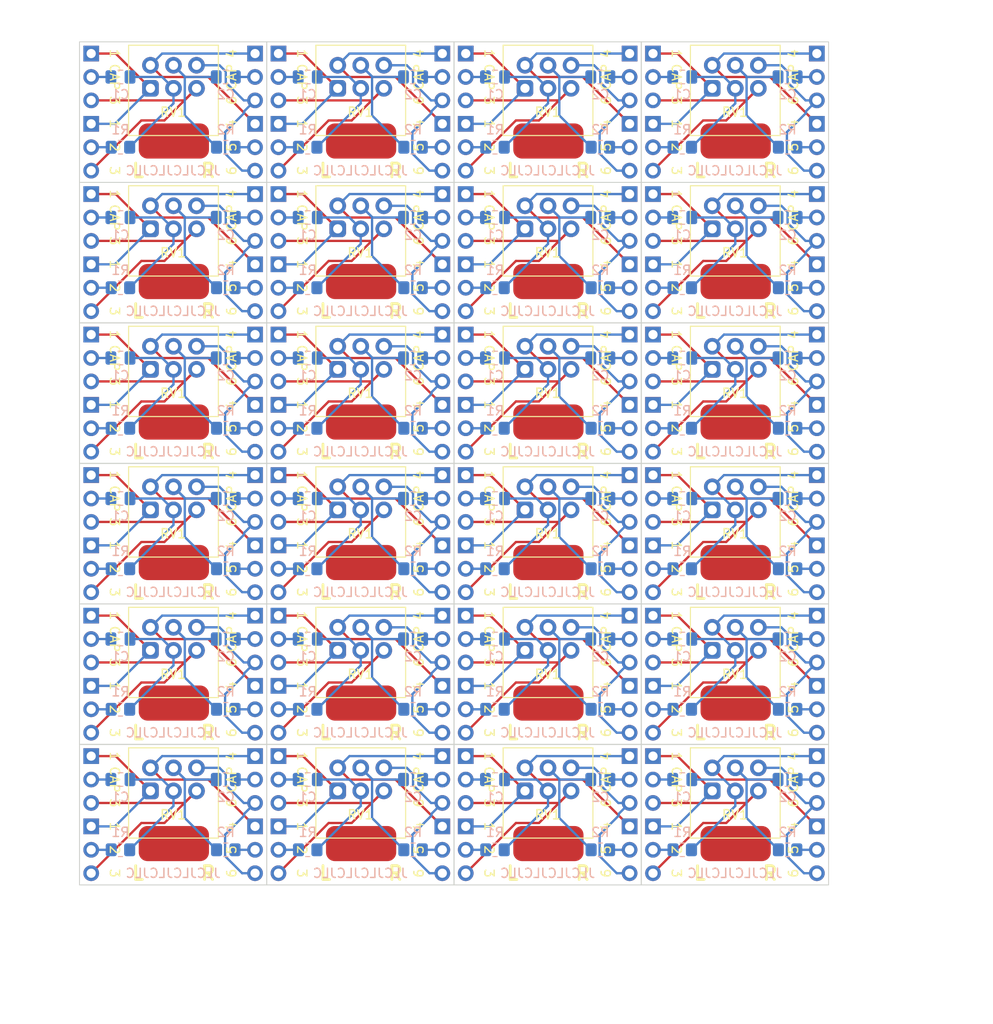
<source format=kicad_pcb>
(kicad_pcb (version 20221018) (generator pcbnew)
  (layers (0 "F.Cu" signal) (31 "B.Cu" signal) (34 "B.Paste" user) (35 "F.Paste" user) (36 "B.SilkS" user "B.Silkscreen") (37 "F.SilkS" user "F.Silkscreen") (38 "B.Mask" user) (39 "F.Mask" user) (44 "Edge.Cuts" user))
  (net 0 "")
  (net 1 "2")
  (net 2 "Net-(J3-Pin_2)")
  (net 3 "5")
  (net 4 "Net-(J4-Pin_2)")
  (net 5 "4")
  (net 6 "6")
  (net 7 "1")
  (net 8 "3")
  (net 9 "Net-(J1-C)")
  (net 10 "Net-(J2-C)")
  (footprint "Library:PinHeader_1x03_P2.54mm_Vertical_no_silk" (layer "F.Cu") (at 99.06 66.04)
    (fp_text reference "J2" hide)
    (fp_text value "Conn_01x03" hide)
  )
  (footprint "Potentiometer_THT:Potentiometer_Alps_RK097_Dual_Horizontal" (layer "F.Cu") (at 108.03 54.57 90)
    (fp_text reference "RV1")
    (fp_text value "R_Potentiometer_Dual" hide)
  )
  (footprint "Library:PinHeader_1x03_P2.54mm_Vertical_no_silk" (layer "F.Cu") (at 119.38 81.28)
    (fp_text reference "J2" hide)
    (fp_text value "Conn_01x03" hide)
  )
  (footprint "Potentiometer_THT:Potentiometer_Alps_RK097_Dual_Horizontal" (layer "F.Cu") (at 87.71 85.05 90)
    (fp_text reference "RV1")
    (fp_text value "R_Potentiometer_Dual" hide)
  )
  (footprint "Library:PinHeader_1x03_P2.54mm_Vertical_no_silk" (layer "F.Cu") (at 81.28 50.8)
    (fp_text reference "J1" hide)
    (fp_text value "Conn_01x03" hide)
  )
  (footprint "Library:PinHeader_1x03_P2.54mm_Vertical_no_silk" (layer "F.Cu") (at 101.6 35.56)
    (fp_text reference "J1" hide)
    (fp_text value "Conn_01x03" hide)
  )
  (footprint "Library:PinHeader_1x03_P2.54mm_Vertical_no_silk" (layer "F.Cu") (at 121.92 66.04)
    (fp_text reference "J1" hide)
    (fp_text value "Conn_01x03" hide)
  )
  (footprint "Library:PinHeader_1x03_P2.54mm_Vertical_no_silk" (layer "F.Cu") (at 139.7 111.76)
    (fp_text reference "J2" hide)
    (fp_text value "Conn_01x03" hide)
  )
  (footprint "Library:PinHeader_1x03_P2.54mm_Vertical_no_silk" (layer "F.Cu") (at 121.92 111.76)
    (fp_text reference "J1" hide)
    (fp_text value "Conn_01x03" hide)
  )
  (footprint "Library:PinHeader_1x03_P2.54mm_Vertical_no_silk" (layer "F.Cu") (at 81.28 96.52)
    (fp_text reference "J1" hide)
    (fp_text value "Conn_01x03" hide)
  )
  (footprint "Library:PinHeader_1x03_P2.54mm_Vertical_no_silk" (layer "F.Cu") (at 99.06 35.56)
    (fp_text reference "J2" hide)
    (fp_text value "Conn_01x03" hide)
  )
  (footprint "Potentiometer_THT:Potentiometer_Alps_RK097_Dual_Horizontal" (layer "F.Cu") (at 108.03 115.53 90)
    (fp_text reference "RV1")
    (fp_text value "R_Potentiometer_Dual" hide)
  )
  (footprint "Library:PinHeader_1x03_P2.54mm_Vertical_no_silk" (layer "F.Cu") (at 78.74 81.28)
    (fp_text reference "J2" hide)
    (fp_text value "Conn_01x03" hide)
  )
  (footprint "Library:PinHeader_1x03_P2.54mm_Vertical_no_silk" (layer "F.Cu") (at 99.06 96.52)
    (fp_text reference "J2" hide)
    (fp_text value "Conn_01x03" hide)
  )
  (footprint "Library:PinHeader_1x03_P2.54mm_Vertical_no_silk" (layer "F.Cu") (at 101.6 66.04)
    (fp_text reference "J1" hide)
    (fp_text value "Conn_01x03" hide)
  )
  (footprint "Potentiometer_THT:Potentiometer_Alps_RK097_Dual_Horizontal" (layer "F.Cu") (at 87.71 115.53 90)
    (fp_text reference "RV1")
    (fp_text value "R_Potentiometer_Dual" hide)
  )
  (footprint "Library:PinHeader_1x03_P2.54mm_Vertical_no_silk" (layer "F.Cu") (at 99.06 50.8)
    (fp_text reference "J2" hide)
    (fp_text value "Conn_01x03" hide)
  )
  (footprint "Potentiometer_THT:Potentiometer_Alps_RK097_Dual_Horizontal" (layer "F.Cu") (at 67.39 54.57 90)
    (fp_text reference "RV1")
    (fp_text value "R_Potentiometer_Dual" hide)
  )
  (footprint "Potentiometer_THT:Potentiometer_Alps_RK097_Dual_Horizontal" (layer "F.Cu") (at 87.71 54.57 90)
    (fp_text reference "RV1")
    (fp_text value "R_Potentiometer_Dual" hide)
  )
  (footprint "Library:PinHeader_1x03_P2.54mm_Vertical_no_silk" (layer "F.Cu") (at 139.7 96.52)
    (fp_text reference "J2" hide)
    (fp_text value "Conn_01x03" hide)
  )
  (footprint "Library:PinHeader_1x03_P2.54mm_Vertical_no_silk" (layer "F.Cu") (at 119.38 50.8)
    (fp_text reference "J2" hide)
    (fp_text value "Conn_01x03" hide)
  )
  (footprint "Potentiometer_THT:Potentiometer_Alps_RK097_Dual_Horizontal" (layer "F.Cu") (at 128.35 54.57 90)
    (fp_text reference "RV1")
    (fp_text value "R_Potentiometer_Dual" hide)
  )
  (footprint "Potentiometer_THT:Potentiometer_Alps_RK097_Dual_Horizontal" (layer "F.Cu") (at 108.03 39.33 90)
    (fp_text reference "RV1")
    (fp_text value "R_Potentiometer_Dual" hide)
  )
  (footprint "Potentiometer_THT:Potentiometer_Alps_RK097_Dual_Horizontal" (layer "F.Cu") (at 128.35 115.53 90)
    (fp_text reference "RV1")
    (fp_text value "R_Potentiometer_Dual" hide)
  )
  (footprint "Potentiometer_THT:Potentiometer_Alps_RK097_Dual_Horizontal" (layer "F.Cu") (at 108.03 69.81 90)
    (fp_text reference "RV1")
    (fp_text value "R_Potentiometer_Dual" hide)
  )
  (footprint "Library:PinHeader_1x03_P2.54mm_Vertical_no_silk" (layer "F.Cu") (at 78.74 111.76)
    (fp_text reference "J2" hide)
    (fp_text value "Conn_01x03" hide)
  )
  (footprint "Library:PinHeader_1x03_P2.54mm_Vertical_no_silk" (layer "F.Cu") (at 81.28 35.56)
    (fp_text reference "J1" hide)
    (fp_text value "Conn_01x03" hide)
  )
  (footprint "Library:PinHeader_1x03_P2.54mm_Vertical_no_silk" (layer "F.Cu") (at 60.96 81.28)
    (fp_text reference "J1" hide)
    (fp_text value "Conn_01x03" hide)
  )
  (footprint "Library:PinHeader_1x03_P2.54mm_Vertical_no_silk" (layer "F.Cu") (at 101.6 50.8)
    (fp_text reference "J1" hide)
    (fp_text value "Conn_01x03" hide)
  )
  (footprint "Potentiometer_THT:Potentiometer_Alps_RK097_Dual_Horizontal" (layer "F.Cu") (at 128.35 69.81 90)
    (fp_text reference "RV1")
    (fp_text value "R_Potentiometer_Dual" hide)
  )
  (footprint "Potentiometer_THT:Potentiometer_Alps_RK097_Dual_Horizontal" (layer "F.Cu") (at 108.03 85.05 90)
    (fp_text reference "RV1")
    (fp_text value "R_Potentiometer_Dual" hide)
  )
  (footprint "Library:PinHeader_1x03_P2.54mm_Vertical_no_silk" (layer "F.Cu") (at 119.38 96.52)
    (fp_text reference "J2" hide)
    (fp_text value "Conn_01x03" hide)
  )
  (footprint "Library:PinHeader_1x03_P2.54mm_Vertical_no_silk" (layer "F.Cu") (at 60.96 96.52)
    (fp_text reference "J1" hide)
    (fp_text value "Conn_01x03" hide)
  )
  (footprint "Potentiometer_THT:Potentiometer_Alps_RK097_Dual_Horizontal" (layer "F.Cu") (at 128.35 100.29 90)
    (fp_text reference "RV1")
    (fp_text value "R_Potentiometer_Dual" hide)
  )
  (footprint "Library:PinHeader_1x03_P2.54mm_Vertical_no_silk" (layer "F.Cu") (at 121.92 81.28)
    (fp_text reference "J1" hide)
    (fp_text value "Conn_01x03" hide)
  )
  (footprint "Library:PinHeader_1x03_P2.54mm_Vertical_no_silk" (layer "F.Cu") (at 121.92 35.56)
    (fp_text reference "J1" hide)
    (fp_text value "Conn_01x03" hide)
  )
  (footprint "Library:PinHeader_1x03_P2.54mm_Vertical_no_silk" (layer "F.Cu") (at 139.7 50.8)
    (fp_text reference "J2" hide)
    (fp_text value "Conn_01x03" hide)
  )
  (footprint "Potentiometer_THT:Potentiometer_Alps_RK097_Dual_Horizontal" (layer "F.Cu") (at 67.39 69.81 90)
    (fp_text reference "RV1")
    (fp_text value "R_Potentiometer_Dual" hide)
  )
  (footprint "Library:PinHeader_1x03_P2.54mm_Vertical_no_silk" (layer "F.Cu") (at 99.06 111.76)
    (fp_text reference "J2" hide)
    (fp_text value "Conn_01x03" hide)
  )
  (footprint "Potentiometer_THT:Potentiometer_Alps_RK097_Dual_Horizontal" (layer "F.Cu") (at 128.35 85.05 90)
    (fp_text reference "RV1")
    (fp_text value "R_Potentiometer_Dual" hide)
  )
  (footprint "Potentiometer_THT:Potentiometer_Alps_RK097_Dual_Horizontal" (layer "F.Cu") (at 87.71 39.33 90)
    (fp_text reference "RV1")
    (fp_text value "R_Potentiometer_Dual" hide)
  )
  (footprint "Library:PinHeader_1x03_P2.54mm_Vertical_no_silk" (layer "F.Cu") (at 60.96 35.56)
    (fp_text reference "J1" hide)
    (fp_text value "Conn_01x03" hide)
  )
  (footprint "Library:PinHeader_1x03_P2.54mm_Vertical_no_silk" (layer "F.Cu") (at 119.38 35.56)
    (fp_text reference "J2" hide)
    (fp_text value "Conn_01x03" hide)
  )
  (footprint "Library:PinHeader_1x03_P2.54mm_Vertical_no_silk" (layer "F.Cu") (at 139.7 35.56)
    (fp_text reference "J2" hide)
    (fp_text value "Conn_01x03" hide)
  )
  (footprint "Potentiometer_THT:Potentiometer_Alps_RK097_Dual_Horizontal" (layer "F.Cu") (at 87.71 69.81 90)
    (fp_text reference "RV1")
    (fp_text value "R_Potentiometer_Dual" hide)
  )
  (footprint "Library:PinHeader_1x03_P2.54mm_Vertical_no_silk" (layer "F.Cu") (at 99.06 81.28)
    (fp_text reference "J2" hide)
    (fp_text value "Conn_01x03" hide)
  )
  (footprint "Potentiometer_THT:Potentiometer_Alps_RK097_Dual_Horizontal" (layer "F.Cu") (at 67.39 39.33 90)
    (fp_text reference "RV1")
    (fp_text value "R_Potentiometer_Dual" hide)
  )
  (footprint "Library:PinHeader_1x03_P2.54mm_Vertical_no_silk" (layer "F.Cu") (at 78.74 96.52)
    (fp_text reference "J2" hide)
    (fp_text value "Conn_01x03" hide)
  )
  (footprint "Library:PinHeader_1x03_P2.54mm_Vertical_no_silk" (layer "F.Cu") (at 78.74 50.8)
    (fp_text reference "J2" hide)
    (fp_text value "Conn_01x03" hide)
  )
  (footprint "Library:PinHeader_1x03_P2.54mm_Vertical_no_silk" (layer "F.Cu") (at 139.7 81.28)
    (fp_text reference "J2" hide)
    (fp_text value "Conn_01x03" hide)
  )
  (footprint "Library:PinHeader_1x03_P2.54mm_Vertical_no_silk" (layer "F.Cu") (at 139.7 66.04)
    (fp_text reference "J2" hide)
    (fp_text value "Conn_01x03" hide)
  )
  (footprint "Potentiometer_THT:Potentiometer_Alps_RK097_Dual_Horizontal" (layer "F.Cu") (at 67.39 115.53 90)
    (fp_text reference "RV1")
    (fp_text value "R_Potentiometer_Dual" hide)
  )
  (footprint "Library:PinHeader_1x03_P2.54mm_Vertical_no_silk" (layer "F.Cu") (at 78.74 35.56)
    (fp_text reference "J2" hide)
    (fp_text value "Conn_01x03" hide)
  )
  (footprint "Library:PinHeader_1x03_P2.54mm_Vertical_no_silk" (layer "F.Cu") (at 81.28 66.04)
    (fp_text reference "J1" hide)
    (fp_text value "Conn_01x03" hide)
  )
  (footprint "Library:PinHeader_1x03_P2.54mm_Vertical_no_silk" (layer "F.Cu") (at 121.92 50.8)
    (fp_text reference "J1" hide)
    (fp_text value "Conn_01x03" hide)
  )
  (footprint "Library:PinHeader_1x03_P2.54mm_Vertical_no_silk" (layer "F.Cu") (at 60.96 50.8)
    (fp_text reference "J1" hide)
    (fp_text value "Conn_01x03" hide)
  )
  (footprint "Library:PinHeader_1x03_P2.54mm_Vertical_no_silk" (layer "F.Cu") (at 81.28 81.28)
    (fp_text reference "J1" hide)
    (fp_text value "Conn_01x03" hide)
  )
  (footprint "Potentiometer_THT:Potentiometer_Alps_RK097_Dual_Horizontal" (layer "F.Cu") (at 67.39 85.05 90)
    (fp_text reference "RV1")
    (fp_text value "R_Potentiometer_Dual" hide)
  )
  (footprint "Potentiometer_THT:Potentiometer_Alps_RK097_Dual_Horizontal" (layer "F.Cu") (at 67.39 100.29 90)
    (fp_text reference "RV1")
    (fp_text value "R_Potentiometer_Dual" hide)
  )
  (footprint "Library:PinHeader_1x03_P2.54mm_Vertical_no_silk" (layer "F.Cu") (at 60.96 66.04)
    (fp_text reference "J1" hide)
    (fp_text value "Conn_01x03" hide)
  )
  (footprint "Library:PinHeader_1x03_P2.54mm_Vertical_no_silk" (layer "F.Cu") (at 81.28 111.76)
    (fp_text reference "J1" hide)
    (fp_text value "Conn_01x03" hide)
  )
  (footprint "Potentiometer_THT:Potentiometer_Alps_RK097_Dual_Horizontal" (layer "F.Cu") (at 108.03 100.29 90)
    (fp_text reference "RV1")
    (fp_text value "R_Potentiometer_Dual" hide)
  )
  (footprint "Library:PinHeader_1x03_P2.54mm_Vertical_no_silk" (layer "F.Cu") (at 101.6 96.52)
    (fp_text reference "J1" hide)
    (fp_text value "Conn_01x03" hide)
  )
  (footprint "Library:PinHeader_1x03_P2.54mm_Vertical_no_silk" (layer "F.Cu") (at 119.38 66.04)
    (fp_text reference "J2" hide)
    (fp_text value "Conn_01x03" hide)
  )
  (footprint "Library:PinHeader_1x03_P2.54mm_Vertical_no_silk" (layer "F.Cu") (at 78.74 66.04)
    (fp_text reference "J2" hide)
    (fp_text value "Conn_01x03" hide)
  )
  (footprint "Library:PinHeader_1x03_P2.54mm_Vertical_no_silk" (layer "F.Cu") (at 101.6 81.28)
    (fp_text reference "J1" hide)
    (fp_text value "Conn_01x03" hide)
  )
  (footprint "Library:PinHeader_1x03_P2.54mm_Vertical_no_silk" (layer "F.Cu") (at 121.92 96.52)
    (fp_text reference "J1" hide)
    (fp_text value "Conn_01x03" hide)
  )
  (footprint "Library:PinHeader_1x03_P2.54mm_Vertical_no_silk" (layer "F.Cu") (at 119.38 111.76)
    (fp_text reference "J2" hide)
    (fp_text value "Conn_01x03" hide)
  )
  (footprint "Potentiometer_THT:Potentiometer_Alps_RK097_Dual_Horizontal" (layer "F.Cu") (at 128.35 39.33 90)
    (fp_text reference "RV1")
    (fp_text value "R_Potentiometer_Dual" hide)
  )
  (footprint "Library:PinHeader_1x03_P2.54mm_Vertical_no_silk" (layer "F.Cu") (at 101.6 111.76)
    (fp_text reference "J1" hide)
    (fp_text value "Conn_01x03" hide)
  )
  (footprint "Library:PinHeader_1x03_P2.54mm_Vertical_no_silk" (layer "F.Cu") (at 60.96 111.76)
    (fp_text reference "J1" hide)
    (fp_text value "Conn_01x03" hide)
  )
  (footprint "Potentiometer_THT:Potentiometer_Alps_RK097_Dual_Horizontal" (layer "F.Cu") (at 87.71 100.29 90)
    (fp_text reference "RV1")
    (fp_text value "R_Potentiometer_Dual" hide)
  )
  (footprint "Resistor_SMD:R_0805_2012Metric_Pad1.20x1.40mm_HandSolder" (layer "B.Cu") (at 95.885 76.2)
    (fp_text reference "R2")
    (fp_text value "0R")
  )
  (footprint "Capacitor_SMD:C_0805_2012Metric_Pad1.18x1.45mm_HandSolder" (layer "B.Cu") (at 95.885 99.06)
    (fp_text reference "C2")
    (fp_text value "1uF")
  )
  (footprint "Capacitor_SMD:C_0805_2012Metric_Pad1.18x1.45mm_HandSolder" (layer "B.Cu") (at 136.525 99.06)
    (fp_text reference "C2")
    (fp_text value "1uF")
  )
  (footprint "Capacitor_SMD:C_0805_2012Metric_Pad1.18x1.45mm_HandSolder" (layer "B.Cu") (at 104.775 83.82 180)
    (fp_text reference "C1")
    (fp_text value "1uF")
  )
  (footprint "Capacitor_SMD:C_0805_2012Metric_Pad1.18x1.45mm_HandSolder" (layer "B.Cu") (at 75.565 99.06)
    (fp_text reference "C2")
    (fp_text value "1uF")
  )
  (footprint "Capacitor_SMD:C_0805_2012Metric_Pad1.18x1.45mm_HandSolder" (layer "B.Cu") (at 125.095 114.3 180)
    (fp_text reference "C1")
    (fp_text value "1uF")
  )
  (footprint "Capacitor_SMD:C_0805_2012Metric_Pad1.18x1.45mm_HandSolder" (layer "B.Cu") (at 104.775 68.58 180)
    (fp_text reference "C1")
    (fp_text value "1uF")
  )
  (footprint "Library:PinHeader_1x03_P2.54mm_Vertical_no_silk" (layer "B.Cu") (at 119.38 104.14 180)
    (fp_text reference "J4" hide)
    (fp_text value "Conn_01x03" hide)
  )
  (footprint "Library:PinHeader_1x03_P2.54mm_Vertical_no_silk" (layer "B.Cu") (at 139.7 104.14 180)
    (fp_text reference "J4" hide)
    (fp_text value "Conn_01x03" hide)
  )
  (footprint "Resistor_SMD:R_0805_2012Metric_Pad1.20x1.40mm_HandSolder" (layer "B.Cu") (at 104.775 76.2 180)
    (fp_text reference "R1")
    (fp_text value "0R")
  )
  (footprint "Library:PinHeader_1x03_P2.54mm_Vertical_no_silk" (layer "B.Cu") (at 60.96 43.18 180)
    (fp_text reference "J3" hide)
    (fp_text value "Conn_01x03" hide)
  )
  (footprint "Library:PinHeader_1x03_P2.54mm_Vertical_no_silk" (layer "B.Cu") (at 99.06 58.42 180)
    (fp_text reference "J4" hide)
    (fp_text value "Conn_01x03" hide)
  )
  (footprint "Capacitor_SMD:C_0805_2012Metric_Pad1.18x1.45mm_HandSolder" (layer "B.Cu") (at 104.775 38.1 180)
    (fp_text reference "C1")
    (fp_text value "1uF")
  )
  (footprint "Library:PinHeader_1x03_P2.54mm_Vertical_no_silk" (layer "B.Cu") (at 99.06 88.9 180)
    (fp_text reference "J4" hide)
    (fp_text value "Conn_01x03" hide)
  )
  (footprint "Capacitor_SMD:C_0805_2012Metric_Pad1.18x1.45mm_HandSolder" (layer "B.Cu") (at 84.455 53.34 180)
    (fp_text reference "C1")
    (fp_text value "1uF")
  )
  (footprint "Library:PinHeader_1x03_P2.54mm_Vertical_no_silk" (layer "B.Cu") (at 101.6 119.38 180)
    (fp_text reference "J3" hide)
    (fp_text value "Conn_01x03" hide)
  )
  (footprint "Library:PinHeader_1x03_P2.54mm_Vertical_no_silk" (layer "B.Cu") (at 119.38 73.66 180)
    (fp_text reference "J4" hide)
    (fp_text value "Conn_01x03" hide)
  )
  (footprint "Resistor_SMD:R_0805_2012Metric_Pad1.20x1.40mm_HandSolder" (layer "B.Cu") (at 75.565 76.2)
    (fp_text reference "R2")
    (fp_text value "0R")
  )
  (footprint "Capacitor_SMD:C_0805_2012Metric_Pad1.18x1.45mm_HandSolder" (layer "B.Cu") (at 104.775 53.34 180)
    (fp_text reference "C1")
    (fp_text value "1uF")
  )
  (footprint "Capacitor_SMD:C_0805_2012Metric_Pad1.18x1.45mm_HandSolder" (layer "B.Cu") (at 125.095 99.06 180)
    (fp_text reference "C1")
    (fp_text value "1uF")
  )
  (footprint "Capacitor_SMD:C_0805_2012Metric_Pad1.18x1.45mm_HandSolder" (layer "B.Cu") (at 64.135 114.3 180)
    (fp_text reference "C1")
    (fp_text value "1uF")
  )
  (footprint "Capacitor_SMD:C_0805_2012Metric_Pad1.18x1.45mm_HandSolder" (layer "B.Cu") (at 64.135 83.82 180)
    (fp_text reference "C1")
    (fp_text value "1uF")
  )
  (footprint "Library:PinHeader_1x03_P2.54mm_Vertical_no_silk" (layer "B.Cu") (at 119.38 119.38 180)
    (fp_text reference "J4" hide)
    (fp_text value "Conn_01x03" hide)
  )
  (footprint "Library:PinHeader_1x03_P2.54mm_Vertical_no_silk" (layer "B.Cu") (at 60.96 104.14 180)
    (fp_text reference "J3" hide)
    (fp_text value "Conn_01x03" hide)
  )
  (footprint "Library:PinHeader_1x03_P2.54mm_Vertical_no_silk" (layer "B.Cu") (at 60.96 119.38 180)
    (fp_text reference "J3" hide)
    (fp_text value "Conn_01x03" hide)
  )
  (footprint "Library:PinHeader_1x03_P2.54mm_Vertical_no_silk" (layer "B.Cu") (at 121.92 73.66 180)
    (fp_text reference "J3" hide)
    (fp_text value "Conn_01x03" hide)
  )
  (footprint "Library:PinHeader_1x03_P2.54mm_Vertical_no_silk" (layer "B.Cu") (at 60.96 88.9 180)
    (fp_text reference "J3" hide)
    (fp_text value "Conn_01x03" hide)
  )
  (footprint "Resistor_SMD:R_0805_2012Metric_Pad1.20x1.40mm_HandSolder" (layer "B.Cu") (at 84.455 76.2 180)
    (fp_text reference "R1")
    (fp_text value "0R")
  )
  (footprint "Capacitor_SMD:C_0805_2012Metric_Pad1.18x1.45mm_HandSolder" (layer "B.Cu") (at 95.885 114.3)
    (fp_text reference "C2")
    (fp_text value "1uF")
  )
  (footprint "Capacitor_SMD:C_0805_2012Metric_Pad1.18x1.45mm_HandSolder" (layer "B.Cu") (at 95.885 68.58)
    (fp_text reference "C2")
    (fp_text value "1uF")
  )
  (footprint "Resistor_SMD:R_0805_2012Metric_Pad1.20x1.40mm_HandSolder" (layer "B.Cu") (at 116.205 60.96)
    (fp_text reference "R2")
    (fp_text value "0R")
  )
  (footprint "Library:PinHeader_1x03_P2.54mm_Vertical_no_silk" (layer "B.Cu") (at 81.28 104.14 180)
    (fp_text reference "J3" hide)
    (fp_text value "Conn_01x03" hide)
  )
  (footprint "Capacitor_SMD:C_0805_2012Metric_Pad1.18x1.45mm_HandSolder" (layer "B.Cu") (at 75.565 53.34)
    (fp_text reference "C2")
    (fp_text value "1uF")
  )
  (footprint "Resistor_SMD:R_0805_2012Metric_Pad1.20x1.40mm_HandSolder" (layer "B.Cu") (at 116.205 121.92)
    (fp_text reference "R2")
    (fp_text value "0R")
  )
  (footprint "Resistor_SMD:R_0805_2012Metric_Pad1.20x1.40mm_HandSolder" (layer "B.Cu") (at 104.775 60.96 180)
    (fp_text reference "R1")
    (fp_text value "0R")
  )
  (footprint "Resistor_SMD:R_0805_2012Metric_Pad1.20x1.40mm_HandSolder" (layer "B.Cu") (at 75.565 106.68)
    (fp_text reference "R2")
    (fp_text value "0R")
  )
  (footprint "Library:PinHeader_1x03_P2.54mm_Vertical_no_silk" (layer "B.Cu") (at 99.06 104.14 180)
    (fp_text reference "J4" hide)
    (fp_text value "Conn_01x03" hide)
  )
  (footprint "Library:PinHeader_1x03_P2.54mm_Vertical_no_silk" (layer "B.Cu") (at 60.96 58.42 180)
    (fp_text reference "J3" hide)
    (fp_text value "Conn_01x03" hide)
  )
  (footprint "Library:PinHeader_1x03_P2.54mm_Vertical_no_silk" (layer "B.Cu") (at 81.28 58.42 180)
    (fp_text reference "J3" hide)
    (fp_text value "Conn_01x03" hide)
  )
  (footprint "Resistor_SMD:R_0805_2012Metric_Pad1.20x1.40mm_HandSolder" (layer "B.Cu") (at 125.095 106.68 180)
    (fp_text reference "R1")
    (fp_text value "0R")
  )
  (footprint "Resistor_SMD:R_0805_2012Metric_Pad1.20x1.40mm_HandSolder" (layer "B.Cu") (at 136.525 45.72)
    (fp_text reference "R2")
    (fp_text value "0R")
  )
  (footprint "Library:PinHeader_1x03_P2.54mm_Vertical_no_silk" (layer "B.Cu") (at 101.6 43.18 180)
    (fp_text reference "J3" hide)
    (fp_text value "Conn_01x03" hide)
  )
  (footprint "Capacitor_SMD:C_0805_2012Metric_Pad1.18x1.45mm_HandSolder" (layer "B.Cu") (at 125.095 53.34 180)
    (fp_text reference "C1")
    (fp_text value "1uF")
  )
  (footprint "Resistor_SMD:R_0805_2012Metric_Pad1.20x1.40mm_HandSolder" (layer "B.Cu") (at 136.525 121.92)
    (fp_text reference "R2")
    (fp_text value "0R")
  )
  (footprint "Resistor_SMD:R_0805_2012Metric_Pad1.20x1.40mm_HandSolder" (layer "B.Cu") (at 125.095 45.72 180)
    (fp_text reference "R1")
    (fp_text value "0R")
  )
  (footprint "Resistor_SMD:R_0805_2012Metric_Pad1.20x1.40mm_HandSolder" (layer "B.Cu") (at 104.775 91.44 180)
    (fp_text reference "R1")
    (fp_text value "0R")
  )
  (footprint "Capacitor_SMD:C_0805_2012Metric_Pad1.18x1.45mm_HandSolder" (layer "B.Cu") (at 116.205 99.06)
    (fp_text reference "C2")
    (fp_text value "1uF")
  )
  (footprint "Library:PinHeader_1x03_P2.54mm_Vertical_no_silk" (layer "B.Cu") (at 81.28 43.18 180)
    (fp_text reference "J3" hide)
    (fp_text value "Conn_01x03" hide)
  )
  (footprint "Library:PinHeader_1x03_P2.54mm_Vertical_no_silk" (layer "B.Cu") (at 99.06 43.18 180)
    (fp_text reference "J4" hide)
    (fp_text value "Conn_01x03" hide)
  )
  (footprint "Resistor_SMD:R_0805_2012Metric_Pad1.20x1.40mm_HandSolder" (layer "B.Cu") (at 64.135 106.68 180)
    (fp_text reference "R1")
    (fp_text value "0R")
  )
  (footprint "Capacitor_SMD:C_0805_2012Metric_Pad1.18x1.45mm_HandSolder" (layer "B.Cu") (at 136.525 53.34)
    (fp_text reference "C2")
    (fp_text value "1uF")
  )
  (footprint "Library:PinHeader_1x03_P2.54mm_Vertical_no_silk" (layer "B.Cu") (at 121.92 58.42 180)
    (fp_text reference "J3" hide)
    (fp_text value "Conn_01x03" hide)
  )
  (footprint "Capacitor_SMD:C_0805_2012Metric_Pad1.18x1.45mm_HandSolder" (layer "B.Cu") (at 84.455 68.58 180)
    (fp_text reference "C1")
    (fp_text value "1uF")
  )
  (footprint "Capacitor_SMD:C_0805_2012Metric_Pad1.18x1.45mm_HandSolder" (layer "B.Cu") (at 64.135 99.06 180)
    (fp_text reference "C1")
    (fp_text value "1uF")
  )
  (footprint "Resistor_SMD:R_0805_2012Metric_Pad1.20x1.40mm_HandSolder" (layer "B.Cu") (at 116.205 76.2)
    (fp_text reference "R2")
    (fp_text value "0R")
  )
  (footprint "Resistor_SMD:R_0805_2012Metric_Pad1.20x1.40mm_HandSolder" (layer "B.Cu") (at 75.565 121.92)
    (fp_text reference "R2")
    (fp_text value "0R")
  )
  (footprint "Resistor_SMD:R_0805_2012Metric_Pad1.20x1.40mm_HandSolder" (layer "B.Cu") (at 95.885 121.92)
    (fp_text reference "R2")
    (fp_text value "0R")
  )
  (footprint "Resistor_SMD:R_0805_2012Metric_Pad1.20x1.40mm_HandSolder" (layer "B.Cu") (at 95.885 60.96)
    (fp_text reference "R2")
    (fp_text value "0R")
  )
  (footprint "Library:PinHeader_1x03_P2.54mm_Vertical_no_silk" (layer "B.Cu") (at 101.6 88.9 180)
    (fp_text reference "J3" hide)
    (fp_text value "Conn_01x03" hide)
  )
  (footprint "Library:PinHeader_1x03_P2.54mm_Vertical_no_silk" (layer "B.Cu") (at 99.06 73.66 180)
    (fp_text reference "J4" hide)
    (fp_text value "Conn_01x03" hide)
  )
  (footprint "Resistor_SMD:R_0805_2012Metric_Pad1.20x1.40mm_HandSolder" (layer "B.Cu") (at 136.525 60.96)
    (fp_text reference "R2")
    (fp_text value "0R")
  )
  (footprint "Resistor_SMD:R_0805_2012Metric_Pad1.20x1.40mm_HandSolder" (layer "B.Cu") (at 84.455 45.72 180)
    (fp_text reference "R1")
    (fp_text value "0R")
  )
  (footprint "Library:PinHeader_1x03_P2.54mm_Vertical_no_silk" (layer "B.Cu") (at 121.92 104.14 180)
    (fp_text reference "J3" hide)
    (fp_text value "Conn_01x03" hide)
  )
  (footprint "Capacitor_SMD:C_0805_2012Metric_Pad1.18x1.45mm_HandSolder" (layer "B.Cu") (at 64.135 68.58 180)
    (fp_text reference "C1")
    (fp_text value "1uF")
  )
  (footprint "Resistor_SMD:R_0805_2012Metric_Pad1.20x1.40mm_HandSolder" (layer "B.Cu") (at 95.885 45.72)
    (fp_text reference "R2")
    (fp_text value "0R")
  )
  (footprint "Capacitor_SMD:C_0805_2012Metric_Pad1.18x1.45mm_HandSolder" (layer "B.Cu") (at 84.455 114.3 180)
    (fp_text reference "C1")
    (fp_text value "1uF")
  )
  (footprint "Resistor_SMD:R_0805_2012Metric_Pad1.20x1.40mm_HandSolder" (layer "B.Cu") (at 75.565 60.96)
    (fp_text reference "R2")
    (fp_text value "0R")
  )
  (footprint "Capacitor_SMD:C_0805_2012Metric_Pad1.18x1.45mm_HandSolder" (layer "B.Cu") (at 104.775 114.3 180)
    (fp_text reference "C1")
    (fp_text value "1uF")
  )
  (footprint "Capacitor_SMD:C_0805_2012Metric_Pad1.18x1.45mm_HandSolder" (layer "B.Cu") (at 125.095 83.82 180)
    (fp_text reference "C1")
    (fp_text value "1uF")
  )
  (footprint "Library:PinHeader_1x03_P2.54mm_Vertical_no_silk" (layer "B.Cu") (at 78.74 119.38 180)
    (fp_text reference "J4" hide)
    (fp_text value "Conn_01x03" hide)
  )
  (footprint "Library:PinHeader_1x03_P2.54mm_Vertical_no_silk" (layer "B.Cu") (at 119.38 43.18 180)
    (fp_text reference "J4" hide)
    (fp_text value "Conn_01x03" hide)
  )
  (footprint "Resistor_SMD:R_0805_2012Metric_Pad1.20x1.40mm_HandSolder" (layer "B.Cu") (at 75.565 91.44)
    (fp_text reference "R2")
    (fp_text value "0R")
  )
  (footprint "Library:PinHeader_1x03_P2.54mm_Vertical_no_silk" (layer "B.Cu") (at 60.96 73.66 180)
    (fp_text reference "J3" hide)
    (fp_text value "Conn_01x03" hide)
  )
  (footprint "Capacitor_SMD:C_0805_2012Metric_Pad1.18x1.45mm_HandSolder" (layer "B.Cu") (at 136.525 114.3)
    (fp_text reference "C2")
    (fp_text value "1uF")
  )
  (footprint "Capacitor_SMD:C_0805_2012Metric_Pad1.18x1.45mm_HandSolder" (layer "B.Cu") (at 64.135 53.34 180)
    (fp_text reference "C1")
    (fp_text value "1uF")
  )
  (footprint "Library:PinHeader_1x03_P2.54mm_Vertical_no_silk" (layer "B.Cu") (at 119.38 58.42 180)
    (fp_text reference "J4" hide)
    (fp_text value "Conn_01x03" hide)
  )
  (footprint "Library:PinHeader_1x03_P2.54mm_Vertical_no_silk" (layer "B.Cu") (at 81.28 73.66 180)
    (fp_text reference "J3" hide)
    (fp_text value "Conn_01x03" hide)
  )
  (footprint "Resistor_SMD:R_0805_2012Metric_Pad1.20x1.40mm_HandSolder" (layer "B.Cu") (at 116.205 106.68)
    (fp_text reference "R2")
    (fp_text value "0R")
  )
  (footprint "Library:PinHeader_1x03_P2.54mm_Vertical_no_silk" (layer "B.Cu") (at 121.92 43.18 180)
    (fp_text reference "J3" hide)
    (fp_text value "Conn_01x03" hide)
  )
  (footprint "Resistor_SMD:R_0805_2012Metric_Pad1.20x1.40mm_HandSolder" (layer "B.Cu") (at 64.135 76.2 180)
    (fp_text reference "R1")
    (fp_text value "0R")
  )
  (footprint "Resistor_SMD:R_0805_2012Metric_Pad1.20x1.40mm_HandSolder" (layer "B.Cu") (at 136.525 76.2)
    (fp_text reference "R2")
    (fp_text value "0R")
  )
  (footprint "Capacitor_SMD:C_0805_2012Metric_Pad1.18x1.45mm_HandSolder" (layer "B.Cu") (at 116.205 114.3)
    (fp_text reference "C2")
    (fp_text value "1uF")
  )
  (footprint "Resistor_SMD:R_0805_2012Metric_Pad1.20x1.40mm_HandSolder" (layer "B.Cu") (at 116.205 91.44)
    (fp_text reference "R2")
    (fp_text value "0R")
  )
  (footprint "Resistor_SMD:R_0805_2012Metric_Pad1.20x1.40mm_HandSolder" (layer "B.Cu") (at 64.135 60.96 180)
    (fp_text reference "R1")
    (fp_text value "0R")
  )
  (footprint "Library:PinHeader_1x03_P2.54mm_Vertical_no_silk" (layer "B.Cu") (at 139.7 88.9 180)
    (fp_text reference "J4" hide)
    (fp_text value "Conn_01x03" hide)
  )
  (footprint "Resistor_SMD:R_0805_2012Metric_Pad1.20x1.40mm_HandSolder" (layer "B.Cu") (at 95.885 91.44)
    (fp_text reference "R2")
    (fp_text value "0R")
  )
  (footprint "Capacitor_SMD:C_0805_2012Metric_Pad1.18x1.45mm_HandSolder" (layer "B.Cu") (at 95.885 38.1)
    (fp_text reference "C2")
    (fp_text value "1uF")
  )
  (footprint "Capacitor_SMD:C_0805_2012Metric_Pad1.18x1.45mm_HandSolder" (layer "B.Cu") (at 116.205 68.58)
    (fp_text reference "C2")
    (fp_text value "1uF")
  )
  (footprint "Resistor_SMD:R_0805_2012Metric_Pad1.20x1.40mm_HandSolder" (layer "B.Cu") (at 136.525 106.68)
    (fp_text reference "R2")
    (fp_text value "0R")
  )
  (footprint "Library:PinHeader_1x03_P2.54mm_Vertical_no_silk" (layer "B.Cu") (at 99.06 119.38 180)
    (fp_text reference "J4" hide)
    (fp_text value "Conn_01x03" hide)
  )
  (footprint "Capacitor_SMD:C_0805_2012Metric_Pad1.18x1.45mm_HandSolder" (layer "B.Cu") (at 64.135 38.1 180)
    (fp_text reference "C1")
    (fp_text value "1uF")
  )
  (footprint "Library:PinHeader_1x03_P2.54mm_Vertical_no_silk" (layer "B.Cu") (at 121.92 88.9 180)
    (fp_text reference "J3" hide)
    (fp_text value "Conn_01x03" hide)
  )
  (footprint "Capacitor_SMD:C_0805_2012Metric_Pad1.18x1.45mm_HandSolder" (layer "B.Cu") (at 84.455 83.82 180)
    (fp_text reference "C1")
    (fp_text value "1uF")
  )
  (footprint "Capacitor_SMD:C_0805_2012Metric_Pad1.18x1.45mm_HandSolder" (layer "B.Cu") (at 116.205 38.1)
    (fp_text reference "C2")
    (fp_text value "1uF")
  )
  (footprint "Library:PinHeader_1x03_P2.54mm_Vertical_no_silk" (layer "B.Cu") (at 101.6 58.42 180)
    (fp_text reference "J3" hide)
    (fp_text value "Conn_01x03" hide)
  )
  (footprint "Capacitor_SMD:C_0805_2012Metric_Pad1.18x1.45mm_HandSolder" (layer "B.Cu") (at 116.205 53.34)
    (fp_text reference "C2")
    (fp_text value "1uF")
  )
  (footprint "Capacitor_SMD:C_0805_2012Metric_Pad1.18x1.45mm_HandSolder" (layer "B.Cu") (at 125.095 38.1 180)
    (fp_text reference "C1")
    (fp_text value "1uF")
  )
  (footprint "Capacitor_SMD:C_0805_2012Metric_Pad1.18x1.45mm_HandSolder" (layer "B.Cu") (at 136.525 38.1)
    (fp_text reference "C2")
    (fp_text value "1uF")
  )
  (footprint "Library:PinHeader_1x03_P2.54mm_Vertical_no_silk" (layer "B.Cu") (at 121.92 119.38 180)
    (fp_text reference "J3" hide)
    (fp_text value "Conn_01x03" hide)
  )
  (footprint "Capacitor_SMD:C_0805_2012Metric_Pad1.18x1.45mm_HandSolder" (layer "B.Cu") (at 75.565 114.3)
    (fp_text reference "C2")
    (fp_text value "1uF")
  )
  (footprint "Resistor_SMD:R_0805_2012Metric_Pad1.20x1.40mm_HandSolder" (layer "B.Cu") (at 125.095 76.2 180)
    (fp_text reference "R1")
    (fp_text value "0R")
  )
  (footprint "Resistor_SMD:R_0805_2012Metric_Pad1.20x1.40mm_HandSolder" (layer "B.Cu") (at 104.775 106.68 180)
    (fp_text reference "R1")
    (fp_text value "0R")
  )
  (footprint "Resistor_SMD:R_0805_2012Metric_Pad1.20x1.40mm_HandSolder" (layer "B.Cu") (at 95.885 106.68)
    (fp_text reference "R2")
    (fp_text value "0R")
  )
  (footprint "Resistor_SMD:R_0805_2012Metric_Pad1.20x1.40mm_HandSolder" (layer "B.Cu") (at 125.095 121.92 180)
    (fp_text reference "R1")
    (fp_text value "0R")
  )
  (footprint "Capacitor_SMD:C_0805_2012Metric_Pad1.18x1.45mm_HandSolder" (layer "B.Cu") (at 95.885 83.82)
    (fp_text reference "C2")
    (fp_text value "1uF")
  )
  (footprint "Library:PinHeader_1x03_P2.54mm_Vertical_no_silk" (layer "B.Cu") (at 78.74 88.9 180)
    (fp_text reference "J4" hide)
    (fp_text value "Conn_01x03" hide)
  )
  (footprint "Library:PinHeader_1x03_P2.54mm_Vertical_no_silk" (layer "B.Cu") (at 78.74 73.66 180)
    (fp_text reference "J4" hide)
    (fp_text value "Conn_01x03" hide)
  )
  (footprint "Library:PinHeader_1x03_P2.54mm_Vertical_no_silk" (layer "B.Cu") (at 119.38 88.9 180)
    (fp_text reference "J4" hide)
    (fp_text value "Conn_01x03" hide)
  )
  (footprint "Resistor_SMD:R_0805_2012Metric_Pad1.20x1.40mm_HandSolder" (layer "B.Cu") (at 75.565 45.72)
    (fp_text reference "R2")
    (fp_text value "0R")
  )
  (footprint "Resistor_SMD:R_0805_2012Metric_Pad1.20x1.40mm_HandSolder" (layer "B.Cu") (at 125.095 60.96 180)
    (fp_text reference "R1")
    (fp_text value "0R")
  )
  (footprint "Library:PinHeader_1x03_P2.54mm_Vertical_no_silk" (layer "B.Cu") (at 78.74 43.18 180)
    (fp_text reference "J4" hide)
    (fp_text value "Conn_01x03" hide)
  )
  (footprint "Library:PinHeader_1x03_P2.54mm_Vertical_no_silk" (layer "B.Cu") (at 81.28 119.38 180)
    (fp_text reference "J3" hide)
    (fp_text value "Conn_01x03" hide)
  )
  (footprint "Resistor_SMD:R_0805_2012Metric_Pad1.20x1.40mm_HandSolder" (layer "B.Cu") (at 136.525 91.44)
    (fp_text reference "R2")
    (fp_text value "0R")
  )
  (footprint "Capacitor_SMD:C_0805_2012Metric_Pad1.18x1.45mm_HandSolder" (layer "B.Cu") (at 84.455 38.1 180)
    (fp_text reference "C1")
    (fp_text value "1uF")
  )
  (footprint "Capacitor_SMD:C_0805_2012Metric_Pad1.18x1.45mm_HandSolder" (layer "B.Cu") (at 104.775 99.06 180)
    (fp_text reference "C1")
    (fp_text value "1uF")
  )
  (footprint "Resistor_SMD:R_0805_2012Metric_Pad1.20x1.40mm_HandSolder" (layer "B.Cu") (at 104.775 121.92 180)
    (fp_text reference "R1")
    (fp_text value "0R")
  )
  (footprint "Capacitor_SMD:C_0805_2012Metric_Pad1.18x1.45mm_HandSolder" (layer "B.Cu") (at 95.885 53.34)
    (fp_text reference "C2")
    (fp_text value "1uF")
  )
  (footprint "Library:PinHeader_1x03_P2.54mm_Vertical_no_silk" (layer "B.Cu") (at 78.74 58.42 180)
    (fp_text reference "J4" hide)
    (fp_text value "Conn_01x03" hide)
  )
  (footprint "Resistor_SMD:R_0805_2012Metric_Pad1.20x1.40mm_HandSolder" (layer "B.Cu") (at 104.775 45.72 180)
    (fp_text reference "R1")
    (fp_text value "0R")
  )
  (footprint "Capacitor_SMD:C_0805_2012Metric_Pad1.18x1.45mm_HandSolder" (layer "B.Cu") (at 75.565 38.1)
    (fp_text reference "C2")
    (fp_text value "1uF")
  )
  (footprint "Capacitor_SMD:C_0805_2012Metric_Pad1.18x1.45mm_HandSolder" (layer "B.Cu") (at 75.565 68.58)
    (fp_text reference "C2")
    (fp_text value "1uF")
  )
  (footprint "Library:PinHeader_1x03_P2.54mm_Vertical_no_silk" (layer "B.Cu") (at 139.7 73.66 180)
    (fp_text reference "J4" hide)
    (fp_text value "Conn_01x03" hide)
  )
  (footprint "Capacitor_SMD:C_0805_2012Metric_Pad1.18x1.45mm_HandSolder" (layer "B.Cu") (at 125.095 68.58 180)
    (fp_text reference "C1")
    (fp_text value "1uF")
  )
  (footprint "Resistor_SMD:R_0805_2012Metric_Pad1.20x1.40mm_HandSolder" (layer "B.Cu") (at 125.095 91.44 180)
    (fp_text reference "R1")
    (fp_text value "0R")
  )
  (footprint "Resistor_SMD:R_0805_2012Metric_Pad1.20x1.40mm_HandSolder" (layer "B.Cu") (at 84.455 60.96 180)
    (fp_text reference "R1")
    (fp_text value "0R")
  )
  (footprint "Resistor_SMD:R_0805_2012Metric_Pad1.20x1.40mm_HandSolder" (layer "B.Cu") (at 84.455 121.92 180)
    (fp_text reference "R1")
    (fp_text value "0R")
  )
  (footprint "Resistor_SMD:R_0805_2012Metric_Pad1.20x1.40mm_HandSolder" (layer "B.Cu") (at 64.135 121.92 180)
    (fp_text reference "R1")
    (fp_text value "0R")
  )
  (footprint "Library:PinHeader_1x03_P2.54mm_Vertical_no_silk" (layer "B.Cu") (at 139.7 119.38 180)
    (fp_text reference "J4" hide)
    (fp_text value "Conn_01x03" hide)
  )
  (footprint "Resistor_SMD:R_0805_2012Metric_Pad1.20x1.40mm_HandSolder" (layer "B.Cu") (at 64.135 45.72 180)
    (fp_text reference "R1")
    (fp_text value "0R")
  )
  (footprint "Capacitor_SMD:C_0805_2012Metric_Pad1.18x1.45mm_HandSolder" (layer "B.Cu") (at 75.565 83.82)
    (fp_text reference "C2")
    (fp_text value "1uF")
  )
  (footprint "Library:PinHeader_1x03_P2.54mm_Vertical_no_silk" (layer "B.Cu") (at 101.6 73.66 180)
    (fp_text reference "J3" hide)
    (fp_text value "Conn_01x03" hide)
  )
  (footprint "Resistor_SMD:R_0805_2012Metric_Pad1.20x1.40mm_HandSolder" (layer "B.Cu") (at 116.205 45.72)
    (fp_text reference "R2")
    (fp_text value "0R")
  )
  (footprint "Resistor_SMD:R_0805_2012Metric_Pad1.20x1.40mm_HandSolder" (layer "B.Cu") (at 64.135 91.44 180)
    (fp_text reference "R1")
    (fp_text value "0R")
  )
  (footprint "Resistor_SMD:R_0805_2012Metric_Pad1.20x1.40mm_HandSolder" (layer "B.Cu") (at 84.455 91.44 180)
    (fp_text reference "R1")
    (fp_text value "0R")
  )
  (footprint "Capacitor_SMD:C_0805_2012Metric_Pad1.18x1.45mm_HandSolder" (layer "B.Cu") (at 84.455 99.06 180)
    (fp_text reference "C1")
    (fp_text value "1uF")
  )
  (footprint "Library:PinHeader_1x03_P2.54mm_Vertical_no_silk" (layer "B.Cu") (at 139.7 58.42 180)
    (fp_text reference "J4" hide)
    (fp_text value "Conn_01x03" hide)
  )
  (footprint "Capacitor_SMD:C_0805_2012Metric_Pad1.18x1.45mm_HandSolder" (layer "B.Cu") (at 136.525 83.82)
    (fp_text reference "C2")
    (fp_text value "1uF")
  )
  (footprint "Capacitor_SMD:C_0805_2012Metric_Pad1.18x1.45mm_HandSolder" (layer "B.Cu") (at 136.525 68.58)
    (fp_text reference "C2")
    (fp_text value "1uF")
  )
  (footprint "Library:PinHeader_1x03_P2.54mm_Vertical_no_silk" (layer "B.Cu") (at 78.74 104.14 180)
    (fp_text reference "J4" hide)
    (fp_text value "Conn_01x03" hide)
  )
  (footprint "Library:PinHeader_1x03_P2.54mm_Vertical_no_silk" (layer "B.Cu") (at 81.28 88.9 180)
    (fp_text reference "J3" hide)
    (fp_text value "Conn_01x03" hide)
  )
  (footprint "Capacitor_SMD:C_0805_2012Metric_Pad1.18x1.45mm_HandSolder" (layer "B.Cu") (at 116.205 83.82)
    (fp_text reference "C2")
    (fp_text value "1uF")
  )
  (footprint "Library:PinHeader_1x03_P2.54mm_Vertical_no_silk" (layer "B.Cu") (at 101.6 104.14 180)
    (fp_text reference "J3" hide)
    (fp_text value "Conn_01x03" hide)
  )
  (footprint "Resistor_SMD:R_0805_2012Metric_Pad1.20x1.40mm_HandSolder" (layer "B.Cu") (at 84.455 106.68 180)
    (fp_text reference "R1")
    (fp_text value "0R")
  )
  (footprint "Library:PinHeader_1x03_P2.54mm_Vertical_no_silk" (layer "B.Cu") (at 139.7 43.18 180)
    (fp_text reference "J4" hide)
    (fp_text value "Conn_01x03" hide)
  )
  (gr_rect (start 59.69 64.77) (end 80.01 80.01) (stroke (width 0.1)) (fill none) (layer "Edge.Cuts"))
  (gr_rect (start 120.65 95.25) (end 140.97 110.49) (stroke (width 0.1)) (fill none) (layer "Edge.Cuts"))
  (gr_rect (start 59.69 80.01) (end 80.01 95.25) (stroke (width 0.1)) (fill none) (layer "Edge.Cuts"))
  (gr_rect (start 80.01 95.25) (end 100.33 110.49) (stroke (width 0.1)) (fill none) (layer "Edge.Cuts"))
  (gr_rect (start 120.65 80.01) (end 140.97 95.25) (stroke (width 0.1)) (fill none) (layer "Edge.Cuts"))
  (gr_rect (start 100.33 110.49) (end 120.65 125.73) (stroke (width 0.1)) (fill none) (layer "Edge.Cuts"))
  (gr_rect (start 59.69 110.49) (end 80.01 125.73) (stroke (width 0.1)) (fill none) (layer "Edge.Cuts"))
  (gr_rect (start 100.33 64.77) (end 120.65 80.01) (stroke (width 0.1)) (fill none) (layer "Edge.Cuts"))
  (gr_rect (start 100.33 80.01) (end 120.65 95.25) (stroke (width 0.1)) (fill none) (layer "Edge.Cuts"))
  (gr_rect (start 80.01 34.29) (end 100.33 49.53) (stroke (width 0.1)) (fill none) (layer "Edge.Cuts"))
  (gr_rect (start 59.69 34.29) (end 80.01 49.53) (stroke (width 0.1)) (fill none) (layer "Edge.Cuts"))
  (gr_rect (start 120.65 64.77) (end 140.97 80.01) (stroke (width 0.1)) (fill none) (layer "Edge.Cuts"))
  (gr_rect (start 100.33 49.53) (end 120.65 64.77) (stroke (width 0.1)) (fill none) (layer "Edge.Cuts"))
  (gr_rect (start 80.01 64.77) (end 100.33 80.01) (stroke (width 0.1)) (fill none) (layer "Edge.Cuts"))
  (gr_rect (start 80.01 80.01) (end 100.33 95.25) (stroke (width 0.1)) (fill none) (layer "Edge.Cuts"))
  (gr_rect (start 120.65 34.29) (end 140.97 49.53) (stroke (width 0.1)) (fill none) (layer "Edge.Cuts"))
  (gr_rect (start 59.69 95.25) (end 80.01 110.49) (stroke (width 0.1)) (fill none) (layer "Edge.Cuts"))
  (gr_rect (start 80.01 49.53) (end 100.33 64.77) (stroke (width 0.1)) (fill none) (layer "Edge.Cuts"))
  (gr_rect (start 120.65 49.53) (end 140.97 64.77) (stroke (width 0.1)) (fill none) (layer "Edge.Cuts"))
  (gr_rect (start 80.01 110.49) (end 100.33 125.73) (stroke (width 0.1)) (fill none) (layer "Edge.Cuts"))
  (gr_rect (start 100.33 34.29) (end 120.65 49.53) (stroke (width 0.1)) (fill none) (layer "Edge.Cuts"))
  (gr_rect (start 120.65 110.49) (end 140.97 125.73) (stroke (width 0.1)) (fill none) (layer "Edge.Cuts"))
  (gr_rect (start 59.69 49.53) (end 80.01 64.77) (stroke (width 0.1)) (fill none) (layer "Edge.Cuts"))
  (gr_rect (start 100.33 95.25) (end 120.65 110.49) (stroke (width 0.1)) (fill none) (layer "Edge.Cuts"))
  (gr_text "JLCJLCJLCJLC" (at 69.85 48.26) (layer "B.SilkS") (effects (font (size 1 1)) (justify mirror)))
  (gr_text "JLCJLCJLCJLC" (at 90.17 78.74) (layer "B.SilkS") (effects (font (size 1 1)) (justify mirror)))
  (gr_text "JLCJLCJLCJLC" (at 90.17 109.22) (layer "B.SilkS") (effects (font (size 1 1)) (justify mirror)))
  (gr_text "JLCJLCJLCJLC" (at 130.81 78.74) (layer "B.SilkS") (effects (font (size 1 1)) (justify mirror)))
  (gr_text "JLCJLCJLCJLC" (at 110.49 78.74) (layer "B.SilkS") (effects (font (size 1 1)) (justify mirror)))
  (gr_text "JLCJLCJLCJLC" (at 90.17 48.26) (layer "B.SilkS") (effects (font (size 1 1)) (justify mirror)))
  (gr_text "JLCJLCJLCJLC" (at 110.49 63.5) (layer "B.SilkS") (effects (font (size 1 1)) (justify mirror)))
  (gr_text "JLCJLCJLCJLC" (at 69.85 109.22) (layer "B.SilkS") (effects (font (size 1 1)) (justify mirror)))
  (gr_text "JLCJLCJLCJLC" (at 110.49 93.98) (layer "B.SilkS") (effects (font (size 1 1)) (justify mirror)))
  (gr_text "JLCJLCJLCJLC" (at 130.81 93.98) (layer "B.SilkS") (effects (font (size 1 1)) (justify mirror)))
  (gr_text "JLCJLCJLCJLC" (at 90.17 93.98) (layer "B.SilkS") (effects (font (size 1 1)) (justify mirror)))
  (gr_text "JLCJLCJLCJLC" (at 130.81 63.5) (layer "B.SilkS") (effects (font (size 1 1)) (justify mirror)))
  (gr_text "JLCJLCJLCJLC" (at 110.49 48.26) (layer "B.SilkS") (effects (font (size 1 1)) (justify mirror)))
  (gr_text "JLCJLCJLCJLC" (at 69.85 78.74) (layer "B.SilkS") (effects (font (size 1 1)) (justify mirror)))
  (gr_text "JLCJLCJLCJLC" (at 69.85 93.98) (layer "B.SilkS") (effects (font (size 1 1)) (justify mirror)))
  (gr_text "JLCJLCJLCJLC" (at 130.81 109.22) (layer "B.SilkS") (effects (font (size 1 1)) (justify mirror)))
  (gr_text "JLCJLCJLCJLC" (at 69.85 63.5) (layer "B.SilkS") (effects (font (size 1 1)) (justify mirror)))
  (gr_text "JLCJLCJLCJLC" (at 110.49 124.46) (layer "B.SilkS") (effects (font (size 1 1)) (justify mirror)))
  (gr_text "JLCJLCJLCJLC" (at 69.85 124.46) (layer "B.SilkS") (effects (font (size 1 1)) (justify mirror)))
  (gr_text "JLCJLCJLCJLC" (at 130.81 124.46) (layer "B.SilkS") (effects (font (size 1 1)) (justify mirror)))
  (gr_text "JLCJLCJLCJLC" (at 90.17 124.46) (layer "B.SilkS") (effects (font (size 1 1)) (justify mirror)))
  (gr_text "JLCJLCJLCJLC" (at 110.49 109.22) (layer "B.SilkS") (effects (font (size 1 1)) (justify mirror)))
  (gr_text "JLCJLCJLCJLC" (at 130.81 48.26) (layer "B.SilkS") (effects (font (size 1 1)) (justify mirror)))
  (gr_text "JLCJLCJLCJLC" (at 90.17 63.5) (layer "B.SilkS") (effects (font (size 1 1)) (justify mirror)))
  (gr_text "R" (at 134.62 63.5) (layer "F.SilkS") (effects (font (size 1.5 1.5) (thickness 0.3))))
  (gr_text "CAP" (at 104.14 83.82 -90) (layer "F.SilkS") (effects (font (size 1 1))))
  (gr_text "3" (at 104.14 71.12 -90) (layer "F.SilkS") (effects (font (size 1 1))))
  (gr_text "3" (at 83.82 116.84 -90) (layer "F.SilkS") (effects (font (size 1 1))))
  (gr_text "5" (at 137.16 106.68 90) (layer "F.SilkS") (effects (font (size 1 1))))
  (gr_text "4" (at 137.16 96.52 90) (layer "F.SilkS") (effects (font (size 1 1))))
  (gr_text "3" (at 124.46 124.46 -90) (layer "F.SilkS") (effects (font (size 1 1))))
  (gr_text "6" (at 116.84 124.46 90) (layer "F.SilkS") (effects (font (size 1 1))))
  (gr_text "1" (at 104.14 111.76 -90) (layer "F.SilkS") (effects (font (size 1 1))))
  (gr_text "4" (at 137.16 111.76 90) (layer "F.SilkS") (effects (font (size 1 1))))
  (gr_text "1" (at 63.5 96.52 -90) (layer "F.SilkS") (effects (font (size 1 1))))
  (gr_text "1" (at 83.82 119.38 -90) (layer "F.SilkS") (effects (font (size 1 1))))
  (gr_text "R" (at 114.3 63.5) (layer "F.SilkS") (effects (font (size 1.5 1.5) (thickness 0.3))))
  (gr_text "6" (at 116.84 101.6 90) (layer "F.SilkS") (effects (font (size 1 1))))
  (gr_text "1" (at 63.5 88.9 -90) (layer "F.SilkS") (effects (font (size 1 1))))
  (gr_text "6" (at 116.84 86.36 90) (layer "F.SilkS") (effects (font (size 1 1))))
  (gr_text "6" (at 96.52 71.12 90) (layer "F.SilkS") (effects (font (size 1 1))))
  (gr_text "1" (at 104.14 50.8 -90) (layer "F.SilkS") (effects (font (size 1 1))))
  (gr_text "4" (at 76.2 73.66 90) (layer "F.SilkS") (effects (font (size 1 1))))
  (gr_text "1" (at 63.5 43.18 -90) (layer "F.SilkS") (effects (font (size 1 1))))
  (gr_text "2" (at 63.5 76.2 -90) (layer "F.SilkS") (effects (font (size 1 1))))
  (gr_text "6" (at 76.2 48.26 90) (layer "F.SilkS") (effects (font (size 1 1))))
  (gr_text "6" (at 137.16 93.98 90) (layer "F.SilkS") (effects (font (size 1 1))))
  (gr_text "5" (at 137.16 91.44 90) (layer "F.SilkS") (effects (font (size 1 1))))
  (gr_text "1" (at 83.82 104.14 -90) (layer "F.SilkS") (effects (font (size 1 1))))
  (gr_text "CAP" (at 63.5 114.3 -90) (layer "F.SilkS") (effects (font (size 1 1))))
  (gr_text "2" (at 63.5 60.96 -90) (layer "F.SilkS") (effects (font (size 1 1))))
  (gr_text "2" (at 124.46 91.44 -90) (layer "F.SilkS") (effects (font (size 1 1))))
  (gr_text "4" (at 76.2 35.56 90) (layer "F.SilkS") (effects (font (size 1 1))))
  (gr_text "R" (at 93.98 109.22) (layer "F.SilkS") (effects (font (size 1.5 1.5) (thickness 0.3))))
  (gr_text "1" (at 124.46 81.28 -90) (layer "F.SilkS") (effects (font (size 1 1))))
  (gr_text "CAP" (at 63.5 38.1 -90) (layer "F.SilkS") (effects (font (size 1 1))))
  (gr_text "4" (at 116.84 119.38 90) (layer "F.SilkS") (effects (font (size 1 1))))
  (gr_text "3" (at 124.46 93.98 -90) (layer "F.SilkS") (effects (font (size 1 1))))
  (gr_text "3" (at 104.14 93.98 -90) (layer "F.SilkS") (effects (font (size 1 1))))
  (gr_text "1" (at 124.46 104.14 -90) (layer "F.SilkS") (effects (font (size 1 1))))
  (gr_text "3" (at 63.5 40.64 -90) (layer "F.SilkS") (effects (font (size 1 1))))
  (gr_text "1" (at 124.46 111.76 -90) (layer "F.SilkS") (effects (font (size 1 1))))
  (gr_text "6" (at 96.52 86.36 90) (layer "F.SilkS") (effects (font (size 1 1))))
  (gr_text "CAP" (at 76.2 53.34 90) (layer "F.SilkS") (effects (font (size 1 1))))
  (gr_text "4" (at 116.84 73.66 90) (layer "F.SilkS") (effects (font (size 1 1))))
  (gr_text "4" (at 116.84 35.56 90) (layer "F.SilkS") (effects (font (size 1 1))))
  (gr_text "6" (at 116.84 116.84 90) (layer "F.SilkS") (effects (font (size 1 1))))
  (gr_text "1" (at 83.82 66.04 -90) (layer "F.SilkS") (effects (font (size 1 1))))
  (gr_text "6" (at 116.84 48.26 90) (layer "F.SilkS") (effects (font (size 1 1))))
  (gr_text "6" (at 96.52 48.26 90) (layer "F.SilkS") (effects (font (size 1 1))))
  (gr_text "L" (at 106.68 63.5) (layer "F.SilkS") (effects (font (size 1.5 1.5) (thickness 0.3))))
  (gr_text "3" (at 63.5 116.84 -90) (layer "F.SilkS") (effects (font (size 1 1))))
  (gr_text "R" (at 114.3 93.98) (layer "F.SilkS") (effects (font (size 1.5 1.5) (thickness 0.3))))
  (gr_text "5" (at 96.52 60.96 90) (layer "F.SilkS") (effects (font (size 1 1))))
  (gr_text "4" (at 137.16 66.04 90) (layer "F.SilkS") (effects (font (size 1 1))))
  (gr_text "3" (at 104.14 78.74 -90) (layer "F.SilkS") (effects (font (size 1 1))))
  (gr_text "CAP" (at 96.52 83.82 90) (layer "F.SilkS") (effects (font (size 1 1))))
  (gr_text "L" (at 106.68 124.46) (layer "F.SilkS") (effects (font (size 1.5 1.5) (thickness 0.3))))
  (gr_text "5" (at 137.16 76.2 90) (layer "F.SilkS") (effects (font (size 1 1))))
  (gr_text "CAP" (at 137.16 68.58 90) (layer "F.SilkS") (effects (font (size 1 1))))
  (gr_text "6" (at 76.2 78.74 90) (layer "F.SilkS") (effects (font (size 1 1))))
  (gr_text "2" (at 63.5 91.44 -90) (layer "F.SilkS") (effects (font (size 1 1))))
  (gr_text "3" (at 83.82 40.64 -90) (layer "F.SilkS") (effects (font (size 1 1))))
  (gr_text "L" (at 86.36 109.22) (layer "F.SilkS") (effects (font (size 1.5 1.5) (thickness 0.3))))
  (gr_text "4" (at 116.84 58.42 90) (layer "F.SilkS") (effects (font (size 1 1))))
  (gr_text "R" (at 114.3 48.26) (layer "F.SilkS") (effects (font (size 1.5 1.5) (thickness 0.3))))
  (gr_text "L" (at 66.04 48.26) (layer "F.SilkS") (effects (font (size 1.5 1.5) (thickness 0.3))))
  (gr_text "3" (at 104.14 86.36 -90) (layer "F.SilkS") (effects (font (size 1 1))))
  (gr_text "3" (at 124.46 71.12 -90) (layer "F.SilkS") (effects (font (size 1 1))))
  (gr_text "3" (at 83.82 63.5 -90) (layer "F.SilkS") (effects (font (size 1 1))))
  (gr_text "3" (at 124.46 55.88 -90) (layer "F.SilkS") (effects (font (size 1 1))))
  (gr_text "1" (at 83.82 58.42 -90) (layer "F.SilkS") (effects (font (size 1 1))))
  (gr_text "3" (at 63.5 93.98 -90) (layer "F.SilkS") (effects (font (size 1 1))))
  (gr_text "2" (at 83.82 121.92 -90) (layer "F.SilkS") (effects (font (size 1 1))))
  (gr_text "1" (at 83.82 111.76 -90) (layer "F.SilkS") (effects (font (size 1 1))))
  (gr_text "6" (at 137.16 55.88 90) (layer "F.SilkS") (effects (font (size 1 1))))
  (gr_text "1" (at 83.82 96.52 -90) (layer "F.SilkS") (effects (font (size 1 1))))
  (gr_text "L" (at 127 93.98) (layer "F.SilkS") (effects (font (size 1.5 1.5) (thickness 0.3))))
  (gr_text "6" (at 116.84 55.88 90) (layer "F.SilkS") (effects (font (size 1 1))))
  (gr_text "L" (at 106.68 109.22) (layer "F.SilkS") (effects (font (size 1.5 1.5) (thickness 0.3))))
  (gr_text "CAP" (at 124.46 68.58 -90) (layer "F.SilkS") (effects (font (size 1 1))))
  (gr_text "1" (at 104.14 66.04 -90) (layer "F.SilkS") (effects (font (size 1 1))))
  (gr_text "R" (at 134.62 93.98) (layer "F.SilkS") (effects (font (size 1.5 1.5) (thickness 0.3))))
  (gr_text "3" (at 124.46 109.22 -90) (layer "F.SilkS") (effects (font (size 1 1))))
  (gr_text "1" (at 124.46 58.42 -90) (layer "F.SilkS") (effects (font (size 1 1))))
  (gr_text "R" (at 134.62 109.22) (layer "F.SilkS") (effects (font (size 1.5 1.5) (thickness 0.3))))
  (gr_text "3" (at 104.14 55.88 -90) (layer "F.SilkS") (effects (font (size 1 1))))
  (gr_text "4" (at 116.84 111.76 90) (layer "F.SilkS") (effects (font (size 1 1))))
  (gr_text "L" (at 66.04 109.22) (layer "F.SilkS") (effects (font (size 1.5 1.5) (thickness 0.3))))
  (gr_text "2" (at 104.14 76.2 -90) (layer "F.SilkS") (effects (font (size 1 1))))
  (gr_text "3" (at 124.46 48.26 -90) (layer "F.SilkS") (effects (font (size 1 1))))
  (gr_text "CAP" (at 116.84 114.3 90) (layer "F.SilkS") (effects (font (size 1 1))))
  (gr_text "1" (at 63.5 73.66 -90) (layer "F.SilkS") (effects (font (size 1 1))))
  (gr_text "CAP" (at 96.52 99.06 90) (layer "F.SilkS") (effects (font (size 1 1))))
  (gr_text "1" (at 63.5 50.8 -90) (layer "F.SilkS") (effects (font (size 1 1))))
  (gr_text "5" (at 76.2 60.96 90) (layer "F.SilkS") (effects (font (size 1 1))))
  (gr_text "1" (at 104.14 104.14 -90) (layer "F.SilkS") (effects (font (size 1 1))))
  (gr_text "L" (at 66.04 93.98) (layer "F.SilkS") (effects (font (size 1.5 1.5) (thickness 0.3))))
  (gr_text "R" (at 73.66 124.46) (layer "F.SilkS") (effects (font (size 1.5 1.5) (thickness 0.3))))
  (gr_text "5" (at 116.84 106.68 90) (layer "F.SilkS") (effects (font (size 1 1))))
  (gr_text "CAP" (at 83.82 83.82 -90) (layer "F.SilkS") (effects (font (size 1 1))))
  (gr_text "4" (at 116.84 66.04 90) (layer "F.SilkS") (effects (font (size 1 1))))
  (gr_text "4" (at 76.2 43.18 90) (layer "F.SilkS") (effects (font (size 1 1))))
  (gr_text "1" (at 63.5 66.04 -90) (layer "F.SilkS") (effects (font (size 1 1))))
  (gr_text "1" (at 83.82 73.66 -90) (layer "F.SilkS") (effects (font (size 1 1))))
  (gr_text "1" (at 63.5 119.38 -90) (layer "F.SilkS") (effects (font (size 1 1))))
  (gr_text "R" (at 114.3 78.74) (layer "F.SilkS") (effects (font (size 1.5 1.5) (thickness 0.3))))
  (gr_text "5" (at 137.16 121.92 90) (layer "F.SilkS") (effects (font (size 1 1))))
  (gr_text "R" (at 93.98 93.98) (layer "F.SilkS") (effects (font (size 1.5 1.5) (thickness 0.3))))
  (gr_text "4" (at 137.16 58.42 90) (layer "F.SilkS") (effects (font (size 1 1))))
  (gr_text "5" (at 116.84 76.2 90) (layer "F.SilkS") (effects (font (size 1 1))))
  (gr_text "4" (at 96.52 66.04 90) (layer "F.SilkS") (effects (font (size 1 1))))
  (gr_text "6" (at 96.52 63.5 90) (layer "F.SilkS") (effects (font (size 1 1))))
  (gr_text "1" (at 63.5 104.14 -90) (layer "F.SilkS") (effects (font (size 1 1))))
  (gr_text "L" (at 86.36 48.26) (layer "F.SilkS") (effects (font (size 1.5 1.5) (thickness 0.3))))
  (gr_text "4" (at 76.2 50.8 90) (layer "F.SilkS") (effects (font (size 1 1))))
  (gr_text "3" (at 104.14 63.5 -90) (layer "F.SilkS") (effects (font (size 1 1))))
  (gr_text "1" (at 83.82 50.8 -90) (layer "F.SilkS") (effects (font (size 1 1))))
  (gr_text "6" (at 137.16 101.6 90) (layer "F.SilkS") (effects (font (size 1 1))))
  (gr_text "6" (at 116.84 93.98 90) (layer "F.SilkS") (effects (font (size 1 1))))
  (gr_text "6" (at 96.52 55.88 90) (layer "F.SilkS") (effects (font (size 1 1))))
  (gr_text "6" (at 96.52 116.84 90) (layer "F.SilkS") (effects (font (size 1 1))))
  (gr_text "R" (at 73.66 78.74) (layer "F.SilkS") (effects (font (size 1.5 1.5) (thickness 0.3))))
  (gr_text "2" (at 124.46 45.72 -90) (layer "F.SilkS") (effects (font (size 1 1))))
  (gr_text "1" (at 63.5 111.76 -90) (layer "F.SilkS") (effects (font (size 1 1))))
  (gr_text "CAP" (at 83.82 38.1 -90) (layer "F.SilkS") (effects (font (size 1 1))))
  (gr_text "CAP" (at 137.16 83.82 90) (layer "F.SilkS") (effects (font (size 1 1))))
  (gr_text "3" (at 124.46 40.64 -90) (layer "F.SilkS") (effects (font (size 1 1))))
  (gr_text "3" (at 63.5 86.36 -90) (layer "F.SilkS") (effects (font (size 1 1))))
  (gr_text "5" (at 76.2 106.68 90) (layer "F.SilkS") (effects (font (size 1 1))))
  (gr_text "4" (at 96.52 96.52 90) (layer "F.SilkS") (effects (font (size 1 1))))
  (gr_text "3" (at 124.46 78.74 -90) (layer "F.SilkS") (effects (font (size 1 1))))
  (gr_text "CAP" (at 116.84 68.58 90) (layer "F.SilkS") (effects (font (size 1 1))))
  (gr_text "2" (at 104.14 106.68 -90) (layer "F.SilkS") (effects (font (size 1 1))))
  (gr_text "CAP" (at 96.52 114.3 90) (layer "F.SilkS") (effects (font (size 1 1))))
  (gr_text "6" (at 76.2 109.22 90) (layer "F.SilkS") (effects (font (size 1 1))))
  (gr_text "1" (at 83.82 35.56 -90) (layer "F.SilkS") (effects (font (size 1 1))))
  (gr_text "CAP" (at 104.14 53.34 -90) (layer "F.SilkS") (effects (font (size 1 1))))
  (gr_text "4" (at 137.16 119.38 90) (layer "F.SilkS") (effects (font (size 1 1))))
  (gr_text "L" (at 127 48.26) (layer "F.SilkS") (effects (font (size 1.5 1.5) (thickness 0.3))))
  (gr_text "6" (at 137.16 63.5 90) (layer "F.SilkS") (effects (font (size 1 1))))
  (gr_text "CAP" (at 116.84 53.34 90) (layer "F.SilkS") (effects (font (size 1 1))))
  (gr_text "3" (at 63.5 55.88 -90) (layer "F.SilkS") (effects (font (size 1 1))))
  (gr_text "4" (at 96.52 104.14 90) (layer "F.SilkS") (effects (font (size 1 1))))
  (gr_text "1" (at 104.14 96.52 -90) (layer "F.SilkS") (effects (font (size 1 1))))
  (gr_text "3" (at 63.5 124.46 -90) (layer "F.SilkS") (effects (font (size 1 1))))
  (gr_text "4" (at 96.52 73.66 90) (layer "F.SilkS") (effects (font (size 1 1))))
  (gr_text "2" (at 83.82 60.96 -90) (layer "F.SilkS") (effects (font (size 1 1))))
  (gr_text "5" (at 137.16 60.96 90) (layer "F.SilkS") (effects (font (size 1 1))))
  (gr_text "L" (at 66.04 63.5) (layer "F.SilkS") (effects (font (size 1.5 1.5) (thickness 0.3))))
  (gr_text "L" (at 127 78.74) (layer "F.SilkS") (effects (font (size 1.5 1.5) (thickness 0.3))))
  (gr_text "4" (at 137.16 35.56 90) (layer "F.SilkS") (effects (font (size 1 1))))
  (gr_text "CAP" (at 124.46 38.1 -90) (layer "F.SilkS") (effects (font (size 1 1))))
  (gr_text "6" (at 116.84 71.12 90) (layer "F.SilkS") (effects (font (size 1 1))))
  (gr_text "6" (at 76.2 101.6 90) (layer "F.SilkS") (effects (font (size 1 1))))
  (gr_text "2" (at 124.46 121.92 -90) (layer "F.SilkS") (effects (font (size 1 1))))
  (gr_text "R" (at 134.62 78.74) (layer "F.SilkS") (effects (font (size 1.5 1.5) (thickness 0.3))))
  (gr_text "6" (at 116.84 40.64 90) (layer "F.SilkS") (effects (font (size 1 1))))
  (gr_text "3" (at 83.82 55.88 -90) (layer "F.SilkS") (effects (font (size 1 1))))
  (gr_text "6" (at 137.16 71.12 90) (layer "F.SilkS") (effects (font (size 1 1))))
  (gr_text "4" (at 76.2 81.28 90) (layer "F.SilkS") (effects (font (size 1 1))))
  (gr_text "4" (at 96.52 50.8 90) (layer "F.SilkS") (effects (font (size 1 1))))
  (gr_text "R" (at 134.62 48.26) (layer "F.SilkS") (effects (font (size 1.5 1.5) (thickness 0.3))))
  (gr_text "R" (at 114.3 109.22) (layer "F.SilkS") (effects (font (size 1.5 1.5) (thickness 0.3))))
  (gr_text "5" (at 96.52 45.72 90) (layer "F.SilkS") (effects (font (size 1 1))))
  (gr_text "3" (at 63.5 78.74 -90) (layer "F.SilkS") (effects (font (size 1 1))))
  (gr_text "6" (at 96.52 109.22 90) (layer "F.SilkS") (effects (font (size 1 1))))
  (gr_text "R" (at 73.66 63.5) (layer "F.SilkS") (effects (font (size 1.5 1.5) (thickness 0.3))))
  (gr_text "6" (at 137.16 78.74 90) (layer "F.SilkS") (effects (font (size 1 1))))
  (gr_text "L" (at 127 124.46) (layer "F.SilkS") (effects (font (size 1.5 1.5) (thickness 0.3))))
  (gr_text "5" (at 76.2 45.72 90) (layer "F.SilkS") (effects (font (size 1 1))))
  (gr_text "R" (at 134.62 124.46) (layer "F.SilkS") (effects (font (size 1.5 1.5) (thickness 0.3))))
  (gr_text "L" (at 106.68 48.26) (layer "F.SilkS") (effects (font (size 1.5 1.5) (thickness 0.3))))
  (gr_text "4" (at 137.16 104.14 90) (layer "F.SilkS") (effects (font (size 1 1))))
  (gr_text "6" (at 116.84 63.5 90) (layer "F.SilkS") (effects (font (size 1 1))))
  (gr_text "CAP" (at 116.84 99.06 90) (layer "F.SilkS") (effects (font (size 1 1))))
  (gr_text "CAP" (at 116.84 38.1 90) (layer "F.SilkS") (effects (font (size 1 1))))
  (gr_text "1" (at 63.5 58.42 -90) (layer "F.SilkS") (effects (font (size 1 1))))
  (gr_text "3" (at 104.14 109.22 -90) (layer "F.SilkS") (effects (font (size 1 1))))
  (gr_text "3" (at 63.5 101.6 -90) (layer "F.SilkS") (effects (font (size 1 1))))
  (gr_text "R" (at 93.98 78.74) (layer "F.SilkS") (effects (font (size 1.5 1.5) (thickness 0.3))))
  (gr_text "L" (at 127 63.5) (layer "F.SilkS") (effects (font (size 1.5 1.5) (thickness 0.3))))
  (gr_text "R" (at 93.98 124.46) (layer "F.SilkS") (effects (font (size 1.5 1.5) (thickness 0.3))))
  (gr_text "5" (at 96.52 91.44 90) (layer "F.SilkS") (effects (font (size 1 1))))
  (gr_text "CAP" (at 104.14 114.3 -90) (layer "F.SilkS") (effects (font (size 1 1))))
  (gr_text "5" (at 116.84 121.92 90) (layer "F.SilkS") (effects (font (size 1 1))))
  (gr_text "L" (at 127 109.22) (layer "F.SilkS") (effects (font (size 1.5 1.5) (thickness 0.3))))
  (gr_text "L" (at 86.36 124.46) (layer "F.SilkS") (effects (font (size 1.5 1.5) (thickness 0.3))))
  (gr_text "1" (at 63.5 35.56 -90) (layer "F.SilkS") (effects (font (size 1 1))))
  (gr_text "CAP" (at 63.5 68.58 -90) (layer "F.SilkS") (effects (font (size 1 1))))
  (gr_text "CAP" (at 76.2 114.3 90) (layer "F.SilkS") (effects (font (size 1 1))))
  (gr_text "CAP" (at 104.14 68.58 -90) (layer "F.SilkS") (effects (font (size 1 1))))
  (gr_text "3" (at 83.82 101.6 -90) (layer "F.SilkS") (effects (font (size 1 1))))
  (gr_text "3" (at 63.5 109.22 -90) (layer "F.SilkS") (effects (font (size 1 1))))
  (gr_text "4" (at 96.52 88.9 90) (layer "F.SilkS") (effects (font (size 1 1))))
  (gr_text "3" (at 63.5 48.26 -90) (layer "F.SilkS") (effects (font (size 1 1))))
  (gr_text "2" (at 63.5 106.68 -90) (layer "F.SilkS") (effects (font (size 1 1))))
  (gr_text "4" (at 96.52 81.28 90) (layer "F.SilkS") (effects (font (size 1 1))))
  (gr_text "4" (at 76.2 111.76 90) (layer "F.SilkS") (effects (font (size 1 1))))
  (gr_text "3" (at 83.82 109.22 -90) (layer "F.SilkS") (effects (font (size 1 1))))
  (gr_text "CAP" (at 63.5 53.34 -90) (layer "F.SilkS") (effects (font (size 1 1))))
  (gr_text "2" (at 83.82 45.72 -90) (layer "F.SilkS") (effects (font (size 1 1))))
  (gr_text "CAP" (at 124.46 99.06 -90) (layer "F.SilkS") (effects (font (size 1 1))))
  (gr_text "3" (at 83.82 93.98 -90) (layer "F.SilkS") (effects (font (size 1 1))))
  (gr_text "6" (at 96.52 93.98 90) (layer "F.SilkS") (effects (font (size 1 1))))
  (gr_text "4" (at 137.16 50.8 90) (layer "F.SilkS") (effects (font (size 1 1))))
  (gr_text "3" (at 83.82 48.26 -90) (layer "F.SilkS") (effects (font (size 1 1))))
  (gr_text "6" (at 116.84 78.74 90) (layer "F.SilkS") (effects (font (size 1 1))))
  (gr_text "1" (at 104.14 35.56 -90) (layer "F.SilkS") (effects (font (size 1 1))))
  (gr_text "5" (at 116.84 91.44 90) (layer "F.SilkS") (effects (font (size 1 1))))
  (gr_text "2" (at 124.46 76.2 -90) (layer "F.SilkS") (effects (font (size 1 1))))
  (gr_text "CAP" (at 76.2 99.06 90) (layer "F.SilkS") (effects (font (size 1 1))))
  (gr_text "2" (at 83.82 106.68 -90) (layer "F.SilkS") (effects (font (size 1 1))))
  (gr_text "CAP" (at 137.16 38.1 90) (layer "F.SilkS") (effects (font (size 1 1))))
  (gr_text "6" (at 76.2 40.64 90) (layer "F.SilkS") (effects (font (size 1 1))))
  (gr_text "CAP" (at 116.84 83.82 90) (layer "F.SilkS") (effects (font (size 1 1))))
  (gr_text "1" (at 124.46 73.66 -90) (layer "F.SilkS") (effects (font (size 1 1))))
  (gr_text "2" (at 104.14 45.72 -90) (layer "F.SilkS") (effects (font (size 1 1))))
  (gr_text "4" (at 76.2 88.9 90) (layer "F.SilkS") (effects (font (size 1 1))))
  (gr_text "4" (at 116.84 88.9 90) (layer "F.SilkS") (effects (font (size 1 1))))
  (gr_text "4" (at 116.84 96.52 90) (layer "F.SilkS") (effects (font (size 1 1))))
  (gr_text "6" (at 96.52 124.46 90) (layer "F.SilkS") (effects (font (size 1 1))))
  (gr_text "1" (at 124.46 66.04 -90) (layer "F.SilkS") (effects (font (size 1 1))))
  (gr_text "CAP" (at 96.52 38.1 90) (layer "F.SilkS") (effects (font (size 1 1))))
  (gr_text "CAP" (at 83.82 53.34 -90) (layer "F.SilkS") (effects (font (size 1 1))))
  (gr_text "4" (at 96.52 35.56 90) (layer "F.SilkS") (effects (font (size 1 1))))
  (gr_text "CAP" (at 83.82 114.3 -90) (layer "F.SilkS") (effects (font (size 1 1))))
  (gr_text "CAP" (at 83.82 68.58 -90) (layer "F.SilkS") (effects (font (size 1 1))))
  (gr_text "CAP" (at 104.14 99.06 -90) (layer "F.SilkS") (effects (font (size 1 1))))
  (gr_text "6" (at 96.52 40.64 90) (layer "F.SilkS") (effects (font (size 1 1))))
  (gr_text "CAP" (at 137.16 114.3 90) (layer "F.SilkS") (effects (font (size 1 1))))
  (gr_text "4" (at 116.84 81.28 90) (layer "F.SilkS") (effects (font (size 1 1))))
  (gr_text "6" (at 76.2 63.5 90) (layer "F.SilkS") (effects (font (size 1 1))))
  (gr_text "3" (at 83.82 86.36 -90) (layer "F.SilkS") (effects (font (size 1 1))))
  (gr_text "6" (at 137.16 86.36 90) (layer "F.SilkS") (effects (font (size 1 1))))
  (gr_text "3" (at 104.14 124.46 -90) (layer "F.SilkS") (effects (font (size 1 1))))
  (gr_text "1" (at 104.14 58.42 -90) (layer "F.SilkS") (effects (font (size 1 1))))
  (gr_text "6" (at 76.2 116.84 90) (layer "F.SilkS") (effects (font (size 1 1))))
  (gr_text "4" (at 76.2 119.38 90) (layer "F.SilkS") (effects (font (size 1 1))))
  (gr_text "R" (at 93.98 48.26) (layer "F.SilkS") (effects (font (size 1.5 1.5) (thickness 0.3))))
  (gr_text "3" (at 83.82 78.74 -90) (layer "F.SilkS") (effects (font (size 1 1))))
  (gr_text "1" (at 124.46 119.38 -90) (layer "F.SilkS") (effects (font (size 1 1))))
  (gr_text "6" (at 137.16 116.84 90) (layer "F.SilkS") (effects (font (size 1 1))))
  (gr_text "R" (at 73.66 93.98) (layer "F.SilkS") (effects (font (size 1.5 1.5) (thickness 0.3))))
  (gr_text "L" (at 106.68 78.74) (layer "F.SilkS") (effects (font (size 1.5 1.5) (thickness 0.3))))
  (gr_text "R" (at 93.98 63.5) (layer "F.SilkS") (effects (font (size 1.5 1.5) (thickness 0.3))))
  (gr_text "3" (at 124.46 116.84 -90) (layer "F.SilkS") (effects (font (size 1 1))))
  (gr_text "2" (at 83.82 76.2 -90) (layer "F.SilkS") (effects (font (size 1 1))))
  (gr_text "2" (at 63.5 45.72 -90) (layer "F.SilkS") (effects (font (size 1 1))))
  (gr_text "4" (at 116.84 104.14 90) (layer "F.SilkS") (effects (font (size 1 1))))
  (gr_text "1" (at 63.5 81.28 -90) (layer "F.SilkS") (effects (font (size 1 1))))
  (gr_text "4" (at 137.16 81.28 90) (layer "F.SilkS") (effects (font (size 1 1))))
  (gr_text "2" (at 124.46 60.96 -90) (layer "F.SilkS") (effects (font (size 1 1))))
  (gr_text "1" (at 104.14 43.18 -90) (layer "F.SilkS") (effects (font (size 1 1))))
  (gr_text "R" (at 73.66 109.22) (layer "F.SilkS") (effects (font (size 1.5 1.5) (thickness 0.3))))
  (gr_text "6" (at 137.16 109.22 90) (layer "F.SilkS") (effects (font (size 1 1))))
  (gr_text "4" (at 116.84 43.18 90) (layer "F.SilkS") (effects (font (size 1 1))))
  (gr_text "L" (at 86.36 63.5) (layer "F.SilkS") (effects (font (size 1.5 1.5) (thickness 0.3))))
  (gr_text "6" (at 76.2 124.46 90) (layer "F.SilkS") (effects (font (size 1 1))))
  (gr_text "1" (at 104.14 88.9 -90) (layer "F.SilkS") (effects (font (size 1 1))))
  (gr_text "4" (at 76.2 96.52 90) (layer "F.SilkS") (effects (font (size 1 1))))
  (gr_text "6" (at 96.52 78.74 90) (layer "F.SilkS") (effects (font (size 1 1))))
  (gr_text "L" (at 86.36 93.98) (layer "F.SilkS") (effects (font (size 1.5 1.5) (thickness 0.3))))
  (gr_text "R" (at 73.66 48.26) (layer "F.SilkS") (effects (font (size 1.5 1.5) (thickness 0.3))))
  (gr_text "CAP" (at 63.5 99.06 -90) (layer "F.SilkS") (effects (font (size 1 1))))
  (gr_text "2" (at 104.14 121.92 -90) (layer "F.SilkS") (effects (font (size 1 1))))
  (gr_text "5" (at 76.2 121.92 90) (layer "F.SilkS") (effects (font (size 1 1))))
  (gr_text "6" (at 116.84 109.22 90) (layer "F.SilkS") (effects (font (size 1 1))))
  (gr_text "CAP" (at 104.14 38.1 -90) (layer "F.SilkS") (effects (font (size 1 1))))
  (gr_text "6" (at 76.2 86.36 90) (layer "F.SilkS") (effects (font (size 1 1))))
  (gr_text "3" (at 104.14 40.64 -90) (layer "F.SilkS") (effects (font (size 1 1))))
  (gr_text "6" (at 137.16 124.46 90) (layer "F.SilkS") (effects (font (size 1 1))))
  (gr_text "1" (at 124.46 35.56 -90) (layer "F.SilkS") (effects (font (size 1 1))))
  (gr_text "L" (at 106.68 93.98) (layer "F.SilkS") (effects (font (size 1.5 1.5) (thickness 0.3))))
  (gr_text "4" (at 137.16 73.66 90) (layer "F.SilkS") (effects (font (size 1 1))))
  (gr_text "CAP" (at 96.52 68.58 90) (layer "F.SilkS") (effects (font (size 1 1))))
  (gr_text "3" (at 83.82 124.46 -90) (layer "F.SilkS") (effects (font (size 1 1))))
  (gr_text "6" (at 76.2 93.98 90) (layer "F.SilkS") (effects (font (size 1 1))))
  (gr_text "1" (at 124.46 50.8 -90) (layer "F.SilkS") (effects (font (size 1 1))))
  (gr_text "CAP" (at 137.16 99.06 90) (layer "F.SilkS") (effects (font (size 1 1))))
  (gr_text "3" (at 124.46 101.6 -90) (layer "F.SilkS") (effects (font (size 1 1))))
  (gr_text "4" (at 116.84 50.8 90) (layer "F.SilkS") (effects (font (size 1 1))))
  (gr_text "2" (at 104.14 60.96 -90) (layer "F.SilkS") (effects (font (size 1 1))))
  (gr_text "5" (at 116.84 45.72 90) (layer "F.SilkS") (effects (font (size 1 1))))
  (gr_text "4" (at 96.52 111.76 90) (layer "F.SilkS") (effects (font (size 1 1))))
  (gr_text "CAP" (at 83.82 99.06 -90) (layer "F.SilkS") (effects (font (size 1 1))))
  (gr_text "3" (at 63.5 71.12 -90) (layer "F.SilkS") (effects (font (size 1 1))))
  (gr_text "5" (at 96.52 76.2 90) (layer "F.SilkS") (effects (font (size 1 1))))
  (gr_text "6" (at 137.16 48.26 90) (layer "F.SilkS") (effects (font (size 1 1))))
  (gr_text "4" (at 76.2 58.42 90) (layer "F.SilkS") (effects (font (size 1 1))))
  (gr_text "CAP" (at 76.2 38.1 90) (layer "F.SilkS") (effects (font (size 1 1))))
  (gr_text "R" (at 114.3 124.46) (layer "F.SilkS") (effects (font (size 1.5 1.5) (thickness 0.3))))
  (gr_text "3" (at 124.46 86.36 -90) (layer "F.SilkS") (effects (font (size 1 1))))
  (gr_text "4" (at 137.16 43.18 90) (layer "F.SilkS") (effects (font (size 1 1))))
  (gr_text "1" (at 83.82 43.18 -90) (layer "F.SilkS") (effects (font (size 1 1))))
  (gr_text "5" (at 76.2 76.2 90) (layer "F.SilkS") (effects (font (size 1 1))))
  (gr_text "6" (at 96.52 101.6 90) (layer "F.SilkS") (effects (font (size 1 1))))
  (gr_text "1" (at 83.82 81.28 -90) (layer "F.SilkS") (effects (font (size 1 1))))
  (gr_text "3" (at 83.82 71.12 -90) (layer "F.SilkS") (effects (font (size 1 1))))
  (gr_text "6" (at 137.16 40.64 90) (layer "F.SilkS") (effects (font (size 1 1))))
  (gr_text "CAP" (at 63.5 83.82 -90) (layer "F.SilkS") (effects (font (size 1 1))))
  (gr_text "3" (at 104.14 48.26 -90) (layer "F.SilkS") (effects (font (size 1 1))))
  (gr_text "3" (at 63.5 63.5 -90) (layer "F.SilkS") (effects (font (size 1 1))))
  (gr_text "2" (at 124.46 106.68 -90) (layer "F.SilkS") (effects (font (size 1 1))))
  (gr_text "4" (at 76.2 66.04 90) (layer "F.SilkS") (effects (font (size 1 1))))
  (gr_text "5" (at 96.52 121.92 90) (layer "F.SilkS") (effects (font (size 1 1))))
  (gr_text "2" (at 83.82 91.44 -90) (layer "F.SilkS") (effects (font (size 1 1))))
  (gr_text "1" (at 124.46 43.18 -90) (layer "F.SilkS") (effects (font (size 1 1))))
  (gr_text "CAP" (at 124.46 53.34 -90) (layer "F.SilkS") (effects (font (size 1 1))))
  (gr_text "6" (at 76.2 71.12 90) (layer "F.SilkS") (effects (font (size 1 1))))
  (gr_text "1" (at 124.46 88.9 -90) (layer "F.SilkS") (effects (font (size 1 1))))
  (gr_text "3" (at 124.46 63.5 -90) (layer "F.SilkS") (effects (font (size 1 1))))
  (gr_text "1" (at 104.14 119.38 -90) (layer "F.SilkS") (effects (font (size 1 1))))
  (gr_text "3" (at 104.14 116.84 -90) (layer "F.SilkS") (effects (font (size 1 1))))
  (gr_text "L" (at 86.36 78.74) (layer "F.SilkS") (effects (font (size 1.5 1.5) (thickness 0.3))))
  (gr_text "L" (at 66.04 78.74) (layer "F.SilkS") (effects (font (size 1.5 1.5) (thickness 0.3))))
  (gr_text "1" (at 104.14 81.28 -90) (layer "F.SilkS") (effects (font (size 1 1))))
  (gr_text "CAP" (at 76.2 68.58 90) (layer "F.SilkS") (effects (font (size 1 1))))
  (gr_text "6" (at 76.2 55.88 90) (layer "F.SilkS") (effects (font (size 1 1))))
  (gr_text "4" (at 96.52 43.18 90) (layer "F.SilkS") (effects (font (size 1 1))))
  (gr_text "CAP" (at 124.46 114.3 -90) (layer "F.SilkS") (effects (font (size 1 1))))
  (gr_text "CAP" (at 124.46 83.82 -90) (layer "F.SilkS") (effects (font (size 1 1))))
  (gr_text "CAP" (at 96.52 53.34 90) (layer "F.SilkS") (effects (font (size 1 1))))
  (gr_text "CAP" (at 137.16 53.34 90) (layer "F.SilkS") (effects (font (size 1 1))))
  (gr_text "2" (at 63.5 121.92 -90) (layer "F.SilkS") (effects (font (size 1 1))))
  (gr_text "1" (at 124.46 96.52 -90) (layer "F.SilkS") (effects (font (size 1 1))))
  (gr_text "2" (at 104.14 91.44 -90) (layer "F.SilkS") (effects (font (size 1 1))))
  (gr_text "5" (at 76.2 91.44 90) (layer "F.SilkS") (effects (font (size 1 1))))
  (gr_text "L" (at 66.04 124.46) (layer "F.SilkS") (effects (font (size 1.5 1.5) (thickness 0.3))))
  (gr_text "1" (at 104.14 73.66 -90) (layer "F.SilkS") (effects (font (size 1 1))))
  (gr_text "1" (at 83.82 88.9 -90) (layer "F.SilkS") (effects (font (size 1 1))))
  (gr_text "4" (at 96.52 119.38 90) (layer "F.SilkS") (effects (font (size 1 1))))
  (gr_text "5" (at 137.16 45.72 90) (layer "F.SilkS") (effects (font (size 1 1))))
  (gr_text "3" (at 104.14 101.6 -90) (layer "F.SilkS") (effects (font (size 1 1))))
  (gr_text "CAP" (at 76.2 83.82 90) (layer "F.SilkS") (effects (font (size 1 1))))
  (gr_text "4" (at 96.52 58.42 90) (layer "F.SilkS") (effects (font (size 1 1))))
  (gr_text "5" (at 96.52 106.68 90) (layer "F.SilkS") (effects (font (size 1 1))))
  (gr_text "4" (at 76.2 104.14 90) (layer "F.SilkS") (effects (font (size 1 1))))
  (gr_text "5" (at 116.84 60.96 90) (layer "F.SilkS") (effects (font (size 1 1))))
  (gr_text "4" (at 137.16 88.9 90) (layer "F.SilkS") (effects (font (size 1 1))))
  (segment (start 105.8125 38.1) (end 109.3 38.1) (width 0.25) (layer "B.Cu") (net 1))
  (segment (start 129.62 114.3) (end 130.85 115.53) (width 0.25) (layer "B.Cu") (net 1))
  (segment (start 109.3 99.06) (end 110.53 100.29) (width 0.25) (layer "B.Cu") (net 1))
  (segment (start 65.135 45.72) (end 69.89 40.965) (width 0.25) (layer "B.Cu") (net 1))
  (segment (start 85.455 106.68) (end 90.21 101.925) (width 0.25) (layer "B.Cu") (net 1))
  (segment (start 109.3 83.82) (end 110.53 85.05) (width 0.25) (layer "B.Cu") (net 1))
  (segment (start 126.1325 38.1) (end 129.62 38.1) (width 0.25) (layer "B.Cu") (net 1))
  (segment (start 129.62 99.06) (end 130.85 100.29) (width 0.25) (layer "B.Cu") (net 1))
  (segment (start 85.455 91.44) (end 90.21 86.685) (width 0.25) (layer "B.Cu") (net 1))
  (segment (start 130.85 101.925) (end 130.85 100.29) (width 0.25) (layer "B.Cu") (net 1))
  (segment (start 85.4925 53.34) (end 88.98 53.34) (width 0.25) (layer "B.Cu") (net 1))
  (segment (start 90.21 56.205) (end 90.21 54.57) (width 0.25) (layer "B.Cu") (net 1))
  (segment (start 110.53 56.205) (end 110.53 54.57) (width 0.25) (layer "B.Cu") (net 1))
  (segment (start 85.455 45.72) (end 90.21 40.965) (width 0.25) (layer "B.Cu") (net 1))
  (segment (start 126.095 121.92) (end 130.85 117.165) (width 0.25) (layer "B.Cu") (net 1))
  (segment (start 65.135 121.92) (end 69.89 117.165) (width 0.25) (layer "B.Cu") (net 1))
  (segment (start 88.98 68.58) (end 90.21 69.81) (width 0.25) (layer "B.Cu") (net 1))
  (segment (start 105.8125 53.34) (end 109.3 53.34) (width 0.25) (layer "B.Cu") (net 1))
  (segment (start 105.8125 99.06) (end 109.3 99.06) (width 0.25) (layer "B.Cu") (net 1))
  (segment (start 68.66 38.1) (end 69.89 39.33) (width 0.25) (layer "B.Cu") (net 1))
  (segment (start 85.455 76.2) (end 90.21 71.445) (width 0.25) (layer "B.Cu") (net 1))
  (segment (start 65.1725 53.34) (end 68.66 53.34) (width 0.25) (layer "B.Cu") (net 1))
  (segment (start 88.98 83.82) (end 90.21 85.05) (width 0.25) (layer "B.Cu") (net 1))
  (segment (start 69.89 117.165) (end 69.89 115.53) (width 0.25) (layer "B.Cu") (net 1))
  (segment (start 65.135 91.44) (end 69.89 86.685) (width 0.25) (layer "B.Cu") (net 1))
  (segment (start 129.62 38.1) (end 130.85 39.33) (width 0.25) (layer "B.Cu") (net 1))
  (segment (start 126.1325 99.06) (end 129.62 99.06) (width 0.25) (layer "B.Cu") (net 1))
  (segment (start 105.8125 114.3) (end 109.3 114.3) (width 0.25) (layer "B.Cu") (net 1))
  (segment (start 130.85 117.165) (end 130.85 115.53) (width 0.25) (layer "B.Cu") (net 1))
  (segment (start 126.1325 68.58) (end 129.62 68.58) (width 0.25) (layer "B.Cu") (net 1))
  (segment (start 105.775 106.68) (end 110.53 101.925) (width 0.25) (layer "B.Cu") (net 1))
  (segment (start 85.4925 83.82) (end 88.98 83.82) (width 0.25) (layer "B.Cu") (net 1))
  (segment (start 109.3 53.34) (end 110.53 54.57) (width 0.25) (layer "B.Cu") (net 1))
  (segment (start 65.135 106.68) (end 69.89 101.925) (width 0.25) (layer "B.Cu") (net 1))
  (segment (start 129.62 83.82) (end 130.85 85.05) (width 0.25) (layer "B.Cu") (net 1))
  (segment (start 85.4925 99.06) (end 88.98 99.06) (width 0.25) (layer "B.Cu") (net 1))
  (segment (start 105.8125 83.82) (end 109.3 83.82) (width 0.25) (layer "B.Cu") (net 1))
  (segment (start 126.095 45.72) (end 130.85 40.965) (width 0.25) (layer "B.Cu") (net 1))
  (segment (start 85.4925 68.58) (end 88.98 68.58) (width 0.25) (layer "B.Cu") (net 1))
  (segment (start 109.3 114.3) (end 110.53 115.53) (width 0.25) (layer "B.Cu") (net 1))
  (segment (start 126.1325 83.82) (end 129.62 83.82) (width 0.25) (layer "B.Cu") (net 1))
  (segment (start 110.53 117.165) (end 110.53 115.53) (width 0.25) (layer "B.Cu") (net 1))
  (segment (start 126.095 76.2) (end 130.85 71.445) (width 0.25) (layer "B.Cu") (net 1))
  (segment (start 90.21 71.445) (end 90.21 69.81) (width 0.25) (layer "B.Cu") (net 1))
  (segment (start 68.66 68.58) (end 69.89 69.81) (width 0.25) (layer "B.Cu") (net 1))
  (segment (start 105.775 121.92) (end 110.53 117.165) (width 0.25) (layer "B.Cu") (net 1))
  (segment (start 110.53 101.925) (end 110.53 100.29) (width 0.25) (layer "B.Cu") (net 1))
  (segment (start 65.1725 38.1) (end 68.66 38.1) (width 0.25) (layer "B.Cu") (net 1))
  (segment (start 130.85 71.445) (end 130.85 69.81) (width 0.25) (layer "B.Cu") (net 1))
  (segment (start 68.66 99.06) (end 69.89 100.29) (width 0.25) (layer "B.Cu") (net 1))
  (segment (start 105.8125 68.58) (end 109.3 68.58) (width 0.25) (layer "B.Cu") (net 1))
  (segment (start 130.85 56.205) (end 130.85 54.57) (width 0.25) (layer "B.Cu") (net 1))
  (segment (start 69.89 56.205) (end 69.89 54.57) (width 0.25) (layer "B.Cu") (net 1))
  (segment (start 130.85 40.965) (end 130.85 39.33) (width 0.25) (layer "B.Cu") (net 1))
  (segment (start 88.98 38.1) (end 90.21 39.33) (width 0.25) (layer "B.Cu") (net 1))
  (segment (start 69.89 71.445) (end 69.89 69.81) (width 0.25) (layer "B.Cu") (net 1))
  (segment (start 90.21 101.925) (end 90.21 100.29) (width 0.25) (layer "B.Cu") (net 1))
  (segment (start 65.135 76.2) (end 69.89 71.445) (width 0.25) (layer "B.Cu") (net 1))
  (segment (start 105.775 45.72) (end 110.53 40.965) (width 0.25) (layer "B.Cu") (net 1))
  (segment (start 68.66 114.3) (end 69.89 115.53) (width 0.25) (layer "B.Cu") (net 1))
  (segment (start 126.095 60.96) (end 130.85 56.205) (width 0.25) (layer "B.Cu") (net 1))
  (segment (start 126.1325 114.3) (end 129.62 114.3) (width 0.25) (layer "B.Cu") (net 1))
  (segment (start 129.62 53.34) (end 130.85 54.57) (width 0.25) (layer "B.Cu") (net 1))
  (segment (start 126.095 106.68) (end 130.85 101.925) (width 0.25) (layer "B.Cu") (net 1))
  (segment (start 90.21 86.685) (end 90.21 85.05) (width 0.25) (layer "B.Cu") (net 1))
  (segment (start 109.3 68.58) (end 110.53 69.81) (width 0.25) (layer "B.Cu") (net 1))
  (segment (start 110.53 86.685) (end 110.53 85.05) (width 0.25) (layer "B.Cu") (net 1))
  (segment (start 90.21 40.965) (end 90.21 39.33) (width 0.25) (layer "B.Cu") (net 1))
  (segment (start 69.89 40.965) (end 69.89 39.33) (width 0.25) (layer "B.Cu") (net 1))
  (segment (start 69.89 101.925) (end 69.89 100.29) (width 0.25) (layer "B.Cu") (net 1))
  (segment (start 85.4925 114.3) (end 88.98 114.3) (width 0.25) (layer "B.Cu") (net 1))
  (segment (start 88.98 53.34) (end 90.21 54.57) (width 0.25) (layer "B.Cu") (net 1))
  (segment (start 126.1325 53.34) (end 129.62 53.34) (width 0.25) (layer "B.Cu") (net 1))
  (segment (start 65.1725 114.3) (end 68.66 114.3) (width 0.25) (layer "B.Cu") (net 1))
  (segment (start 69.89 86.685) (end 69.89 85.05) (width 0.25) (layer "B.Cu") (net 1))
  (segment (start 105.775 60.96) (end 110.53 56.205) (width 0.25) (layer "B.Cu") (net 1))
  (segment (start 129.62 68.58) (end 130.85 69.81) (width 0.25) (layer "B.Cu") (net 1))
  (segment (start 85.455 121.92) (end 90.21 117.165) (width 0.25) (layer "B.Cu") (net 1))
  (segment (start 88.98 99.06) (end 90.21 100.29) (width 0.25) (layer "B.Cu") (net 1))
  (segment (start 85.455 60.96) (end 90.21 56.205) (width 0.25) (layer "B.Cu") (net 1))
  (segment (start 65.1725 68.58) (end 68.66 68.58) (width 0.25) (layer "B.Cu") (net 1))
  (segment (start 65.1725 99.06) (end 68.66 99.06) (width 0.25) (layer "B.Cu") (net 1))
  (segment (start 110.53 71.445) (end 110.53 69.81) (width 0.25) (layer "B.Cu") (net 1))
  (segment (start 65.1725 83.82) (end 68.66 83.82) (width 0.25) (layer "B.Cu") (net 1))
  (segment (start 85.4925 38.1) (end 88.98 38.1) (width 0.25) (layer "B.Cu") (net 1))
  (segment (start 105.775 91.44) (end 110.53 86.685) (width 0.25) (layer "B.Cu") (net 1))
  (segment (start 68.66 83.82) (end 69.89 85.05) (width 0.25) (layer "B.Cu") (net 1))
  (segment (start 88.98 114.3) (end 90.21 115.53) (width 0.25) (layer "B.Cu") (net 1))
  (segment (start 90.21 117.165) (end 90.21 115.53) (width 0.25) (layer "B.Cu") (net 1))
  (segment (start 130.85 86.685) (end 130.85 85.05) (width 0.25) (layer "B.Cu") (net 1))
  (segment (start 65.135 60.96) (end 69.89 56.205) (width 0.25) (layer "B.Cu") (net 1))
  (segment (start 105.775 76.2) (end 110.53 71.445) (width 0.25) (layer "B.Cu") (net 1))
  (segment (start 109.3 38.1) (end 110.53 39.33) (width 0.25) (layer "B.Cu") (net 1))
  (segment (start 68.66 53.34) (end 69.89 54.57) (width 0.25) (layer "B.Cu") (net 1))
  (segment (start 126.095 91.44) (end 130.85 86.685) (width 0.25) (layer "B.Cu") (net 1))
  (segment (start 110.53 40.965) (end 110.53 39.33) (width 0.25) (layer "B.Cu") (net 1))
  (segment (start 83.455 106.68) (end 81.28 106.68) (width 0.25) (layer "B.Cu") (net 2))
  (segment (start 83.455 60.96) (end 81.28 60.96) (width 0.25) (layer "B.Cu") (net 2))
  (segment (start 63.135 106.68) (end 60.96 106.68) (width 0.25) (layer "B.Cu") (net 2))
  (segment (start 83.455 45.72) (end 81.28 45.72) (width 0.25) (layer "B.Cu") (net 2))
  (segment (start 103.775 76.2) (end 101.6 76.2) (width 0.25) (layer "B.Cu") (net 2))
  (segment (start 63.135 60.96) (end 60.96 60.96) (width 0.25) (layer "B.Cu") (net 2))
  (segment (start 83.455 76.2) (end 81.28 76.2) (width 0.25) (layer "B.Cu") (net 2))
  (segment (start 124.095 60.96) (end 121.92 60.96) (width 0.25) (layer "B.Cu") (net 2))
  (segment (start 103.775 121.92) (end 101.6 121.92) (width 0.25) (layer "B.Cu") (net 2))
  (segment (start 63.135 76.2) (end 60.96 76.2) (width 0.25) (layer "B.Cu") (net 2))
  (segment (start 124.095 45.72) (end 121.92 45.72) (width 0.25) (layer "B.Cu") (net 2))
  (segment (start 103.775 45.72) (end 101.6 45.72) (width 0.25) (layer "B.Cu") (net 2))
  (segment (start 63.135 121.92) (end 60.96 121.92) (width 0.25) (layer "B.Cu") (net 2))
  (segment (start 124.095 76.2) (end 121.92 76.2) (width 0.25) (layer "B.Cu") (net 2))
  (segment (start 124.095 106.68) (end 121.92 106.68) (width 0.25) (layer "B.Cu") (net 2))
  (segment (start 124.095 91.44) (end 121.92 91.44) (width 0.25) (layer "B.Cu") (net 2))
  (segment (start 103.775 60.96) (end 101.6 60.96) (width 0.25) (layer "B.Cu") (net 2))
  (segment (start 124.095 121.92) (end 121.92 121.92) (width 0.25) (layer "B.Cu") (net 2))
  (segment (start 103.775 91.44) (end 101.6 91.44) (width 0.25) (layer "B.Cu") (net 2))
  (segment (start 83.455 91.44) (end 81.28 91.44) (width 0.25) (layer "B.Cu") (net 2))
  (segment (start 63.135 45.72) (end 60.96 45.72) (width 0.25) (layer "B.Cu") (net 2))
  (segment (start 83.455 121.92) (end 81.28 121.92) (width 0.25) (layer "B.Cu") (net 2))
  (segment (start 63.135 91.44) (end 60.96 91.44) (width 0.25) (layer "B.Cu") (net 2))
  (segment (start 103.775 106.68) (end 101.6 106.68) (width 0.25) (layer "B.Cu") (net 2))
  (segment (start 71.115 99.015) (end 69.89 97.79) (width 0.25) (layer "B.Cu") (net 3))
  (segment (start 71.16 83.82) (end 69.89 82.55) (width 0.25) (layer "B.Cu") (net 3))
  (segment (start 111.755 38.055) (end 110.53 36.83) (width 0.25) (layer "B.Cu") (net 3))
  (segment (start 94.885 106.68) (end 91.435 103.23) (width 0.25) (layer "B.Cu") (net 3))
  (segment (start 94.8475 99.06) (end 91.48 99.06) (width 0.25) (layer "B.Cu") (net 3))
  (segment (start 91.48 38.1) (end 90.21 36.83) (width 0.25) (layer "B.Cu") (net 3))
  (segment (start 71.115 114.255) (end 69.89 113.03) (width 0.25) (layer "B.Cu") (net 3))
  (segment (start 132.075 53.295) (end 130.85 52.07) (width 0.25) (layer "B.Cu") (net 3))
  (segment (start 91.48 68.58) (end 90.21 67.31) (width 0.25) (layer "B.Cu") (net 3))
  (segment (start 115.205 76.2) (end 111.755 72.75) (width 0.25) (layer "B.Cu") (net 3))
  (segment (start 91.435 99.015) (end 90.21 97.79) (width 0.25) (layer "B.Cu") (net 3))
  (segment (start 132.12 38.1) (end 130.85 36.83) (width 0.25) (layer "B.Cu") (net 3))
  (segment (start 132.12 99.06) (end 130.85 97.79) (width 0.25) (layer "B.Cu") (net 3))
  (segment (start 111.8 114.3) (end 110.53 113.03) (width 0.25) (layer "B.Cu") (net 3))
  (segment (start 115.1675 68.58) (end 111.8 68.58) (width 0.25) (layer "B.Cu") (net 3))
  (segment (start 74.5275 99.06) (end 71.16 99.06) (width 0.25) (layer "B.Cu") (net 3))
  (segment (start 74.5275 68.58) (end 71.16 68.58) (width 0.25) (layer "B.Cu") (net 3))
  (segment (start 74.565 121.92) (end 71.115 118.47) (width 0.25) (layer "B.Cu") (net 3))
  (segment (start 91.48 53.34) (end 90.21 52.07) (width 0.25) (layer "B.Cu") (net 3))
  (segment (start 74.5275 83.82) (end 71.16 83.82) (width 0.25) (layer "B.Cu") (net 3))
  (segment (start 91.435 38.055) (end 90.21 36.83) (width 0.25) (layer "B.Cu") (net 3))
  (segment (start 132.075 99.015) (end 130.85 97.79) (width 0.25) (layer "B.Cu") (net 3))
  (segment (start 135.4875 114.3) (end 132.12 114.3) (width 0.25) (layer "B.Cu") (net 3))
  (segment (start 132.12 68.58) (end 130.85 67.31) (width 0.25) (layer "B.Cu") (net 3))
  (segment (start 91.435 42.27) (end 91.435 38.055) (width 0.25) (layer "B.Cu") (net 3))
  (segment (start 71.115 83.775) (end 69.89 82.55) (width 0.25) (layer "B.Cu") (net 3))
  (segment (start 132.075 72.75) (end 132.075 68.535) (width 0.25) (layer "B.Cu") (net 3))
  (segment (start 115.205 60.96) (end 111.755 57.51) (width 0.25) (layer "B.Cu") (net 3))
  (segment (start 135.525 76.2) (end 132.075 72.75) (width 0.25) (layer "B.Cu") (net 3))
  (segment (start 135.525 121.92) (end 132.075 118.47) (width 0.25) (layer "B.Cu") (net 3))
  (segment (start 132.12 53.34) (end 130.85 52.07) (width 0.25) (layer "B.Cu") (net 3))
  (segment (start 135.525 106.68) (end 132.075 103.23) (width 0.25) (layer "B.Cu") (net 3))
  (segment (start 94.885 91.44) (end 91.435 87.99) (width 0.25) (layer "B.Cu") (net 3))
  (segment (start 132.075 103.23) (end 132.075 99.015) (width 0.25) (layer "B.Cu") (net 3))
  (segment (start 132.075 42.27) (end 132.075 38.055) (width 0.25) (layer "B.Cu") (net 3))
  (segment (start 91.435 53.295) (end 90.21 52.07) (width 0.25) (layer "B.Cu") (net 3))
  (segment (start 111.755 42.27) (end 111.755 38.055) (width 0.25) (layer "B.Cu") (net 3))
  (segment (start 94.885 60.96) (end 91.435 57.51) (width 0.25) (layer "B.Cu") (net 3))
  (segment (start 94.885 45.72) (end 91.435 42.27) (width 0.25) (layer "B.Cu") (net 3))
  (segment (start 135.4875 83.82) (end 132.12 83.82) (width 0.25) (layer "B.Cu") (net 3))
  (segment (start 115.1675 53.34) (end 111.8 53.34) (width 0.25) (layer "B.Cu") (net 3))
  (segment (start 91.435 114.255) (end 90.21 113.03) (width 0.25) (layer "B.Cu") (net 3))
  (segment (start 91.48 114.3) (end 90.21 113.03) (width 0.25) (layer "B.Cu") (net 3))
  (segment (start 135.4875 38.1) (end 132.12 38.1) (width 0.25) (layer "B.Cu") (net 3))
  (segment (start 71.16 99.06) (end 69.89 97.79) (width 0.25) (layer "B.Cu") (net 3))
  (segment (start 71.16 38.1) (end 69.89 36.83) (width 0.25) (layer "B.Cu") (net 3))
  (segment (start 91.435 103.23) (end 91.435 99.015) (width 0.25) (layer "B.Cu") (net 3))
  (segment (start 115.1675 99.06) (end 111.8 99.06) (width 0.25) (layer "B.Cu") (net 3))
  (segment (start 111.8 38.1) (end 110.53 36.83) (width 0.25) (layer "B.Cu") (net 3))
  (segment (start 132.075 38.055) (end 130.85 36.83) (width 0.25) (layer "B.Cu") (net 3))
  (segment (start 94.885 121.92) (end 91.435 118.47) (width 0.25) (layer "B.Cu") (net 3))
  (segment (start 74.565 106.68) (end 71.115 103.23) (width 0.25) (layer "B.Cu") (net 3))
  (segment (start 111.755 118.47) (end 111.755 114.255) (width 0.25) (layer "B.Cu") (net 3))
  (segment (start 91.435 83.775) (end 90.21 82.55) (width 0.25) (layer "B.Cu") (net 3))
  (segment (start 91.48 83.82) (end 90.21 82.55) (width 0.25) (layer "B.Cu") (net 3))
  (segment (start 115.1675 83.82) (end 111.8 83.82) (width 0.25) (layer "B.Cu") (net 3))
  (segment (start 94.8475 83.82) (end 91.48 83.82) (width 0.25) (layer "B.Cu") (net 3))
  (segment (start 71.115 57.51) (end 71.115 53.295) (width 0.25) (layer "B.Cu") (net 3))
  (segment (start 71.115 53.295) (end 69.89 52.07) (width 0.25) (layer "B.Cu") (net 3))
  (segment (start 132.075 87.99) (end 132.075 83.775) (width 0.25) (layer "B.Cu") (net 3))
  (segment (start 111.755 114.255) (end 110.53 113.03) (width 0.25) (layer "B.Cu") (net 3))
  (segment (start 132.075 68.535) (end 130.85 67.31) (width 0.25) (layer "B.Cu") (net 3))
  (segment (start 135.4875 99.06) (end 132.12 99.06) (width 0.25) (layer "B.Cu") (net 3))
  (segment (start 111.755 103.23) (end 111.755 99.015) (width 0.25) (layer "B.Cu") (net 3))
  (segment (start 74.5275 38.1) (end 71.16 38.1) (width 0.25) (layer "B.Cu") (net 3))
  (segment (start 74.5275 53.34) (end 71.16 53.34) (width 0.25) (layer "B.Cu") (net 3))
  (segment (start 132.075 83.775) (end 130.85 82.55) (width 0.25) (layer "B.Cu") (net 3))
  (segment (start 91.435 57.51) (end 91.435 53.295) (width 0.25) (layer "B.Cu") (net 3))
  (segment (start 74.565 76.2) (end 71.115 72.75) (width 0.25) (layer "B.Cu") (net 3))
  (segment (start 91.435 68.535) (end 90.21 67.31) (width 0.25) (layer "B.Cu") (net 3))
  (segment (start 111.755 57.51) (end 111.755 53.295) (width 0.25) (layer "B.Cu") (net 3))
  (segment (start 132.075 114.255) (end 130.85 113.03) (width 0.25) (layer "B.Cu") (net 3))
  (segment (start 111.8 53.34) (end 110.53 52.07) (width 0.25) (layer "B.Cu") (net 3))
  (segment (start 74.565 45.72) (end 71.115 42.27) (width 0.25) (layer "B.Cu") (net 3))
  (segment (start 132.12 83.82) (end 130.85 82.55) (width 0.25) (layer "B.Cu") (net 3))
  (segment (start 71.115 72.75) (end 71.115 68.535) (width 0.25) (layer "B.Cu") (net 3))
  (segment (start 111.755 53.295) (end 110.53 52.07) (width 0.25) (layer "B.Cu") (net 3))
  (segment (start 71.115 103.23) (end 71.115 99.015) (width 0.25) (layer "B.Cu") (net 3))
  (segment (start 71.16 53.34) (end 69.89 52.07) (width 0.25) (layer "B.Cu") (net 3))
  (segment (start 71.115 42.27) (end 71.115 38.055) (width 0.25) (layer "B.Cu") (net 3))
  (segment (start 91.435 72.75) (end 91.435 68.535) (width 0.25) (layer "B.Cu") (net 3))
  (segment (start 94.8475 68.58) (end 91.48 68.58) (width 0.25) (layer "B.Cu") (net 3))
  (segment (start 135.4875 53.34) (end 132.12 53.34) (width 0.25) (layer "B.Cu") (net 3))
  (segment (start 111.8 68.58) (end 110.53 67.31) (width 0.25) (layer "B.Cu") (net 3))
  (segment (start 94.885 76.2) (end 91.435 72.75) (width 0.25) (layer "B.Cu") (net 3))
  (segment (start 111.755 68.535) (end 110.53 67.31) (width 0.25) (layer "B.Cu") (net 3))
  (segment (start 135.525 60.96) (end 132.075 57.51) (width 0.25) (layer "B.Cu") (net 3))
  (segment (start 71.115 38.055) (end 69.89 36.83) (width 0.25) (layer "B.Cu") (net 3))
  (segment (start 111.8 83.82) (end 110.53 82.55) (width 0.25) (layer "B.Cu") (net 3))
  (segment (start 74.565 60.96) (end 71.115 57.51) (width 0.25) (layer "B.Cu") (net 3))
  (segment (start 111.8 99.06) (end 110.53 97.79) (width 0.25) (layer "B.Cu") (net 3))
  (segment (start 71.16 68.58) (end 69.89 67.31) (width 0.25) (layer "B.Cu") (net 3))
  (segment (start 91.435 87.99) (end 91.435 83.775) (width 0.25) (layer "B.Cu") (net 3))
  (segment (start 115.205 45.72) (end 111.755 42.27) (width 0.25) (layer "B.Cu") (net 3))
  (segment (start 115.1675 114.3) (end 111.8 114.3) (width 0.25) (layer "B.Cu") (net 3))
  (segment (start 115.205 121.92) (end 111.755 118.47) (width 0.25) (layer "B.Cu") (net 3))
  (segment (start 132.075 57.51) (end 132.075 53.295) (width 0.25) (layer "B.Cu") (net 3))
  (segment (start 111.755 87.99) (end 111.755 83.775) (width 0.25) (layer "B.Cu") (net 3))
  (segment (start 71.115 68.535) (end 69.89 67.31) (width 0.25) (layer "B.Cu") (net 3))
  (segment (start 94.8475 114.3) (end 91.48 114.3) (width 0.25) (layer "B.Cu") (net 3))
  (segment (start 115.205 91.44) (end 111.755 87.99) (width 0.25) (layer "B.Cu") (net 3))
  (segment (start 71.16 114.3) (end 69.89 113.03) (width 0.25) (layer "B.Cu") (net 3))
  (segment (start 94.8475 53.34) (end 91.48 53.34) (width 0.25) (layer "B.Cu") (net 3))
  (segment (start 132.12 114.3) (end 130.85 113.03) (width 0.25) (layer "B.Cu") (net 3))
  (segment (start 111.755 99.015) (end 110.53 97.79) (width 0.25) (layer "B.Cu") (net 3))
  (segment (start 111.755 83.775) (end 110.53 82.55) (width 0.25) (layer "B.Cu") (net 3))
  (segment (start 94.8475 38.1) (end 91.48 38.1) (width 0.25) (layer "B.Cu") (net 3))
  (segment (start 91.435 118.47) (end 91.435 114.255) (width 0.25) (layer "B.Cu") (net 3))
  (segment (start 135.4875 68.58) (end 132.12 68.58) (width 0.25) (layer "B.Cu") (net 3))
  (segment (start 91.48 99.06) (end 90.21 97.79) (width 0.25) (layer "B.Cu") (net 3))
  (segment (start 74.5275 114.3) (end 71.16 114.3) (width 0.25) (layer "B.Cu") (net 3))
  (segment (start 132.075 118.47) (end 132.075 114.255) (width 0.25) (layer "B.Cu") (net 3))
  (segment (start 135.525 45.72) (end 132.075 42.27) (width 0.25) (layer "B.Cu") (net 3))
  (segment (start 111.755 72.75) (end 111.755 68.535) (width 0.25) (layer "B.Cu") (net 3))
  (segment (start 74.565 91.44) (end 71.115 87.99) (width 0.25) (layer "B.Cu") (net 3))
  (segment (start 135.525 91.44) (end 132.075 87.99) (width 0.25) (layer "B.Cu") (net 3))
  (segment (start 115.205 106.68) (end 111.755 103.23) (width 0.25) (layer "B.Cu") (net 3))
  (segment (start 115.1675 38.1) (end 111.8 38.1) (width 0.25) (layer "B.Cu") (net 3))
  (segment (start 71.115 87.99) (end 71.115 83.775) (width 0.25) (layer "B.Cu") (net 3))
  (segment (start 71.115 118.47) (end 71.115 114.255) (width 0.25) (layer "B.Cu") (net 3))
  (segment (start 117.205 60.96) (end 119.38 60.96) (width 0.25) (layer "B.Cu") (net 4))
  (segment (start 96.885 106.68) (end 99.06 106.68) (width 0.25) (layer "B.Cu") (net 4))
  (segment (start 117.205 76.2) (end 119.38 76.2) (width 0.25) (layer "B.Cu") (net 4))
  (segment (start 117.205 91.44) (end 119.38 91.44) (width 0.25) (layer "B.Cu") (net 4))
  (segment (start 117.205 121.92) (end 119.38 121.92) (width 0.25) (layer "B.Cu") (net 4))
  (segment (start 76.565 91.44) (end 78.74 91.44) (width 0.25) (layer "B.Cu") (net 4))
  (segment (start 76.565 45.72) (end 78.74 45.72) (width 0.25) (layer "B.Cu") (net 4))
  (segment (start 96.885 60.96) (end 99.06 60.96) (width 0.25) (layer "B.Cu") (net 4))
  (segment (start 137.525 45.72) (end 139.7 45.72) (width 0.25) (layer "B.Cu") (net 4))
  (segment (start 117.205 106.68) (end 119.38 106.68) (width 0.25) (layer "B.Cu") (net 4))
  (segment (start 96.885 121.92) (end 99.06 121.92) (width 0.25) (layer "B.Cu") (net 4))
  (segment (start 137.525 91.44) (end 139.7 91.44) (width 0.25) (layer "B.Cu") (net 4))
  (segment (start 76.565 60.96) (end 78.74 60.96) (width 0.25) (layer "B.Cu") (net 4))
  (segment (start 76.565 76.2) (end 78.74 76.2) (width 0.25) (layer "B.Cu") (net 4))
  (segment (start 76.565 106.68) (end 78.74 106.68) (width 0.25) (layer "B.Cu") (net 4))
  (segment (start 137.525 76.2) (end 139.7 76.2) (width 0.25) (layer "B.Cu") (net 4))
  (segment (start 96.885 45.72) (end 99.06 45.72) (width 0.25) (layer "B.Cu") (net 4))
  (segment (start 76.565 121.92) (end 78.74 121.92) (width 0.25) (layer "B.Cu") (net 4))
  (segment (start 96.885 91.44) (end 99.06 91.44) (width 0.25) (layer "B.Cu") (net 4))
  (segment (start 96.885 76.2) (end 99.06 76.2) (width 0.25) (layer "B.Cu") (net 4))
  (segment (start 137.525 121.92) (end 139.7 121.92) (width 0.25) (layer "B.Cu") (net 4))
  (segment (start 137.525 60.96) (end 139.7 60.96) (width 0.25) (layer "B.Cu") (net 4))
  (segment (start 117.205 45.72) (end 119.38 45.72) (width 0.25) (layer "B.Cu") (net 4))
  (segment (start 137.525 106.68) (end 139.7 106.68) (width 0.25) (layer "B.Cu") (net 4))
  (segment (start 114.305 68.585) (end 109.305 68.585) (width 0.25) (layer "F.Cu") (net 5))
  (segment (start 78.74 119.38) (end 73.665 114.305) (width 0.25) (layer "F.Cu") (net 5))
  (segment (start 78.74 58.42) (end 73.665 53.345) (width 0.25) (layer "F.Cu") (net 5))
  (segment (start 73.665 83.825) (end 68.665 83.825) (width 0.25) (layer "F.Cu") (net 5))
  (segment (start 139.7 73.66) (end 134.625 68.585) (width 0.25) (layer "F.Cu") (net 5))
  (segment (start 139.7 58.42) (end 134.625 53.345) (width 0.25) (layer "F.Cu") (net 5))
  (segment (start 73.665 68.585) (end 68.665 68.585) (width 0.25) (layer "F.Cu") (net 5))
  (segment (start 93.985 68.585) (end 88.985 68.585) (width 0.25) (layer "F.Cu") (net 5))
  (segment (start 129.625 38.105) (end 128.35 36.83) (width 0.25) (layer "F.Cu") (net 5))
  (segment (start 119.38 88.9) (end 114.305 83.825) (width 0.25) (layer "F.Cu") (net 5))
  (segment (start 139.7 119.38) (end 134.625 114.305) (width 0.25) (layer "F.Cu") (net 5))
  (segment (start 93.985 114.305) (end 88.985 114.305) (width 0.25) (layer "F.Cu") (net 5))
  (segment (start 134.625 38.105) (end 129.625 38.105) (width 0.25) (layer "F.Cu") (net 5))
  (segment (start 109.305 83.825) (end 108.03 82.55) (width 0.25) (layer "F.Cu") (net 5))
  (segment (start 88.985 38.105) (end 87.71 36.83) (width 0.25) (layer "F.Cu") (net 5))
  (segment (start 129.625 68.585) (end 128.35 67.31) (width 0.25) (layer "F.Cu") (net 5))
  (segment (start 78.74 43.18) (end 73.665 38.105) (width 0.25) (layer "F.Cu") (net 5))
  (segment (start 68.665 99.065) (end 67.39 97.79) (width 0.25) (layer "F.Cu") (net 5))
  (segment (start 99.06 43.18) (end 93.985 38.105) (width 0.25) (layer "F.Cu") (net 5))
  (segment (start 129.625 114.305) (end 128.35 113.03) (width 0.25) (layer "F.Cu") (net 5))
  (segment (start 109.305 99.065) (end 108.03 97.79) (width 0.25) (layer "F.Cu") (net 5))
  (segment (start 139.7 88.9) (end 134.625 83.825) (width 0.25) (layer "F.Cu") (net 5))
  (segment (start 134.625 83.825) (end 129.625 83.825) (width 0.25) (layer "F.Cu") (net 5))
  (segment (start 88.985 83.825) (end 87.71 82.55) (width 0.25) (layer "F.Cu") (net 5))
  (segment (start 88.985 53.345) (end 87.71 52.07) (width 0.25) (layer "F.Cu") (net 5))
  (segment (start 119.38 58.42) (end 114.305 53.345) (width 0.25) (layer "F.Cu") (net 5))
  (segment (start 68.665 83.825) (end 67.39 82.55) (width 0.25) (layer "F.Cu") (net 5))
  (segment (start 109.305 114.305) (end 108.03 113.03) (width 0.25) (layer "F.Cu") (net 5))
  (segment (start 99.06 104.14) (end 93.985 99.065) (width 0.25) (layer "F.Cu") (net 5))
  (segment (start 134.625 114.305) (end 129.625 114.305) (width 0.25) (layer "F.Cu") (net 5))
  (segment (start 88.985 99.065) (end 87.71 97.79) (width 0.25) (layer "F.Cu") (net 5))
  (segment (start 134.625 53.345) (end 129.625 53.345) (width 0.25) (layer "F.Cu") (net 5))
  (segment (start 114.305 114.305) (end 109.305 114.305) (width 0.25) (layer "F.Cu") (net 5))
  (segment (start 114.305 53.345) (end 109.305 53.345) (width 0.25) (layer "F.Cu") (net 5))
  (segment (start 129.625 99.065) (end 128.35 97.79) (width 0.25) (layer "F.Cu") (net 5))
  (segment (start 68.665 68.585) (end 67.39 67.31) (width 0.25) (layer "F.Cu") (net 5))
  (segment (start 114.305 83.825) (end 109.305 83.825) (width 0.25) (layer "F.Cu") (net 5))
  (segment (start 68.665 38.105) (end 67.39 36.83) (width 0.25) (layer "F.Cu") (net 5))
  (segment (start 109.305 53.345) (end 108.03 52.07) (width 0.25) (layer "F.Cu") (net 5))
  (segment (start 78.74 73.66) (end 73.665 68.585) (width 0.25) (layer "F.Cu") (net 5))
  (segment (start 73.665 99.065) (end 68.665 99.065) (width 0.25) (layer "F.Cu") (net 5))
  (segment (start 129.625 83.825) (end 128.35 82.55) (width 0.25) (layer "F.Cu") (net 5))
  (segment (start 139.7 104.14) (end 134.625 99.065) (width 0.25) (layer "F.Cu") (net 5))
  (segment (start 119.38 43.18) (end 114.305 38.105) (width 0.25) (layer "F.Cu") (net 5))
  (segment (start 93.985 53.345) (end 88.985 53.345) (width 0.25) (layer "F.Cu") (net 5))
  (segment (start 88.985 114.305) (end 87.71 113.03) (width 0.25) (layer "F.Cu") (net 5))
  (segment (start 114.305 99.065) (end 109.305 99.065) (width 0.25) (layer "F.Cu") (net 5))
  (segment (start 134.625 99.065) (end 129.625 99.065) (width 0.25) (layer "F.Cu") (net 5))
  (segment (start 93.985 38.105) (end 88.985 38.105) (width 0.25) (layer "F.Cu") (net 5))
  (segment (start 109.305 38.105) (end 108.03 36.83) (width 0.25) (layer "F.Cu") (net 5))
  (segment (start 78.74 104.14) (end 73.665 99.065) (width 0.25) (layer "F.Cu") (net 5))
  (segment (start 68.665 114.305) (end 67.39 113.03) (width 0.25) (layer "F.Cu") (net 5))
  (segment (start 93.985 99.065) (end 88.985 99.065) (width 0.25) (layer "F.Cu") (net 5))
  (segment (start 88.985 68.585) (end 87.71 67.31) (width 0.25) (layer "F.Cu") (net 5))
  (segment (start 119.38 73.66) (end 114.305 68.585) (width 0.25) (layer "F.Cu") (net 5))
  (segment (start 73.665 38.105) (end 68.665 38.105) (width 0.25) (layer "F.Cu") (net 5))
  (segment (start 68.665 53.345) (end 67.39 52.07) (width 0.25) (layer "F.Cu") (net 5))
  (segment (start 109.305 68.585) (end 108.03 67.31) (width 0.25) (layer "F.Cu") (net 5))
  (segment (start 99.06 58.42) (end 93.985 53.345) (width 0.25) (layer "F.Cu") (net 5))
  (segment (start 99.06 73.66) (end 93.985 68.585) (width 0.25) (layer "F.Cu") (net 5))
  (segment (start 99.06 88.9) (end 93.985 83.825) (width 0.25) (layer "F.Cu") (net 5))
  (segment (start 134.625 68.585) (end 129.625 68.585) (width 0.25) (layer "F.Cu") (net 5))
  (segment (start 73.665 53.345) (end 68.665 53.345) (width 0.25) (layer "F.Cu") (net 5))
  (segment (start 129.625 53.345) (end 128.35 52.07) (width 0.25) (layer "F.Cu") (net 5))
  (segment (start 139.7 43.18) (end 134.625 38.105) (width 0.25) (layer "F.Cu") (net 5))
  (segment (start 78.74 88.9) (end 73.665 83.825) (width 0.25) (layer "F.Cu") (net 5))
  (segment (start 119.38 119.38) (end 114.305 114.305) (width 0.25) (layer "F.Cu") (net 5))
  (segment (start 93.985 83.825) (end 88.985 83.825) (width 0.25) (layer "F.Cu") (net 5))
  (segment (start 99.06 119.38) (end 93.985 114.305) (width 0.25) (layer "F.Cu") (net 5))
  (segment (start 73.665 114.305) (end 68.665 114.305) (width 0.25) (layer "F.Cu") (net 5))
  (segment (start 114.305 38.105) (end 109.305 38.105) (width 0.25) (layer "F.Cu") (net 5))
  (segment (start 119.38 104.14) (end 114.305 99.065) (width 0.25) (layer "F.Cu") (net 5))
  (segment (start 129.62 35.56) (end 139.7 35.56) (width 0.25) (layer "B.Cu") (net 5))
  (segment (start 109.3 50.8) (end 119.38 50.8) (width 0.25) (layer "B.Cu") (net 5))
  (segment (start 67.39 82.55) (end 68.66 81.28) (width 0.25) (layer "B.Cu") (net 5))
  (segment (start 88.98 111.76) (end 99.06 111.76) (width 0.25) (layer "B.Cu") (net 5))
  (segment (start 108.03 82.55) (end 109.3 81.28) (width 0.25) (layer "B.Cu") (net 5))
  (segment (start 87.71 67.31) (end 88.98 66.04) (width 0.25) (layer "B.Cu") (net 5))
  (segment (start 68.66 96.52) (end 78.74 96.52) (width 0.25) (layer "B.Cu") (net 5))
  (segment (start 128.35 67.31) (end 129.62 66.04) (width 0.25) (layer "B.Cu") (net 5))
  (segment (start 109.3 96.52) (end 119.38 96.52) (width 0.25) (layer "B.Cu") (net 5))
  (segment (start 87.71 36.83) (end 88.98 35.56) (width 0.25) (layer "B.Cu") (net 5))
  (segment (start 67.39 52.07) (end 68.66 50.8) (width 0.25) (layer "B.Cu") (net 5))
  (segment (start 128.35 113.03) (end 129.62 111.76) (width 0.25) (layer "B.Cu") (net 5))
  (segment (start 67.39 67.31) (end 68.66 66.04) (width 0.25) (layer "B.Cu") (net 5))
  (segment (start 128.35 82.55) (end 129.62 81.28) (width 0.25) (layer "B.Cu") (net 5))
  (segment (start 68.66 81.28) (end 78.74 81.28) (width 0.25) (layer "B.Cu") (net 5))
  (segment (start 87.71 113.03) (end 88.98 111.76) (width 0.25) (layer "B.Cu") (net 5))
  (segment (start 128.35 52.07) (end 129.62 50.8) (width 0.25) (layer "B.Cu") (net 5))
  (segment (start 108.03 97.79) (end 109.3 96.52) (width 0.25) (layer "B.Cu") (net 5))
  (segment (start 108.03 36.83) (end 109.3 35.56) (width 0.25) (layer "B.Cu") (net 5))
  (segment (start 88.98 96.52) (end 99.06 96.52) (width 0.25) (layer "B.Cu") (net 5))
  (segment (start 128.35 97.79) (end 129.62 96.52) (width 0.25) (layer "B.Cu") (net 5))
  (segment (start 109.3 35.56) (end 119.38 35.56) (width 0.25) (layer "B.Cu") (net 5))
  (segment (start 88.98 35.56) (end 99.06 35.56) (width 0.25) (layer "B.Cu") (net 5))
  (segment (start 108.03 52.07) (end 109.3 50.8) (width 0.25) (layer "B.Cu") (net 5))
  (segment (start 67.39 97.79) (end 68.66 96.52) (width 0.25) (layer "B.Cu") (net 5))
  (segment (start 87.71 97.79) (end 88.98 96.52) (width 0.25) (layer "B.Cu") (net 5))
  (segment (start 68.66 50.8) (end 78.74 50.8) (width 0.25) (layer "B.Cu") (net 5))
  (segment (start 68.66 35.56) (end 78.74 35.56) (width 0.25) (layer "B.Cu") (net 5))
  (segment (start 129.62 50.8) (end 139.7 50.8) (width 0.25) (layer "B.Cu") (net 5))
  (segment (start 87.71 52.07) (end 88.98 50.8) (width 0.25) (layer "B.Cu") (net 5))
  (segment (start 109.3 81.28) (end 119.38 81.28) (width 0.25) (layer "B.Cu") (net 5))
  (segment (start 109.3 111.76) (end 119.38 111.76) (width 0.25) (layer "B.Cu") (net 5))
  (segment (start 108.03 67.31) (end 109.3 66.04) (width 0.25) (layer "B.Cu") (net 5))
  (segment (start 88.98 66.04) (end 99.06 66.04) (width 0.25) (layer "B.Cu") (net 5))
  (segment (start 129.62 66.04) (end 139.7 66.04) (width 0.25) (layer "B.Cu") (net 5))
  (segment (start 68.66 111.76) (end 78.74 111.76) (width 0.25) (layer "B.Cu") (net 5))
  (segment (start 88.98 81.28) (end 99.06 81.28) (width 0.25) (layer "B.Cu") (net 5))
  (segment (start 129.62 96.52) (end 139.7 96.52) (width 0.25) (layer "B.Cu") (net 5))
  (segment (start 67.39 36.83) (end 68.66 35.56) (width 0.25) (layer "B.Cu") (net 5))
  (segment (start 68.66 66.04) (end 78.74 66.04) (width 0.25) (layer "B.Cu") (net 5))
  (segment (start 128.35 36.83) (end 129.62 35.56) (width 0.25) (layer "B.Cu") (net 5))
  (segment (start 129.62 111.76) (end 139.7 111.76) (width 0.25) (layer "B.Cu") (net 5))
  (segment (start 129.62 81.28) (end 139.7 81.28) (width 0.25) (layer "B.Cu") (net 5))
  (segment (start 108.03 113.03) (end 109.3 111.76) (width 0.25) (layer "B.Cu") (net 5))
  (segment (start 109.3 66.04) (end 119.38 66.04) (width 0.25) (layer "B.Cu") (net 5))
  (segment (start 87.71 82.55) (end 88.98 81.28) (width 0.25) (layer "B.Cu") (net 5))
  (segment (start 67.39 113.03) (end 68.66 111.76) (width 0.25) (layer "B.Cu") (net 5))
  (segment (start 88.98 50.8) (end 99.06 50.8) (width 0.25) (layer "B.Cu") (net 5))
  (segment (start 116.205 69.168173) (end 118.156827 71.12) (width 0.25) (layer "B.Cu") (net 6))
  (segment (start 117.981827 124.46) (end 119.38 124.46) (width 0.25) (layer "B.Cu") (net 6))
  (segment (start 116.13 74.56) (end 116.13 76.888173) (width 0.25) (layer "B.Cu") (net 6))
  (segment (start 97.836827 55.88) (end 99.06 55.88) (width 0.25) (layer "B.Cu") (net 6))
  (segment (start 135.843173 82.55) (end 136.525 83.231827) (width 0.25) (layer "B.Cu") (net 6))
  (segment (start 136.525 67.991827) (end 136.525 69.168173) (width 0.25) (layer "B.Cu") (net 6))
  (segment (start 116.205 53.928173) (end 118.156827 55.88) (width 0.25) (layer "B.Cu") (net 6))
  (segment (start 95.885 52.751827) (end 95.885 53.928173) (width 0.25) (layer "B.Cu") (net 6))
  (segment (start 75.49 107.368173) (end 77.341827 109.22) (width 0.25) (layer "B.Cu") (net 6))
  (segment (start 138.525 118.205) (end 136.45 120.28) (width 0.25) (layer "B.Cu") (net 6))
  (segment (start 136.45 59.32) (end 136.45 61.648173) (width 0.25) (layer "B.Cu") (net 6))
  (segment (start 138.476827 40.64) (end 139.7 40.64) (width 0.25) (layer "B.Cu") (net 6))
  (segment (start 118.205 72.295) (end 118.205 72.485) (width 0.25) (layer "B.Cu") (net 6))
  (segment (start 138.476827 116.84) (end 139.7 116.84) (width 0.25) (layer "B.Cu") (net 6))
  (segment (start 95.885 83.231827) (end 95.885 84.408173) (width 0.25) (layer "B.Cu") (net 6))
  (segment (start 118.156827 116.84) (end 119.38 116.84) (width 0.25) (layer "B.Cu") (net 6))
  (segment (start 75.565 67.991827) (end 75.565 69.168173) (width 0.25) (layer "B.Cu") (net 6))
  (segment (start 97.885 41.815) (end 97.885 42.005) (width 0.25) (layer "B.Cu") (net 6))
  (segment (start 133.35 67.31) (end 135.843173 67.31) (width 0.25) (layer "B.Cu") (net 6))
  (segment (start 113.03 52.07) (end 115.523173 52.07) (width 0.25) (layer "B.Cu") (net 6))
  (segment (start 135.843173 67.31) (end 136.525 67.991827) (width 0.25) (layer "B.Cu") (net 6))
  (segment (start 92.71 67.31) (end 95.203173 67.31) (width 0.25) (layer "B.Cu") (net 6))
  (segment (start 75.565 37.511827) (end 75.565 38.688173) (width 0.25) (layer "B.Cu") (net 6))
  (segment (start 133.35 52.07) (end 135.843173 52.07) (width 0.25) (layer "B.Cu") (net 6))
  (segment (start 75.565 113.711827) (end 75.565 114.888173) (width 0.25) (layer "B.Cu") (net 6))
  (segment (start 133.35 113.03) (end 135.843173 113.03) (width 0.25) (layer "B.Cu") (net 6))
  (segment (start 138.525 72.295) (end 138.525 72.485) (width 0.25) (layer "B.Cu") (net 6))
  (segment (start 99.06 55.88) (end 97.885 57.055) (width 0.25) (layer "B.Cu") (net 6))
  (segment (start 118.205 57.055) (end 118.205 57.245) (width 0.25) (layer "B.Cu") (net 6))
  (segment (start 119.38 86.36) (end 118.205 87.535) (width 0.25) (layer "B.Cu") (net 6))
  (segment (start 74.883173 36.83) (end 75.565 37.511827) (width 0.25) (layer "B.Cu") (net 6))
  (segment (start 116.205 84.408173) (end 118.156827 86.36) (width 0.25) (layer "B.Cu") (net 6))
  (segment (start 97.885 102.775) (end 97.885 102.965) (width 0.25) (layer "B.Cu") (net 6))
  (segment (start 136.525 84.408173) (end 138.476827 86.36) (width 0.25) (layer "B.Cu") (net 6))
  (segment (start 95.203173 113.03) (end 95.885 113.711827) (width 0.25) (layer "B.Cu") (net 6))
  (segment (start 77.565 72.485) (end 75.49 74.56) (width 0.25) (layer "B.Cu") (net 6))
  (segment (start 119.38 55.88) (end 118.205 57.055) (width 0.25) (layer "B.Cu") (net 6))
  (segment (start 78.74 71.12) (end 77.565 72.295) (width 0.25) (layer "B.Cu") (net 6))
  (segment (start 136.45 76.888173) (end 138.301827 78.74) (width 0.25) (layer "B.Cu") (net 6))
  (segment (start 77.565 57.245) (end 75.49 59.32) (width 0.25) (layer "B.Cu") (net 6))
  (segment (start 116.13 120.28) (end 116.13 122.608173) (width 0.25) (layer "B.Cu") (net 6))
  (segment (start 95.885 69.168173) (end 97.836827 71.12) (width 0.25) (layer "B.Cu") (net 6))
  (segment (start 138.525 57.055) (end 138.525 57.245) (width 0.25) (layer "B.Cu") (net 6))
  (segment (start 99.06 86.36) (end 97.885 87.535) (width 0.25) (layer "B.Cu") (net 6))
  (segment (start 138.525 87.535) (end 138.525 87.725) (width 0.25) (layer "B.Cu") (net 6))
  (segment (start 119.38 71.12) (end 118.205 72.295) (width 0.25) (layer "B.Cu") (net 6))
  (segment (start 75.565 84.408173) (end 77.516827 86.36) (width 0.25) (layer "B.Cu") (net 6))
  (segment (start 116.13 107.368173) (end 117.981827 109.22) (width 0.25) (layer "B.Cu") (net 6))
  (segment (start 97.836827 86.36) (end 99.06 86.36) (width 0.25) (layer "B.Cu") (net 6))
  (segment (start 117.981827 63.5) (end 119.38 63.5) (width 0.25) (layer "B.Cu") (net 6))
  (segment (start 113.03 113.03) (end 115.523173 113.03) (width 0.25) (layer "B.Cu") (net 6))
  (segment (start 95.81 59.32) (end 95.81 61.648173) (width 0.25) (layer "B.Cu") (net 6))
  (segment (start 138.476827 71.12) (end 139.7 71.12) (width 0.25) (layer "B.Cu") (net 6))
  (segment (start 95.81 89.8) (end 95.81 92.128173) (width 0.25) (layer "B.Cu") (net 6))
  (segment (start 75.49 61.648173) (end 77.341827 63.5) (width 0.25) (layer "B.Cu") (net 6))
  (segment (start 75.49 120.28) (end 75.49 122.608173) (width 0.25) (layer "B.Cu") (net 6))
  (segment (start 95.81 120.28) (end 95.81 122.608173) (width 0.25) (layer "B.Cu") (net 6))
  (segment (start 78.74 40.64) (end 77.565 41.815) (width 0.25) (layer "B.Cu") (net 6))
  (segment (start 117.981827 109.22) (end 119.38 109.22) (width 0.25) (layer "B.Cu") (net 6))
  (segment (start 77.565 102.775) (end 77.565 102.965) (width 0.25) (layer "B.Cu") (net 6))
  (segment (start 118.205 87.725) (end 116.13 89.8) (width 0.25) (layer "B.Cu") (net 6))
  (segment (start 75.49 59.32) (end 75.49 61.648173) (width 0.25) (layer "B.Cu") (net 6))
  (segment (start 75.49 76.888173) (end 77.341827 78.74) (width 0.25) (layer "B.Cu") (net 6))
  (segment (start 72.39 113.03) (end 74.883173 113.03) (width 0.25) (layer "B.Cu") (net 6))
  (segment (start 97.885 57.245) (end 95.81 59.32) (width 0.25) (layer "B.Cu") (net 6))
  (segment (start 97.661827 93.98) (end 99.06 93.98) (width 0.25) (layer "B.Cu") (net 6))
  (segment (start 95.81 122.608173) (end 97.661827 124.46) (width 0.25) (layer "B.Cu") (net 6))
  (segment (start 95.203173 82.55) (end 95.885 83.231827) (width 0.25) (layer "B.Cu") (net 6))
  (segment (start 77.565 72.295) (end 77.565 72.485) (width 0.25) (layer "B.Cu") (net 6))
  (segment (start 136.525 38.688173) (end 138.476827 40.64) (width 0.25) (layer "B.Cu") (net 6))
  (segment (start 119.38 101.6) (end 118.205 102.775) (width 0.25) (layer "B.Cu") (net 6))
  (segment (start 77.565 87.535) (end 77.565 87.725) (width 0.25) (layer "B.Cu") (net 6))
  (segment (start 138.525 41.815) (end 138.525 42.005) (width 0.25) (layer "B.Cu") (net 6))
  (segment (start 113.03 97.79) (end 115.523173 97.79) (width 0.25) (layer "B.Cu") (net 6))
  (segment (start 135.843173 36.83) (end 136.525 37.511827) (width 0.25) (layer "B.Cu") (net 6))
  (segment (start 75.565 98.471827) (end 75.565 99.648173) (width 0.25) (layer "B.Cu") (net 6))
  (segment (start 97.885 72.485) (end 95.81 74.56) (width 0.25) (layer "B.Cu") (net 6))
  (segment (start 136.45 105.04) (end 136.45 107.368173) (width 0.25) (layer "B.Cu") (net 6))
  (segment (start 116.205 99.648173) (end 118.156827 101.6) (width 0.25) (layer "B.Cu") (net 6))
  (segment (start 78.74 101.6) (end 77.565 102.775) (width 0.25) (layer "B.Cu") (net 6))
  (segment (start 136.525 99.648173) (end 138.476827 101.6) (width 0.25) (layer "B.Cu") (net 6))
  (segment (start 118.156827 86.36) (end 119.38 86.36) (width 0.25) (layer "B.Cu") (net 6))
  (segment (start 116.205 98.471827) (end 116.205 99.648173) (width 0.25) (layer "B.Cu") (net 6))
  (segment (start 138.476827 101.6) (end 139.7 101.6) (width 0.25) (layer "B.Cu") (net 6))
  (segment (start 116.13 89.8) (end 116.13 92.128173) (width 0.25) (layer "B.Cu") (net 6))
  (segment (start 135.843173 52.07) (end 136.525 52.751827) (width 0.25) (layer "B.Cu") (net 6))
  (segment (start 116.205 37.511827) (end 116.205 38.688173) (width 0.25) (layer "B.Cu") (net 6))
  (segment (start 92.71 52.07) (end 95.203173 52.07) (width 0.25) (layer "B.Cu") (net 6))
  (segment (start 119.38 116.84) (end 118.205 118.015) (width 0.25) (layer "B.Cu") (net 6))
  (segment (start 95.81 76.888173) (end 97.661827 78.74) (width 0.25) (layer "B.Cu") (net 6))
  (segment (start 97.836827 71.12) (end 99.06 71.12) (width 0.25) (layer "B.Cu") (net 6))
  (segment (start 95.885 113.711827) (end 95.885 114.888173) (width 0.25) (layer "B.Cu") (net 6))
  (segment (start 136.525 53.928173) (end 138.476827 55.88) (width 0.25) (layer "B.Cu") (net 6))
  (segment (start 77.341827 93.98) (end 78.74 93.98) (width 0.25) (layer "B.Cu") (net 6))
  (segment (start 138.301827 124.46) (end 139.7 124.46) (width 0.25) (layer "B.Cu") (net 6))
  (segment (start 75.49 89.8) (end 75.49 92.128173) (width 0.25) (layer "B.Cu") (net 6))
  (segment (start 95.885 84.408173) (end 97.836827 86.36) (width 0.25) (layer "B.Cu") (net 6))
  (segment (start 97.661827 48.26) (end 99.06 48.26) (width 0.25) (layer "B.Cu") (net 6))
  (segment (start 136.45 46.408173) (end 138.301827 48.26) (width 0.25) (layer "B.Cu") (net 6))
  (segment (start 115.523173 113.03) (end 116.205 113.711827) (width 0.25) (layer "B.Cu") (net 6))
  (segment (start 139.7 71.12) (end 138.525 72.295) (width 0.25) (layer "B.Cu") (net 6))
  (segment (start 97.661827 63.5) (end 99.06 63.5) (width 0.25) (layer "B.Cu") (net 6))
  (segment (start 97.661827 124.46) (end 99.06 124.46) (width 0.25) (layer "B.Cu") (net 6))
  (segment (start 95.81 105.04) (end 95.81 107.368173) (width 0.25) (layer "B.Cu") (net 6))
  (segment (start 136.525 113.711827) (end 136.525 114.888173) (width 0.25) (layer "B.Cu") (net 6))
  (segment (start 136.45 74.56) (end 136.45 76.888173) (width 0.25) (layer "B.Cu") (net 6))
  (segment (start 72.39 97.79) (end 74.883173 97.79) (width 0.25) (layer "B.Cu") (net 6))
  (segment (start 97.661827 78.74) (end 99.06 78.74) (width 0.25) (layer "B.Cu") (net 6))
  (segment (start 119.38 40.64) (end 118.205 41.815) (width 0.25) (layer "B.Cu") (net 6))
  (segment (start 72.39 82.55) (end 74.883173 82.55) (width 0.25) (layer "B.Cu") (net 6))
  (segment (start 136.525 37.511827) (end 136.525 38.688173) (width 0.25) (layer "B.Cu") (net 6))
  (segment (start 97.885 118.015) (end 97.885 118.205) (width 0.25) (layer "B.Cu") (net 6))
  (segment (start 77.565 118.015) (end 77.565 118.205) (width 0.25) (layer "B.Cu") (net 6))
  (segment (start 95.885 38.688173) (end 97.836827 40.64) (width 0.25) (layer "B.Cu") (net 6))
  (segment (start 136.525 69.168173) (end 138.476827 71.12) (width 0.25) (layer "B.Cu") (net 6))
  (segment (start 77.565 102.965) (end 75.49 105.04) (width 0.25) (layer "B.Cu") (net 6))
  (segment (start 72.39 52.07) (end 74.883173 52.07) (width 0.25) (layer "B.Cu") (net 6))
  (segment (start 75.49 74.56) (end 75.49 76.888173) (width 0.25) (layer "B.Cu") (net 6))
  (segment (start 117.981827 48.26) (end 119.38 48.26) (width 0.25) (layer "B.Cu") (net 6))
  (segment (start 138.525 102.965) (end 136.45 105.04) (width 0.25) (layer "B.Cu") (net 6))
  (segment (start 75.565 53.928173) (end 77.516827 55.88) (width 0.25) (layer "B.Cu") (net 6))
  (segment (start 97.836827 101.6) (end 99.06 101.6) (width 0.25) (layer "B.Cu") (net 6))
  (segment (start 139.7 101.6) (end 138.525 102.775) (width 0.25) (layer "B.Cu") (net 6))
  (segment (start 136.525 83.231827) (end 136.525 84.408173) (width 0.25) (layer "B.Cu") (net 6))
  (segment (start 118.156827 101.6) (end 119.38 101.6) (width 0.25) (layer "B.Cu") (net 6))
  (segment (start 115.523173 97.79) (end 116.205 98.471827) (width 0.25) (layer "B.Cu") (net 6))
  (segment (start 138.301827 109.22) (end 139.7 109.22) (width 0.25) (layer "B.Cu") (net 6))
  (segment (start 95.203173 36.83) (end 95.885 37.511827) (width 0.25) (layer "B.Cu") (net 6))
  (segment (start 118.205 102.965) (end 116.13 105.04) (width 0.25) (layer "B.Cu") (net 6))
  (segment (start 115.523173 36.83) (end 116.205 37.511827) (width 0.25) (layer "B.Cu") (net 6))
  (segment (start 97.885 42.005) (end 95.81 44.08) (width 0.25) (layer "B.Cu") (net 6))
  (segment (start 139.7 116.84) (end 138.525 118.015) (width 0.25) (layer "B.Cu") (net 6))
  (segment (start 77.516827 71.12) (end 78.74 71.12) (width 0.25) (layer "B.Cu") (net 6))
  (segment (start 74.883173 52.07) (end 75.565 52.751827) (width 0.25) (layer "B.Cu") (net 6))
  (segment (start 139.7 55.88) (end 138.525 57.055) (width 0.25) (layer "B.Cu") (net 6))
  (segment (start 92.71 82.55) (end 95.203173 82.55) (width 0.25) (layer "B.Cu") (net 6))
  (segment (start 74.883173 82.55) (end 75.565 83.231827) (width 0.25) (layer "B.Cu") (net 6))
  (segment (start 77.565 57.055) (end 77.565 57.245) (width 0.25) (layer "B.Cu") (net 6))
  (segment (start 77.341827 48.26) (end 78.74 48.26) (width 0.25) (layer "B.Cu") (net 6))
  (segment (start 118.205 87.535) (end 118.205 87.725) (width 0.25) (layer "B.Cu") (net 6))
  (segment (start 78.74 55.88) (end 77.565 57.055) (width 0.25) (layer "B.Cu") (net 6))
  (segment (start 97.661827 109.22) (end 99.06 109.22) (width 0.25) (layer "B.Cu") (net 6))
  (segment (start 116.205 113.711827) (end 116.205 114.888173) (width 0.25) (layer "B.Cu") (net 6))
  (segment (start 77.565 41.815) (end 77.565 42.005) (width 0.25) (layer "B.Cu") (net 6))
  (segment (start 116.205 38.688173) (end 118.156827 40.64) (width 0.25) (layer "B.Cu") (net 6))
  (segment (start 116.205 83.231827) (end 116.205 84.408173) (width 0.25) (layer "B.Cu") (net 6))
  (segment (start 136.45 61.648173) (end 138.301827 63.5) (width 0.25) (layer "B.Cu") (net 6))
  (segment (start 95.885 98.471827) (end 95.885 99.648173) (width 0.25) (layer "B.Cu") (net 6))
  (segment (start 118.205 72.485) (end 116.13 74.56) (width 0.25) (layer "B.Cu") (net 6))
  (segment (start 138.301827 48.26) (end 139.7 48.26) (width 0.25) (layer "B.Cu") (net 6))
  (segment (start 74.883173 97.79) (end 75.565 98.471827) (width 0.25) (layer "B.Cu") (net 6))
  (segment (start 136.45 122.608173) (end 138.301827 124.46) (width 0.25) (layer "B.Cu") (net 6))
  (segment (start 92.71 97.79) (end 95.203173 97.79) (width 0.25) (layer "B.Cu") (net 6))
  (segment (start 95.81 107.368173) (end 97.661827 109.22) (width 0.25) (layer "B.Cu") (net 6))
  (segment (start 138.525 57.245) (end 136.45 59.32) (width 0.25) (layer "B.Cu") (net 6))
  (segment (start 97.836827 40.64) (end 99.06 40.64) (width 0.25) (layer "B.Cu") (net 6))
  (segment (start 136.45 89.8) (end 136.45 92.128173) (width 0.25) (layer "B.Cu") (net 6))
  (segment (start 116.13 59.32) (end 116.13 61.648173) (width 0.25) (layer "B.Cu") (net 6))
  (segment (start 97.885 72.295) (end 97.885 72.485) (width 0.25) (layer "B.Cu") (net 6))
  (segment (start 99.06 116.84) (end 97.885 118.015) (width 0.25) (layer "B.Cu") (net 6))
  (segment (start 136.525 114.888173) (end 138.476827 116.84) (width 0.25) (layer "B.Cu") (net 6))
  (segment (start 117.981827 93.98) (end 119.38 93.98) (width 0.25) (layer "B.Cu") (net 6))
  (segment (start 115.523173 52.07) (end 116.205 52.751827) (width 0.25) (layer "B.Cu") (net 6))
  (segment (start 138.525 72.485) (end 136.45 74.56) (width 0.25) (layer "B.Cu") (net 6))
  (segment (start 92.71 36.83) (end 95.203173 36.83) (width 0.25) (layer "B.Cu") (net 6))
  (segment (start 78.74 116.84) (end 77.565 118.015) (width 0.25) (layer "B.Cu") (net 6))
  (segment (start 97.836827 116.84) (end 99.06 116.84) (width 0.25) (layer "B.Cu") (net 6))
  (segment (start 77.341827 124.46) (end 78.74 124.46) (width 0.25) (layer "B.Cu") (net 6))
  (segment (start 75.49 92.128173) (end 77.341827 93.98) (width 0.25) (layer "B.Cu") (net 6))
  (segment (start 77.341827 63.5) (end 78.74 63.5) (width 0.25) (layer "B.Cu") (net 6))
  (segment (start 74.883173 67.31) (end 75.565 67.991827) (width 0.25) (layer "B.Cu") (net 6))
  (segment (start 118.156827 55.88) (end 119.38 55.88) (width 0.25) (layer "B.Cu") (net 6))
  (segment (start 75.49 46.408173) (end 77.341827 48.26) (width 0.25) (layer "B.Cu") (net 6))
  (segment (start 95.203173 52.07) (end 95.885 52.751827) (width 0.25) (layer "B.Cu") (net 6))
  (segment (start 116.205 114.888173) (end 118.156827 116.84) (width 0.25) (layer "B.Cu") (net 6))
  (segment (start 133.35 36.83) (end 135.843173 36.83) (width 0.25) (layer "B.Cu") (net 6))
  (segment (start 116.13 46.408173) (end 117.981827 48.26) (width 0.25) (layer "B.Cu") (net 6))
  (segment (start 138.301827 93.98) (end 139.7 93.98) (width 0.25) (layer "B.Cu") (net 6))
  (segment (start 77.565 42.005) (end 75.49 44.08) (width 0.25) (layer "B.Cu") (net 6))
  (segment (start 136.45 44.08) (end 136.45 46.408173) (width 0.25) (layer "B.Cu") (net 6))
  (segment (start 97.885 87.725) (end 95.81 89.8) (width 0.25) (layer "B.Cu") (net 6))
  (segment (start 97.885 57.055) (end 97.885 57.245) (width 0.25) (layer "B.Cu") (net 6))
  (segment (start 118.205 118.015) (end 118.205 118.205) (width 0.25) (layer "B.Cu") (net 6))
  (segment (start 75.565 69.168173) (end 77.516827 71.12) (width 0.25) (layer "B.Cu") (net 6))
  (segment (start 77.341827 78.74) (end 78.74 78.74) (width 0.25) (layer "B.Cu") (net 6))
  (segment (start 116.13 76.888173) (end 117.981827 78.74) (width 0.25) (layer "B.Cu") (net 6))
  (segment (start 95.203173 97.79) (end 95.885 98.471827) (width 0.25) (layer "B.Cu") (net 6))
  (segment (start 77.516827 40.64) (end 78.74 40.64) (width 0.25) (layer "B.Cu") (net 6))
  (segment (start 138.525 87.725) (end 136.45 89.8) (width 0.25) (layer "B.Cu") (net 6))
  (segment (start 138.476827 55.88) (end 139.7 55.88) (width 0.25) (layer "B.Cu") (net 6))
  (segment (start 138.525 102.775) (end 138.525 102.965) (width 0.25) (layer "B.Cu") (net 6))
  (segment (start 133.35 82.55) (end 135.843173 82.55) (width 0.25) (layer "B.Cu") (net 6))
  (segment (start 116.205 52.751827) (end 116.205 53.928173) (width 0.25) (layer "B.Cu") (net 6))
  (segment (start 138.301827 63.5) (end 139.7 63.5) (width 0.25) (layer "B.Cu") (net 6))
  (segment (start 77.341827 109.22) (end 78.74 109.22) (width 0.25) (layer "B.Cu") (net 6))
  (segment (start 99.06 101.6) (end 97.885 102.775) (width 0.25) (layer "B.Cu") (net 6))
  (segment (start 118.205 42.005) (end 116.13 44.08) (width 0.25) (layer "B.Cu") (net 6))
  (segment (start 75.49 44.08) (end 75.49 46.408173) (width 0.25) (layer "B.Cu") (net 6))
  (segment (start 116.13 105.04) (end 116.13 107.368173) (width 0.25) (layer "B.Cu") (net 6))
  (segment (start 115.523173 82.55) (end 116.205 83.231827) (width 0.25) (layer "B.Cu") (net 6))
  (segment (start 136.45 120.28) (end 136.45 122.608173) (width 0.25) (layer "B.Cu") (net 6))
  (segment (start 72.39 67.31) (end 74.883173 67.31) (width 0.25) (layer "B.Cu") (net 6))
  (segment (start 95.81 92.128173) (end 97.661827 93.98) (width 0.25) (layer "B.Cu") (net 6))
  (segment (start 95.885 67.991827) (end 95.885 69.168173) (width 0.25) (layer "B.Cu") (net 6))
  (segment (start 99.06 71.12) (end 97.885 72.295) (width 0.25) (layer "B.Cu") (net 6))
  (segment (start 116.13 122.608173) (end 117.981827 124.46) (width 0.25) (layer "B.Cu") (net 6))
  (segment (start 118.205 118.205) (end 116.13 120.28) (width 0.25) (layer "B.Cu") (net 6))
  (segment (start 113.03 82.55) (end 115.523173 82.55) (width 0.25) (layer "B.Cu") (net 6))
  (segment (start 97.885 87.535) (end 97.885 87.725) (width 0.25) (layer "B.Cu") (net 6))
  (segment (start 78.74 86.36) (end 77.565 87.535) (width 0.25) (layer "B.Cu") (net 6))
  (segment (start 75.565 52.751827) (end 75.565 53.928173) (width 0.25) (layer "B.Cu") (net 6))
  (segment (start 118.156827 40.64) (end 119.38 40.64) (width 0.25) (layer "B.Cu") (net 6))
  (segment (start 95.81 74.56) (end 95.81 76.888173) (width 0.25) (layer "B.Cu") (net 6))
  (segment (start 138.525 118.015) (end 138.525 118.205) (width 0.25) (layer "B.Cu") (net 6))
  (segment (start 95.203173 67.31) (end 95.885 67.991827) (width 0.25) (layer "B.Cu") (net 6))
  (segment (start 95.81 44.08) (end 95.81 46.408173) (width 0.25) (layer "B.Cu") (net 6))
  (segment (start 95.885 37.511827) (end 95.885 38.688173) (width 0.25) (layer "B.Cu") (net 6))
  (segment (start 118.156827 71.12) (end 119.38 71.12) (width 0.25) (layer "B.Cu") (net 6))
  (segment (start 133.35 97.79) (end 135.843173 97.79) (width 0.25) (layer "B.Cu") (net 6))
  (segment (start 75.565 83.231827) (end 75.565 84.408173) (width 0.25) (layer "B.Cu") (net 6))
  (segment (start 115.523173 67.31) (end 116.205 67.991827) (width 0.25) (layer "B.Cu") (net 6))
  (segment (start 113.03 67.31) (end 115.523173 67.31) (width 0.25) (layer "B.Cu") (net 6))
  (segment (start 135.843173 97.79) (end 136.525 98.471827) (width 0.25) (layer "B.Cu") (net 6))
  (segment (start 75.49 105.04) (end 75.49 107.368173) (width 0.25) (layer "B.Cu") (net 6))
  (segment (start 138.525 42.005) (end 136.45 44.08) (width 0.25) (layer "B.Cu") (net 6))
  (segment (start 116.13 92.128173) (end 117.981827 93.98) (width 0.25) (layer "B.Cu") (net 6))
  (segment (start 95.81 61.648173) (end 97.661827 63.5) (width 0.25) (layer "B.Cu") (net 6))
  (segment (start 138.476827 86.36) (end 139.7 86.36) (width 0.25) (layer "B.Cu") (net 6))
  (segment (start 135.843173 113.03) (end 136.525 113.711827) (width 0.25) (layer "B.Cu") (net 6))
  (segment (start 95.885 53.928173) (end 97.836827 55.88) (width 0.25) (layer "B.Cu") (net 6))
  (segment (start 95.81 46.408173) (end 97.661827 48.26) (width 0.25) (layer "B.Cu") (net 6))
  (segment (start 113.03 36.83) (end 115.523173 36.83) (width 0.25) (layer "B.Cu") (net 6))
  (segment (start 77.516827 116.84) (end 78.74 116.84) (width 0.25) (layer "B.Cu") (net 6))
  (segment (start 139.7 40.64) (end 138.525 41.815) (width 0.25) (layer "B.Cu") (net 6))
  (segment (start 118.205 57.245) (end 116.13 59.32) (width 0.25) (layer "B.Cu") (net 6))
  (segment (start 97.885 118.205) (end 95.81 120.28) (width 0.25) (layer "B.Cu") (net 6))
  (segment (start 74.883173 113.03) (end 75.565 113.711827) (width 0.25) (layer "B.Cu") (net 6))
  (segment (start 116.13 44.08) (end 116.13 46.408173) (width 0.25) (layer "B.Cu") (net 6))
  (segment (start 75.565 38.688173) (end 77.516827 40.64) (width 0.25) (layer "B.Cu") (net 6))
  (segment (start 99.06 40.64) (end 97.885 41.815) (width 0.25) (layer "B.Cu") (net 6))
  (segment (start 72.39 36.83) (end 74.883173 36.83) (width 0.25) (layer "B.Cu") (net 6))
  (segment (start 77.565 87.725) (end 75.49 89.8) (width 0.25) (layer "B.Cu") (net 6))
  (segment (start 136.525 98.471827) (end 136.525 99.648173) (width 0.25) (layer "B.Cu") (net 6))
  (segment (start 116.205 67.991827) (end 116.205 69.168173) (width 0.25) (layer "B.Cu") (net 6))
  (segment (start 75.565 114.888173) (end 77.516827 116.84) (width 0.25) (layer "B.Cu") (net 6))
  (segment (start 77.516827 101.6) (end 78.74 101.6) (width 0.25) (layer "B.Cu") (net 6))
  (segment (start 75.49 122.608173) (end 77.341827 124.46) (width 0.25) (layer "B.Cu") (net 6))
  (segment (start 136.525 52.751827) (end 136.525 53.928173) (width 0.25) (layer "B.Cu") (net 6))
  (segment (start 116.13 61.648173) (end 117.981827 63.5) (width 0.25) (layer "B.Cu") (net 6))
  (segment (start 75.565 99.648173) (end 77.516827 101.6) (width 0.25) (layer "B.Cu") (net 6))
  (segment (start 97.885 102.965) (end 95.81 105.04) (width 0.25) (layer "B.Cu") (net 6))
  (segment (start 118.205 41.815) (end 118.205 42.005) (width 0.25) (layer "B.Cu") (net 6))
  (segment (start 138.301827 78.74) (end 139.7 78.74) (width 0.25) (layer "B.Cu") (net 6))
  (segment (start 139.7 86.36) (end 138.525 87.535) (width 0.25) (layer "B.Cu") (net 6))
  (segment (start 77.516827 86.36) (end 78.74 86.36) (width 0.25) (layer "B.Cu") (net 6))
  (segment (start 136.45 107.368173) (end 138.301827 109.22) (width 0.25) (layer "B.Cu") (net 6))
  (segment (start 92.71 113.03) (end 95.203173 113.03) (width 0.25) (layer "B.Cu") (net 6))
  (segment (start 118.205 102.775) (end 118.205 102.965) (width 0.25) (layer "B.Cu") (net 6))
  (segment (start 136.45 92.128173) (end 138.301827 93.98) (width 0.25) (layer "B.Cu") (net 6))
  (segment (start 77.516827 55.88) (end 78.74 55.88) (width 0.25) (layer "B.Cu") (net 6))
  (segment (start 95.885 114.888173) (end 97.836827 116.84) (width 0.25) (layer "B.Cu") (net 6))
  (segment (start 95.885 99.648173) (end 97.836827 101.6) (width 0.25) (layer "B.Cu") (net 6))
  (segment (start 117.981827 78.74) (end 119.38 78.74) (width 0.25) (layer "B.Cu") (net 6))
  (segment (start 77.565 118.205) (end 75.49 120.28) (width 0.25) (layer "B.Cu") (net 6))
  (segment (start 121.92 81.28) (end 124.58 81.28) (width 0.25) (layer "F.Cu") (net 7))
  (segment (start 101.6 111.76) (end 104.26 111.76) (width 0.25) (layer "F.Cu") (net 7))
  (segment (start 121.92 35.56) (end 124.58 35.56) (width 0.25) (layer "F.Cu") (net 7))
  (segment (start 101.6 35.56) (end 104.26 35.56) (width 0.25) (layer "F.Cu") (net 7))
  (segment (start 101.6 50.8) (end 104.26 50.8) (width 0.25) (layer "F.Cu") (net 7))
  (segment (start 81.28 111.76) (end 83.94 111.76) (width 0.25) (layer "F.Cu") (net 7))
  (segment (start 60.96 81.28) (end 63.62 81.28) (width 0.25) (layer "F.Cu") (net 7))
  (segment (start 81.28 81.28) (end 83.94 81.28) (width 0.25) (layer "F.Cu") (net 7))
  (segment (start 121.92 66.04) (end 124.58 66.04) (width 0.25) (layer "F.Cu") (net 7))
  (segment (start 124.58 111.76) (end 128.35 115.53) (width 0.25) (layer "F.Cu") (net 7))
  (segment (start 63.62 50.8) (end 67.39 54.57) (width 0.25) (layer "F.Cu") (net 7))
  (segment (start 83.94 96.52) (end 87.71 100.29) (width 0.25) (layer "F.Cu") (net 7))
  (segment (start 104.26 111.76) (end 108.03 115.53) (width 0.25) (layer "F.Cu") (net 7))
  (segment (start 101.6 66.04) (end 104.26 66.04) (width 0.25) (layer "F.Cu") (net 7))
  (segment (start 83.94 66.04) (end 87.71 69.81) (width 0.25) (layer "F.Cu") (net 7))
  (segment (start 63.62 96.52) (end 67.39 100.29) (width 0.25) (layer "F.Cu") (net 7))
  (segment (start 63.62 81.28) (end 67.39 85.05) (width 0.25) (layer "F.Cu") (net 7))
  (segment (start 121.92 50.8) (end 124.58 50.8) (width 0.25) (layer "F.Cu") (net 7))
  (segment (start 101.6 81.28) (end 104.26 81.28) (width 0.25) (layer "F.Cu") (net 7))
  (segment (start 60.96 111.76) (end 63.62 111.76) (width 0.25) (layer "F.Cu") (net 7))
  (segment (start 124.58 96.52) (end 128.35 100.29) (width 0.25) (layer "F.Cu") (net 7))
  (segment (start 60.96 50.8) (end 63.62 50.8) (width 0.25) (layer "F.Cu") (net 7))
  (segment (start 104.26 96.52) (end 108.03 100.29) (width 0.25) (layer "F.Cu") (net 7))
  (segment (start 124.58 66.04) (end 128.35 69.81) (width 0.25) (layer "F.Cu") (net 7))
  (segment (start 83.94 111.76) (end 87.71 115.53) (width 0.25) (layer "F.Cu") (net 7))
  (segment (start 124.58 35.56) (end 128.35 39.33) (width 0.25) (layer "F.Cu") (net 7))
  (segment (start 63.62 66.04) (end 67.39 69.81) (width 0.25) (layer "F.Cu") (net 7))
  (segment (start 83.94 35.56) (end 87.71 39.33) (width 0.25) (layer "F.Cu") (net 7))
  (segment (start 104.26 50.8) (end 108.03 54.57) (width 0.25) (layer "F.Cu") (net 7))
  (segment (start 81.28 66.04) (end 83.94 66.04) (width 0.25) (layer "F.Cu") (net 7))
  (segment (start 104.26 81.28) (end 108.03 85.05) (width 0.25) (layer "F.Cu") (net 7))
  (segment (start 60.96 66.04) (end 63.62 66.04) (width 0.25) (layer "F.Cu") (net 7))
  (segment (start 104.26 35.56) (end 108.03 39.33) (width 0.25) (layer "F.Cu") (net 7))
  (segment (start 81.28 96.52) (end 83.94 96.52) (width 0.25) (layer "F.Cu") (net 7))
  (segment (start 83.94 50.8) (end 87.71 54.57) (width 0.25) (layer "F.Cu") (net 7))
  (segment (start 124.58 81.28) (end 128.35 85.05) (width 0.25) (layer "F.Cu") (net 7))
  (segment (start 121.92 111.76) (end 124.58 111.76) (width 0.25) (layer "F.Cu") (net 7))
  (segment (start 81.28 35.56) (end 83.94 35.56) (width 0.25) (layer "F.Cu") (net 7))
  (segment (start 124.58 50.8) (end 128.35 54.57) (width 0.25) (layer "F.Cu") (net 7))
  (segment (start 101.6 96.52) (end 104.26 96.52) (width 0.25) (layer "F.Cu") (net 7))
  (segment (start 60.96 35.56) (end 63.62 35.56) (width 0.25) (layer "F.Cu") (net 7))
  (segment (start 121.92 96.52) (end 124.58 96.52) (width 0.25) (layer "F.Cu") (net 7))
  (segment (start 104.26 66.04) (end 108.03 69.81) (width 0.25) (layer "F.Cu") (net 7))
  (segment (start 63.62 35.56) (end 67.39 39.33) (width 0.25) (layer "F.Cu") (net 7))
  (segment (start 81.28 50.8) (end 83.94 50.8) (width 0.25) (layer "F.Cu") (net 7))
  (segment (start 63.62 111.76) (end 67.39 115.53) (width 0.25) (layer "F.Cu") (net 7))
  (segment (start 83.94 81.28) (end 87.71 85.05) (width 0.25) (layer "F.Cu") (net 7))
  (segment (start 60.96 96.52) (end 63.62 96.52) (width 0.25) (layer "F.Cu") (net 7))
  (segment (start 60.96 119.38) (end 63.54 119.38) (width 0.25) (layer "B.Cu") (net 7))
  (segment (start 83.86 119.38) (end 87.71 115.53) (width 0.25) (layer "B.Cu") (net 7))
  (segment (start 83.86 58.42) (end 87.71 54.57) (width 0.25) (layer "B.Cu") (net 7))
  (segment (start 121.92 104.14) (end 124.5 104.14) (width 0.25) (layer "B.Cu") (net 7))
  (segment (start 101.6 119.38) (end 104.18 119.38) (width 0.25) (layer "B.Cu") (net 7))
  (segment (start 63.54 43.18) (end 67.39 39.33) (width 0.25) (layer "B.Cu") (net 7))
  (segment (start 81.28 58.42) (end 83.86 58.42) (width 0.25) (layer "B.Cu") (net 7))
  (segment (start 104.18 43.18) (end 108.03 39.33) (width 0.25) (layer "B.Cu") (net 7))
  (segment (start 101.6 104.14) (end 104.18 104.14) (width 0.25) (layer "B.Cu") (net 7))
  (segment (start 104.18 73.66) (end 108.03 69.81) (width 0.25) (layer "B.Cu") (net 7))
  (segment (start 121.92 73.66) (end 124.5 73.66) (width 0.25) (layer "B.Cu") (net 7))
  (segment (start 83.86 88.9) (end 87.71 85.05) (width 0.25) (layer "B.Cu") (net 7))
  (segment (start 101.6 88.9) (end 104.18 88.9) (width 0.25) (layer "B.Cu") (net 7))
  (segment (start 101.6 43.18) (end 104.18 43.18) (width 0.25) (layer "B.Cu") (net 7))
  (segment (start 124.5 73.66) (end 128.35 69.81) (width 0.25) (layer "B.Cu") (net 7))
  (segment (start 81.28 104.14) (end 83.86 104.14) (width 0.25) (layer "B.Cu") (net 7))
  (segment (start 124.5 88.9) (end 128.35 85.05) (width 0.25) (layer "B.Cu") (net 7))
  (segment (start 121.92 119.38) (end 124.5 119.38) (width 0.25) (layer "B.Cu") (net 7))
  (segment (start 60.96 88.9) (end 63.54 88.9) (width 0.25) (layer "B.Cu") (net 7))
  (segment (start 124.5 104.14) (end 128.35 100.29) (width 0.25) (layer "B.Cu") (net 7))
  (segment (start 124.5 58.42) (end 128.35 54.57) (width 0.25) (layer "B.Cu") (net 7))
  (segment (start 121.92 58.42) (end 124.5 58.42) (width 0.25) (layer "B.Cu") (net 7))
  (segment (start 124.5 119.38) (end 128.35 115.53) (width 0.25) (layer "B.Cu") (net 7))
  (segment (start 60.96 73.66) (end 63.54 73.66) (width 0.25) (layer "B.Cu") (net 7))
  (segment (start 63.54 104.14) (end 67.39 100.29) (width 0.25) (layer "B.Cu") (net 7))
  (segment (start 104.18 104.14) (end 108.03 100.29) (width 0.25) (layer "B.Cu") (net 7))
  (segment (start 83.86 104.14) (end 87.71 100.29) (width 0.25) (layer "B.Cu") (net 7))
  (segment (start 83.86 43.18) (end 87.71 39.33) (width 0.25) (layer "B.Cu") (net 7))
  (segment (start 124.5 43.18) (end 128.35 39.33) (width 0.25) (layer "B.Cu") (net 7))
  (segment (start 81.28 73.66) (end 83.86 73.66) (width 0.25) (layer "B.Cu") (net 7))
  (segment (start 63.54 88.9) (end 67.39 85.05) (width 0.25) (layer "B.Cu") (net 7))
  (segment (start 104.18 88.9) (end 108.03 85.05) (width 0.25) (layer "B.Cu") (net 7))
  (segment (start 101.6 73.66) (end 104.18 73.66) (width 0.25) (layer "B.Cu") (net 7))
  (segment (start 81.28 88.9) (end 83.86 88.9) (width 0.25) (layer "B.Cu") (net 7))
  (segment (start 81.28 119.38) (end 83.86 119.38) (width 0.25) (layer "B.Cu") (net 7))
  (segment (start 101.6 58.42) (end 104.18 58.42) (width 0.25) (layer "B.Cu") (net 7))
  (segment (start 60.96 58.42) (end 63.54 58.42) (width 0.25) (layer "B.Cu") (net 7))
  (segment (start 104.18 58.42) (end 108.03 54.57) (width 0.25) (layer "B.Cu") (net 7))
  (segment (start 63.54 119.38) (end 67.39 115.53) (width 0.25) (layer "B.Cu") (net 7))
  (segment (start 121.92 43.18) (end 124.5 43.18) (width 0.25) (layer "B.Cu") (net 7))
  (segment (start 81.28 43.18) (end 83.86 43.18) (width 0.25) (layer "B.Cu") (net 7))
  (segment (start 60.96 104.14) (end 63.54 104.14) (width 0.25) (layer "B.Cu") (net 7))
  (segment (start 121.92 88.9) (end 124.5 88.9) (width 0.25) (layer "B.Cu") (net 7))
  (segment (start 63.54 73.66) (end 67.39 69.81) (width 0.25) (layer "B.Cu") (net 7))
  (segment (start 60.96 43.18) (end 63.54 43.18) (width 0.25) (layer "B.Cu") (net 7))
  (segment (start 63.54 58.42) (end 67.39 54.57) (width 0.25) (layer "B.Cu") (net 7))
  (segment (start 83.86 73.66) (end 87.71 69.81) (width 0.25) (layer "B.Cu") (net 7))
  (segment (start 104.18 119.38) (end 108.03 115.53) (width 0.25) (layer "B.Cu") (net 7))
  (segment (start 60.96 48.26) (end 66.405 42.815) (width 0.25) (layer "F.Cu") (net 8))
  (segment (start 91.4 116.84) (end 92.71 115.53) (width 0.25) (layer "F.Cu") (net 8))
  (segment (start 66.405 103.775) (end 68.905 103.775) (width 0.25) (layer "F.Cu") (net 8))
  (segment (start 129.865 58.055) (end 133.35 54.57) (width 0.25) (layer "F.Cu") (net 8))
  (segment (start 81.28 124.46) (end 86.725 119.015) (width 0.25) (layer "F.Cu") (net 8))
  (segment (start 121.92 40.64) (end 132.04 40.64) (width 0.25) (layer "F.Cu") (net 8))
  (segment (start 132.04 71.12) (end 133.35 69.81) (width 0.25) (layer "F.Cu") (net 8))
  (segment (start 109.545 119.015) (end 113.03 115.53) (width 0.25) (layer "F.Cu") (net 8))
  (segment (start 121.92 78.74) (end 127.365 73.295) (width 0.25) (layer "F.Cu") (net 8))
  (segment (start 86.725 42.815) (end 89.225 42.815) (width 0.25) (layer "F.Cu") (net 8))
  (segment (start 68.905 73.295) (end 72.39 69.81) (width 0.25) (layer "F.Cu") (net 8))
  (segment (start 60.96 63.5) (end 66.405 58.055) (width 0.25) (layer "F.Cu") (net 8))
  (segment (start 71.08 101.6) (end 72.39 100.29) (width 0.25) (layer "F.Cu") (net 8))
  (segment (start 60.96 101.6) (end 71.08 101.6) (width 0.25) (layer "F.Cu") (net 8))
  (segment (start 60.96 86.36) (end 71.08 86.36) (width 0.25) (layer "F.Cu") (net 8))
  (segment (start 121.92 109.22) (end 127.365 103.775) (width 0.25) (layer "F.Cu") (net 8))
  (segment (start 101.6 109.22) (end 107.045 103.775) (width 0.25) (layer "F.Cu") (net 8))
  (segment (start 81.28 86.36) (end 91.4 86.36) (width 0.25) (layer "F.Cu") (net 8))
  (segment (start 121.92 71.12) (end 132.04 71.12) (width 0.25) (layer "F.Cu") (net 8))
  (segment (start 111.72 116.84) (end 113.03 115.53) (width 0.25) (layer "F.Cu") (net 8))
  (segment (start 60.96 55.88) (end 71.08 55.88) (width 0.25) (layer "F.Cu") (net 8))
  (segment (start 109.545 58.055) (end 113.03 54.57) (width 0.25) (layer "F.Cu") (net 8))
  (segment (start 71.08 86.36) (end 72.39 85.05) (width 0.25) (layer "F.Cu") (net 8))
  (segment (start 89.225 88.535) (end 92.71 85.05) (width 0.25) (layer "F.Cu") (net 8))
  (segment (start 121.92 48.26) (end 127.365 42.815) (width 0.25) (layer "F.Cu") (net 8))
  (segment (start 129.865 42.815) (end 133.35 39.33) (width 0.25) (layer "F.Cu") (net 8))
  (segment (start 101.6 86.36) (end 111.72 86.36) (width 0.25) (layer "F.Cu") (net 8))
  (segment (start 71.08 71.12) (end 72.39 69.81) (width 0.25) (layer "F.Cu") (net 8))
  (segment (start 66.405 73.295) (end 68.905 73.295) (width 0.25) (layer "F.Cu") (net 8))
  (segment (start 81.28 63.5) (end 86.725 58.055) (width 0.25) (layer "F.Cu") (net 8))
  (segment (start 60.96 93.98) (end 66.405 88.535) (width 0.25) (layer "F.Cu") (net 8))
  (segment (start 127.365 58.055) (end 129.865 58.055) (width 0.25) (layer "F.Cu") (net 8))
  (segment (start 86.725 58.055) (end 89.225 58.055) (width 0.25) (layer "F.Cu") (net 8))
  (segment (start 127.365 88.535) (end 129.865 88.535) (width 0.25) (layer "F.Cu") (net 8))
  (segment (start 132.04 40.64) (end 133.35 39.33) (width 0.25) (layer "F.Cu") (net 8))
  (segment (start 66.405 119.015) (end 68.905 119.015) (width 0.25) (layer "F.Cu") (net 8))
  (segment (start 91.4 40.64) (end 92.71 39.33) (width 0.25) (layer "F.Cu") (net 8))
  (segment (start 60.96 78.74) (end 66.405 73.295) (width 0.25) (layer "F.Cu") (net 8))
  (segment (start 127.365 42.815) (end 129.865 42.815) (width 0.25) (layer "F.Cu") (net 8))
  (segment (start 129.865 103.775) (end 133.35 100.29) (width 0.25) (layer "F.Cu") (net 8))
  (segment (start 68.905 103.775) (end 72.39 100.29) (width 0.25) (layer "F.Cu") (net 8))
  (segment (start 60.96 40.64) (end 71.08 40.64) (width 0.25) (layer "F.Cu") (net 8))
  (segment (start 71.08 55.88) (end 72.39 54.57) (width 0.25) (layer "F.Cu") (net 8))
  (segment (start 132.04 116.84) (end 133.35 115.53) (width 0.25) (layer "F.Cu") (net 8))
  (segment (start 60.96 71.12) (end 71.08 71.12) (width 0.25) (layer "F.Cu") (net 8))
  (segment (start 107.045 103.775) (end 109.545 103.775) (width 0.25) (layer "F.Cu") (net 8))
  (segment (start 81.28 116.84) (end 91.4 116.84) (width 0.25) (layer "F.Cu") (net 8))
  (segment (start 68.905 42.815) (end 72.39 39.33) (width 0.25) (layer "F.Cu") (net 8))
  (segment (start 132.04 55.88) (end 133.35 54.57) (width 0.25) (layer "F.Cu") (net 8))
  (segment (start 101.6 40.64) (end 111.72 40.64) (width 0.25) (layer "F.Cu") (net 8))
  (segment (start 109.545 42.815) (end 113.03 39.33) (width 0.25) (layer "F.Cu") (net 8))
  (segment (start 81.28 109.22) (end 86.725 103.775) (width 0.25) (layer "F.Cu") (net 8))
  (segment (start 60.96 109.22) (end 66.405 103.775) (width 0.25) (layer "F.Cu") (net 8))
  (segment (start 129.865 119.015) (end 133.35 115.53) (width 0.25) (layer "F.Cu") (net 8))
  (segment (start 101.6 48.26) (end 107.045 42.815) (width 0.25) (layer "F.Cu") (net 8))
  (segment (start 109.545 73.295) (end 113.03 69.81) (width 0.25) (layer "F.Cu") (net 8))
  (segment (start 111.72 86.36) (end 113.03 85.05) (width 0.25) (layer "F.Cu") (net 8))
  (segment (start 81.28 71.12) (end 91.4 71.12) (width 0.25) (layer "F.Cu") (net 8))
  (segment (start 91.4 71.12) (end 92.71 69.81) (width 0.25) (layer "F.Cu") (net 8))
  (segment (start 129.865 88.535) (end 133.35 85.05) (width 0.25) (layer "F.Cu") (net 8))
  (segment (start 101.6 55.88) (end 111.72 55.88) (width 0.25) (layer "F.Cu") (net 8))
  (segment (start 121.92 86.36) (end 132.04 86.36) (width 0.25) (layer "F.Cu") (net 8))
  (segment (start 132.04 86.36) (end 133.35 85.05) (width 0.25) (layer "F.Cu") (net 8))
  (segment (start 127.365 73.295) (end 129.865 73.295) (width 0.25) (layer "F.Cu") (net 8))
  (segment (start 107.045 58.055) (end 109.545 58.055) (width 0.25) (layer "F.Cu") (net 8))
  (segment (start 81.28 78.74) (end 86.725 73.295) (width 0.25) (layer "F.Cu") (net 8))
  (segment (start 60.96 124.46) (end 66.405 119.015) (width 0.25) (layer "F.Cu") (net 8))
  (segment (start 121.92 93.98) (end 127.365 88.535) (width 0.25) (layer "F.Cu") (net 8))
  (segment (start 111.72 71.12) (end 113.03 69.81) (width 0.25) (layer "F.Cu") (net 8))
  (segment (start 86.725 119.015) (end 89.225 119.015) (width 0.25) (layer "F.Cu") (net 8))
  (segment (start 121.92 55.88) (end 132.04 55.88) (width 0.25) (layer "F.Cu") (net 8))
  (segment (start 107.045 42.815) (end 109.545 42.815) (width 0.25) (layer "F.Cu") (net 8))
  (segment (start 66.405 58.055) (end 68.905 58.055) (width 0.25) (layer "F.Cu") (net 8))
  (segment (start 86.725 88.535) (end 89.225 88.535) (width 0.25) (layer "F.Cu") (net 8))
  (segment (start 132.04 101.6) (end 133.35 100.29) (width 0.25) (layer "F.Cu") (net 8))
  (segment (start 101.6 116.84) (end 111.72 116.84) (width 0.25) (layer "F.Cu") (net 8))
  (segment (start 60.96 116.84) (end 71.08 116.84) (width 0.25) (layer "F.Cu") (net 8))
  (segment (start 129.865 73.295) (end 133.35 69.81) (width 0.25) (layer "F.Cu") (net 8))
  (segment (start 121.92 101.6) (end 132.04 101.6) (width 0.25) (layer "F.Cu") (net 8))
  (segment (start 109.545 103.775) (end 113.03 100.29) (width 0.25) (layer "F.Cu") (net 8))
  (segment (start 68.905 88.535) (end 72.39 85.05) (width 0.25) (layer "F.Cu") (net 8))
  (segment (start 91.4 101.6) (end 92.71 100.29) (width 0.25) (layer "F.Cu") (net 8))
  (segment (start 107.045 88.535) (end 109.545 88.535) (width 0.25) (layer "F.Cu") (net 8))
  (segment (start 89.225 103.775) (end 92.71 100.29) (width 0.25) (layer "F.Cu") (net 8))
  (segment (start 121.92 116.84) (end 132.04 116.84) (width 0.25) (layer "F.Cu") (net 8))
  (segment (start 86.725 103.775) (end 89.225 103.775) (width 0.25) (layer "F.Cu") (net 8))
  (segment (start 109.545 88.535) (end 113.03 85.05) (width 0.25) (layer "F.Cu") (net 8))
  (segment (start 81.28 40.64) (end 91.4 40.64) (width 0.25) (layer "F.Cu") (net 8))
  (segment (start 101.6 101.6) (end 111.72 101.6) (width 0.25) (layer "F.Cu") (net 8))
  (segment (start 89.225 58.055) (end 92.71 54.57) (width 0.25) (layer "F.Cu") (net 8))
  (segment (start 81.28 48.26) (end 86.725 42.815) (width 0.25) (layer "F.Cu") (net 8))
  (segment (start 86.725 73.295) (end 89.225 73.295) (width 0.25) (layer "F.Cu") (net 8))
  (segment (start 121.92 124.46) (end 127.365 119.015) (width 0.25) (layer "F.Cu") (net 8))
  (segment (start 107.045 119.015) (end 109.545 119.015) (width 0.25) (layer "F.Cu") (net 8))
  (segment (start 89.225 119.015) (end 92.71 115.53) (width 0.25) (layer "F.Cu") (net 8))
  (segment (start 81.28 55.88) (end 91.4 55.88) (width 0.25) (layer "F.Cu") (net 8))
  (segment (start 81.28 93.98) (end 86.725 88.535) (width 0.25) (layer "F.Cu") (net 8))
  (segment (start 101.6 63.5) (end 107.045 58.055) (width 0.25) (layer "F.Cu") (net 8))
  (segment (start 71.08 40.64) (end 72.39 39.33) (width 0.25) (layer "F.Cu") (net 8))
  (segment (start 66.405 42.815) (end 68.905 42.815) (width 0.25) (layer "F.Cu") (net 8))
  (segment (start 127.365 119.015) (end 129.865 119.015) (width 0.25) (layer "F.Cu") (net 8))
  (segment (start 89.225 73.295) (end 92.71 69.81) (width 0.25) (layer "F.Cu") (net 8))
  (segment (start 91.4 55.88) (end 92.71 54.57) (width 0.25) (layer "F.Cu") (net 8))
  (segment (start 101.6 71.12) (end 111.72 71.12) (width 0.25) (layer "F.Cu") (net 8))
  (segment (start 68.905 119.015) (end 72.39 115.53) (width 0.25) (layer "F.Cu") (net 8))
  (segment (start 66.405 88.535) (end 68.905 88.535) (width 0.25) (layer "F.Cu") (net 8))
  (segment (start 101.6 78.74) (end 107.045 73.295) (width 0.25) (layer "F.Cu") (net 8))
  (segment (start 68.905 58.055) (end 72.39 54.57) (width 0.25) (layer "F.Cu") (net 8))
  (segment (start 89.225 42.815) (end 92.71 39.33) (width 0.25) (layer "F.Cu") (net 8))
  (segment (start 71.08 116.84) (end 72.39 115.53) (width 0.25) (layer "F.Cu") (net 8))
  (segment (start 121.92 63.5) (end 127.365 58.055) (width 0.25) (layer "F.Cu") (net 8))
  (segment (start 101.6 93.98) (end 107.045 88.535) (width 0.25) (layer "F.Cu") (net 8))
  (segment (start 81.28 101.6) (end 91.4 101.6) (width 0.25) (layer "F.Cu") (net 8))
  (segment (start 127.365 103.775) (end 129.865 103.775) (width 0.25) (layer "F.Cu") (net 8))
  (segment (start 91.4 86.36) (end 92.71 85.05) (width 0.25) (layer "F.Cu") (net 8))
  (segment (start 111.72 101.6) (end 113.03 100.29) (width 0.25) (layer "F.Cu") (net 8))
  (segment (start 107.045 73.295) (end 109.545 73.295) (width 0.25) (layer "F.Cu") (net 8))
  (segment (start 111.72 40.64) (end 113.03 39.33) (width 0.25) (layer "F.Cu") (net 8))
  (segment (start 101.6 124.46) (end 107.045 119.015) (width 0.25) (layer "F.Cu") (net 8))
  (segment (start 111.72 55.88) (end 113.03 54.57) (width 0.25) (layer "F.Cu") (net 8))
  (segment (start 124.0575 68.58) (end 121.92 68.58) (width 0.25) (layer "B.Cu") (net 9))
  (segment (start 124.0575 99.06) (end 121.92 99.06) (width 0.25) (layer "B.Cu") (net 9))
  (segment (start 103.7375 68.58) (end 101.6 68.58) (width 0.25) (layer "B.Cu") (net 9))
  (segment (start 83.4175 38.1) (end 81.28 38.1) (width 0.25) (layer "B.Cu") (net 9))
  (segment (start 63.0975 83.82) (end 60.96 83.82) (width 0.25) (layer "B.Cu") (net 9))
  (segment (start 83.4175 53.34) (end 81.28 53.34) (width 0.25) (layer "B.Cu") (net 9))
  (segment (start 124.0575 114.3) (end 121.92 114.3) (width 0.25) (layer "B.Cu") (net 9))
  (segment (start 124.0575 83.82) (end 121.92 83.82) (width 0.25) (layer "B.Cu") (net 9))
  (segment (start 103.7375 38.1) (end 101.6 38.1) (width 0.25) (layer "B.Cu") (net 9))
  (segment (start 83.4175 114.3) (end 81.28 114.3) (width 0.25) (layer "B.Cu") (net 9))
  (segment (start 103.7375 114.3) (end 101.6 114.3) (width 0.25) (layer "B.Cu") (net 9))
  (segment (start 103.7375 53.34) (end 101.6 53.34) (width 0.25) (layer "B.Cu") (net 9))
  (segment (start 124.0575 53.34) (end 121.92 53.34) (width 0.25) (layer "B.Cu") (net 9))
  (segment (start 63.0975 68.58) (end 60.96 68.58) (width 0.25) (layer "B.Cu") (net 9))
  (segment (start 124.0575 38.1) (end 121.92 38.1) (width 0.25) (layer "B.Cu") (net 9))
  (segment (start 83.4175 68.58) (end 81.28 68.58) (width 0.25) (layer "B.Cu") (net 9))
  (segment (start 103.7375 99.06) (end 101.6 99.06) (width 0.25) (layer "B.Cu") (net 9))
  (segment (start 63.0975 114.3) (end 60.96 114.3) (width 0.25) (layer "B.Cu") (net 9))
  (segment (start 63.0975 53.34) (end 60.96 53.34) (width 0.25) (layer "B.Cu") (net 9))
  (segment (start 63.0975 38.1) (end 60.96 38.1) (width 0.25) (layer "B.Cu") (net 9))
  (segment (start 83.4175 83.82) (end 81.28 83.82) (width 0.25) (layer "B.Cu") (net 9))
  (segment (start 103.7375 83.82) (end 101.6 83.82) (width 0.25) (layer "B.Cu") (net 9))
  (segment (start 83.4175 99.06) (end 81.28 99.06) (width 0.25) (layer "B.Cu") (net 9))
  (segment (start 63.0975 99.06) (end 60.96 99.06) (width 0.25) (layer "B.Cu") (net 9))
  (segment (start 137.5625 53.34) (end 139.7 53.34) (width 0.25) (layer "B.Cu") (net 10))
  (segment (start 76.6025 83.82) (end 78.74 83.82) (width 0.25) (layer "B.Cu") (net 10))
  (segment (start 137.5625 83.82) (end 139.7 83.82) (width 0.25) (layer "B.Cu") (net 10))
  (segment (start 76.6025 99.06) (end 78.74 99.06) (width 0.25) (layer "B.Cu") (net 10))
  (segment (start 137.5625 114.3) (end 139.7 114.3) (width 0.25) (layer "B.Cu") (net 10))
  (segment (start 117.2425 38.1) (end 119.38 38.1) (width 0.25) (layer "B.Cu") (net 10))
  (segment (start 96.9225 68.58) (end 99.06 68.58) (width 0.25) (layer "B.Cu") (net 10))
  (segment (start 117.2425 53.34) (end 119.38 53.34) (width 0.25) (layer "B.Cu") (net 10))
  (segment (start 76.6025 68.58) (end 78.74 68.58) (width 0.25) (layer "B.Cu") (net 10))
  (segment (start 96.9225 38.1) (end 99.06 38.1) (width 0.25) (layer "B.Cu") (net 10))
  (segment (start 137.5625 38.1) (end 139.7 38.1) (width 0.25) (layer "B.Cu") (net 10))
  (segment (start 137.5625 68.58) (end 139.7 68.58) (width 0.25) (layer "B.Cu") (net 10))
  (segment (start 76.6025 114.3) (end 78.74 114.3) (width 0.25) (layer "B.Cu") (net 10))
  (segment (start 117.2425 99.06) (end 119.38 99.06) (width 0.25) (layer "B.Cu") (net 10))
  (segment (start 96.9225 83.82) (end 99.06 83.82) (width 0.25) (layer "B.Cu") (net 10))
  (segment (start 96.9225 53.34) (end 99.06 53.34) (width 0.25) (layer "B.Cu") (net 10))
  (segment (start 76.6025 53.34) (end 78.74 53.34) (width 0.25) (layer "B.Cu") (net 10))
  (segment (start 96.9225 99.06) (end 99.06 99.06) (width 0.25) (layer "B.Cu") (net 10))
  (segment (start 96.9225 114.3) (end 99.06 114.3) (width 0.25) (layer "B.Cu") (net 10))
  (segment (start 117.2425 83.82) (end 119.38 83.82) (width 0.25) (layer "B.Cu") (net 10))
  (segment (start 137.5625 99.06) (end 139.7 99.06) (width 0.25) (layer "B.Cu") (net 10))
  (segment (start 117.2425 114.3) (end 119.38 114.3) (width 0.25) (layer "B.Cu") (net 10))
  (segment (start 76.6025 38.1) (end 78.74 38.1) (width 0.25) (layer "B.Cu") (net 10))
  (segment (start 117.2425 68.58) (end 119.38 68.58) (width 0.25) (layer "B.Cu") (net 10))
)
</source>
